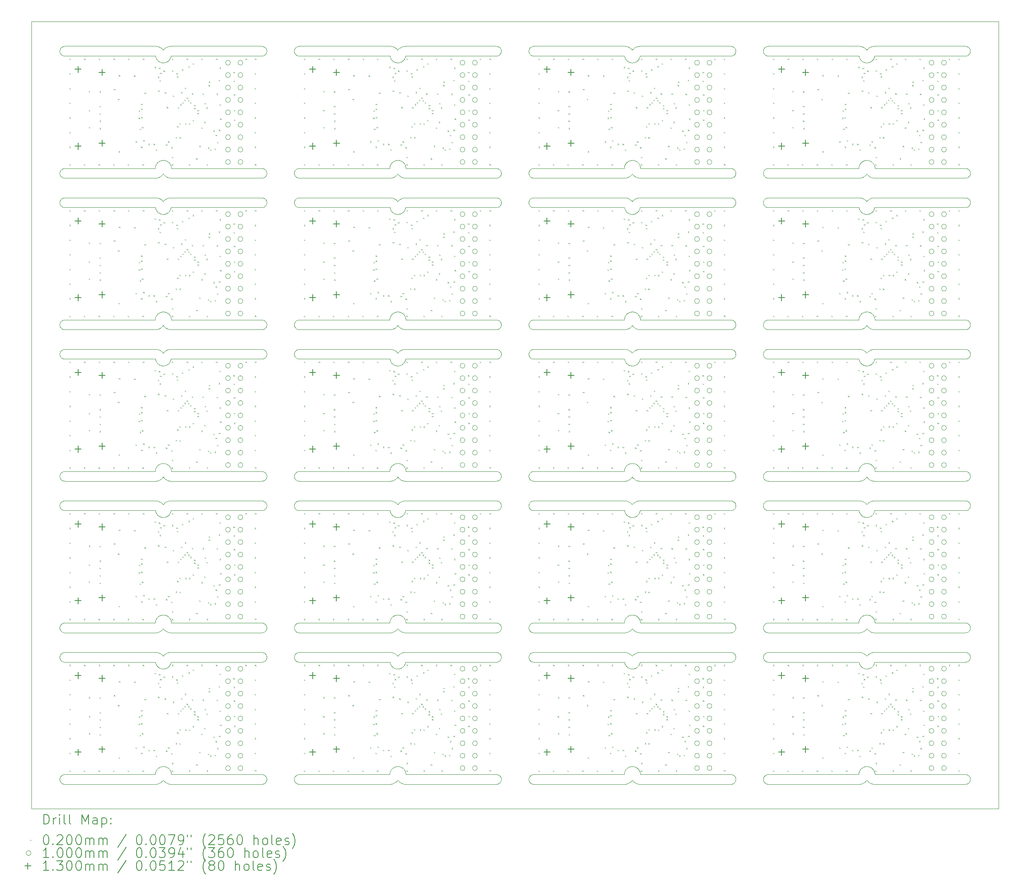
<source format=gbr>
%TF.GenerationSoftware,KiCad,Pcbnew,7.0.6+dfsg-1*%
%TF.CreationDate,2023-08-23T14:28:13+02:00*%
%TF.ProjectId,GPDI_ULX3S_panel,47504449-5f55-44c5-9833-535f70616e65,1.6*%
%TF.SameCoordinates,Original*%
%TF.FileFunction,Drillmap*%
%TF.FilePolarity,Positive*%
%FSLAX45Y45*%
G04 Gerber Fmt 4.5, Leading zero omitted, Abs format (unit mm)*
G04 Created by KiCad (PCBNEW 7.0.6+dfsg-1) date 2023-08-23 14:28:13*
%MOMM*%
%LPD*%
G01*
G04 APERTURE LIST*
%ADD10C,0.100000*%
%ADD11C,0.200000*%
%ADD12C,0.020000*%
%ADD13C,0.130000*%
G04 APERTURE END LIST*
D10*
X5597621Y-10292213D02*
X5593088Y-10290464D01*
X12580314Y-16198372D02*
X12583310Y-16202327D01*
X17310685Y-4525375D02*
X17315144Y-4523045D01*
X17112487Y-6909080D02*
X17115282Y-6904981D01*
X10380068Y-17085915D02*
X10375962Y-17083315D01*
X14566974Y-13313526D02*
X14566144Y-13318314D01*
X15171980Y-13378517D02*
X15168149Y-13375528D01*
X12608965Y-7800106D02*
X12608940Y-7800107D01*
X12449759Y-7677610D02*
X12449792Y-7677574D01*
X12449831Y-10213546D02*
X12449788Y-10213568D01*
X12399575Y-14132132D02*
X12394802Y-14130497D01*
X12297213Y-16238179D02*
X12299140Y-16233608D01*
X22050864Y-10213674D02*
X22050826Y-10213645D01*
X21925403Y-16192015D02*
X21927567Y-16189564D01*
X7649858Y-13877511D02*
X7659343Y-13866361D01*
X21991739Y-4527889D02*
X22000399Y-4533299D01*
X7690568Y-4834469D02*
X7687599Y-4835237D01*
X17250754Y-7113591D02*
X17250712Y-7113567D01*
X22185571Y-10963257D02*
X22183950Y-10965859D01*
X15160950Y-16469003D02*
X15157600Y-16465484D01*
X17250052Y-10213471D02*
X17250005Y-10213481D01*
X17169208Y-7616383D02*
X17173783Y-7618489D01*
X22049175Y-4577896D02*
X22049224Y-4577888D01*
X9702410Y-4694212D02*
X9697796Y-4695737D01*
X15136217Y-7672262D02*
X15137741Y-7667648D01*
X7649841Y-10213546D02*
X7649798Y-10213568D01*
X22018214Y-11036973D02*
X22015211Y-11036355D01*
X7734933Y-4814928D02*
X7732331Y-4816549D01*
X17407650Y-17100798D02*
X17407635Y-17100845D01*
X12449339Y-10777864D02*
X12449386Y-10777848D01*
X22205992Y-7810598D02*
X22205377Y-7813602D01*
X12290213Y-10900432D02*
X12290184Y-10900392D01*
X17408106Y-10900244D02*
X17408064Y-10900270D01*
X22208275Y-17100165D02*
X22208229Y-17100182D01*
X19933016Y-13313526D02*
X19932421Y-13308704D01*
X10339500Y-13336885D02*
X10337751Y-13332352D01*
X14447312Y-19600000D02*
X12617759Y-19600000D01*
X17199565Y-11032132D02*
X17194793Y-11030498D01*
X7488007Y-19369730D02*
X7488990Y-19364867D01*
X9758551Y-13858669D02*
X9760520Y-13863111D01*
X21891069Y-17105468D02*
X21890428Y-17101212D01*
X12567479Y-10704331D02*
X12572431Y-10703443D01*
X12294321Y-13145885D02*
X12296018Y-13141223D01*
X7649695Y-4577677D02*
X7649733Y-4577644D01*
X22169381Y-10985320D02*
X22166000Y-10989064D01*
X22065967Y-13332729D02*
X22062626Y-13328952D01*
X9683582Y-10101072D02*
X9688370Y-10101903D01*
X12562852Y-13392805D02*
X12558226Y-13391546D01*
X7649977Y-16413494D02*
X7649931Y-16413509D01*
X24097765Y-16304263D02*
X24102378Y-16305787D01*
X12468315Y-19235934D02*
X12473238Y-19236551D01*
X12284939Y-19399636D02*
X12284970Y-19399597D01*
X12581696Y-13396971D02*
X12576971Y-13396164D01*
X21889401Y-4700009D02*
X21889044Y-4700000D01*
X17195331Y-13044346D02*
X17200034Y-13042766D01*
X24088337Y-16903902D02*
X24093078Y-16904966D01*
X22175067Y-16192015D02*
X22178256Y-16195816D01*
X5597621Y-13994212D02*
X5593088Y-13992464D01*
X22209558Y-6956872D02*
X22210782Y-6961679D01*
X19288347Y-13803901D02*
X19293088Y-13804966D01*
X7807726Y-17100663D02*
X7807705Y-17100707D01*
X10402226Y-10895737D02*
X10397612Y-10894213D01*
X21884887Y-6999673D02*
X21884920Y-6999636D01*
X7734933Y-14114927D02*
X7732331Y-14116549D01*
X12450495Y-7113481D02*
X12450448Y-7113471D01*
X17084529Y-13199924D02*
X17084575Y-13199905D01*
X9767938Y-10796140D02*
X9768057Y-10800997D01*
X12407944Y-13040458D02*
X12411112Y-13039652D01*
X5533045Y-16986474D02*
X5533876Y-16981686D01*
X12325611Y-13803344D02*
X12330569Y-13804234D01*
X17413810Y-16277855D02*
X17414216Y-16281099D01*
X12608249Y-4700182D02*
X12608204Y-4700201D01*
X7627282Y-19236551D02*
X7632204Y-19235934D01*
X12290153Y-4700355D02*
X12290120Y-4700318D01*
X17327964Y-11019109D02*
X17325284Y-11020597D01*
X22215520Y-13199597D02*
X22215551Y-13199636D01*
X22215377Y-13199335D02*
X22215396Y-13199382D01*
X17295398Y-14133082D02*
X17290548Y-14134469D01*
X12608486Y-4700123D02*
X12608437Y-4700130D01*
X12346843Y-19590066D02*
X12342283Y-19591546D01*
X12334028Y-10991210D02*
X12331917Y-10988986D01*
X12495408Y-4833082D02*
X12490558Y-4834469D01*
X17413070Y-10072949D02*
X17413810Y-10077855D01*
X9739058Y-16930994D02*
X9742409Y-16934513D01*
X17231631Y-10758812D02*
X17235312Y-10762509D01*
X7631650Y-13858812D02*
X7635331Y-13862509D01*
X17262818Y-7662467D02*
X17266512Y-7658761D01*
X7649886Y-19513526D02*
X7649841Y-19513546D01*
X7569953Y-11019056D02*
X7565607Y-11016494D01*
X19933016Y-10786474D02*
X19933847Y-10781686D01*
X17408955Y-10900107D02*
X17408931Y-10900107D01*
X7807774Y-7800578D02*
X7807749Y-7800620D01*
X7803502Y-17121485D02*
X7802117Y-17126336D01*
X17408525Y-17100118D02*
X17408476Y-17100123D01*
X5543663Y-10245668D02*
X5541479Y-10241328D01*
X17369391Y-14085320D02*
X17366010Y-14089064D01*
X7587430Y-13825330D02*
X7591768Y-13827889D01*
X24162239Y-10767645D02*
X24163764Y-10772259D01*
X12295872Y-14026234D02*
X12294490Y-14021383D01*
X7488990Y-13164867D02*
X7489718Y-13161679D01*
X7651032Y-16413810D02*
X7651000Y-16413774D01*
X5533876Y-13279686D02*
X5534941Y-13274945D01*
X12415231Y-11036355D02*
X12410317Y-11035212D01*
X7785601Y-14063257D02*
X7783980Y-14065859D01*
X24097765Y-10104263D02*
X24102378Y-10105787D01*
X7613942Y-7152796D02*
X7610277Y-7155886D01*
X7649498Y-13313810D02*
X7649467Y-13313848D01*
X5630673Y-19598918D02*
X5625838Y-19598322D01*
X14506929Y-10709534D02*
X14511371Y-10711503D01*
X22191294Y-19598374D02*
X22181677Y-19596971D01*
X12494053Y-16458796D02*
X12490243Y-16455886D01*
X12615483Y-10099515D02*
X12615510Y-10099557D01*
X19954416Y-10863805D02*
X19951427Y-10859974D01*
X15133856Y-10218314D02*
X15133026Y-10213526D01*
X19367918Y-4596140D02*
X19368038Y-4600997D01*
X7766030Y-14089064D02*
X7763918Y-14091286D01*
X22216193Y-13199986D02*
X22216242Y-13199990D01*
X12355929Y-13064551D02*
X12358630Y-13062709D01*
X12450722Y-16413567D02*
X12450678Y-16413546D01*
X12326544Y-17182911D02*
X12323360Y-17178999D01*
X7815723Y-6999775D02*
X7815763Y-6999805D01*
X7741889Y-19262710D02*
X7744590Y-19264551D01*
X17248697Y-4577848D02*
X17248744Y-4577863D01*
X10339500Y-19536886D02*
X10337751Y-19532352D01*
X7739145Y-17212151D02*
X7734933Y-17214928D01*
X12450352Y-10213457D02*
X12450303Y-10213453D01*
X7676480Y-19237038D02*
X7681366Y-19237900D01*
X17085158Y-19399093D02*
X17085162Y-19399043D01*
X7648671Y-13877830D02*
X7648717Y-13877848D01*
X17399552Y-7834036D02*
X17398489Y-7836912D01*
X24166126Y-4620312D02*
X24165061Y-4625053D01*
X5580077Y-4516085D02*
X5584305Y-4513690D01*
X22200835Y-13399299D02*
X22196053Y-13398952D01*
X12482675Y-17236377D02*
X12479672Y-17236994D01*
X9715724Y-16311690D02*
X9719952Y-16314085D01*
X12522506Y-13377011D02*
X12518316Y-13374682D01*
X17084188Y-16299993D02*
X17084238Y-16299990D01*
X22050745Y-16413591D02*
X22050702Y-16413567D01*
X12289756Y-17100076D02*
X12289710Y-17100059D01*
X17250835Y-19513645D02*
X17250796Y-19513617D01*
X9763795Y-4629736D02*
X9762271Y-4634350D01*
X22215318Y-10099043D02*
X22215322Y-10099093D01*
X7649636Y-16413674D02*
X7649599Y-16413706D01*
X12285790Y-6986036D02*
X12286284Y-6981099D01*
X21889548Y-10900023D02*
X21889499Y-10900016D01*
X7747881Y-4509412D02*
X7752717Y-4508027D01*
X17099646Y-19599299D02*
X17087546Y-19599884D01*
X12582510Y-13801898D02*
X12587500Y-13801262D01*
X10332083Y-16996142D02*
X10332441Y-16991296D01*
X12449832Y-13877529D02*
X12449848Y-13877511D01*
X19948629Y-19443999D02*
X19951427Y-19440026D01*
X17249185Y-10777896D02*
X17249234Y-10777888D01*
X22038783Y-4566395D02*
X22048226Y-4577510D01*
X15216440Y-13803070D02*
X15225819Y-13801678D01*
X21905479Y-10700774D02*
X21910502Y-10701157D01*
X17322497Y-13377011D02*
X17318306Y-13374682D01*
X17089509Y-7800016D02*
X17089460Y-7800011D01*
X14531851Y-13375528D02*
X14528020Y-13378517D01*
X20002206Y-4506263D02*
X20006889Y-4504967D01*
X12450845Y-10213645D02*
X12450805Y-10213617D01*
X7569953Y-14119056D02*
X7565607Y-14116494D01*
X14545576Y-10863804D02*
X14542402Y-10867483D01*
X22200835Y-7199299D02*
X22196053Y-7198952D01*
X14506934Y-13992463D02*
X14502400Y-13994212D01*
X12356271Y-17210338D02*
X12352207Y-17207349D01*
X14539048Y-10730994D02*
X14542399Y-10734513D01*
X21890066Y-17100284D02*
X21890029Y-17100251D01*
X7679682Y-4836994D02*
X7674716Y-4837882D01*
X12596381Y-19323248D02*
X12597873Y-19326158D01*
X14567927Y-10194142D02*
X14568046Y-10199000D01*
X7489577Y-14000023D02*
X7489528Y-14000016D01*
X21884777Y-16299775D02*
X21884815Y-16299743D01*
X22214700Y-16286036D02*
X22214945Y-16289296D01*
X22040376Y-19235238D02*
X22043641Y-19235075D01*
X22196610Y-14041598D02*
X22195402Y-14044416D01*
X7815407Y-16299335D02*
X7815425Y-16299382D01*
X24160493Y-4638884D02*
X24158523Y-4643326D01*
X17408239Y-10900182D02*
X17408194Y-10900201D01*
X12473238Y-9936551D02*
X12476470Y-9937038D01*
X19997592Y-13205787D02*
X20002206Y-13204263D01*
X17323330Y-16152005D02*
X17327745Y-16154269D01*
X7527596Y-9989564D02*
X7530970Y-9985927D01*
X17204612Y-13836075D02*
X17208669Y-13839062D01*
X17259491Y-13325010D02*
X17251042Y-13313848D01*
X12608486Y-14000123D02*
X12608437Y-14000130D01*
X17298324Y-11032165D02*
X17295398Y-11033082D01*
X19249742Y-7800000D02*
X17408955Y-7800106D01*
X22079281Y-19546354D02*
X22075769Y-19543090D01*
X19932064Y-7094142D02*
X19932421Y-7089296D01*
X15235512Y-7600724D02*
X15247805Y-7600120D01*
X5597621Y-7192212D02*
X5593088Y-7190464D01*
X24153941Y-13349896D02*
X24151342Y-13354001D01*
X17407946Y-10900357D02*
X17407910Y-10900390D01*
X24749547Y-4000430D02*
X24749518Y-4000390D01*
X22215655Y-19399743D02*
X22215694Y-19399775D01*
X22130606Y-6855832D02*
X22134903Y-6858313D01*
X12607716Y-4700663D02*
X12607695Y-4700707D01*
X17082741Y-16500000D02*
X15252688Y-16500000D01*
X17096008Y-6941223D02*
X17097203Y-6938179D01*
X14511374Y-19409505D02*
X14515714Y-19411690D01*
X7649842Y-10777529D02*
X7649858Y-10777511D01*
X19315707Y-4688310D02*
X19311366Y-4690494D01*
X22187481Y-4501262D02*
X22192497Y-4500879D01*
X22208418Y-4700130D02*
X22208370Y-4700139D01*
X7815468Y-16299472D02*
X7815493Y-16299515D01*
X7649841Y-19513546D02*
X7649798Y-19513568D01*
X19302390Y-7794212D02*
X19297776Y-7795737D01*
X7649977Y-19513494D02*
X7649931Y-19513509D01*
X12607956Y-14000357D02*
X12607920Y-14000389D01*
X12615794Y-13199833D02*
X12615837Y-13199859D01*
X12616018Y-19399941D02*
X12616066Y-19399956D01*
X22216557Y-7000000D02*
X22216582Y-7000000D01*
X17343101Y-7611040D02*
X17347861Y-7609412D01*
X12523340Y-6852005D02*
X12527754Y-6854269D01*
X10346049Y-7149896D02*
X10343654Y-7145668D01*
X12603492Y-17121485D02*
X12602107Y-17126336D01*
X22208418Y-17100130D02*
X22208370Y-17100139D01*
X17415358Y-19399240D02*
X17415371Y-19399288D01*
X12490558Y-7934469D02*
X12487590Y-7935237D01*
X9739059Y-19428997D02*
X9742410Y-19432516D01*
X12450956Y-7113739D02*
X12450921Y-7113706D01*
X21886671Y-19377855D02*
X21887410Y-19372949D01*
X14452183Y-13800120D02*
X14464477Y-13800723D01*
X12285298Y-16294251D02*
X12285545Y-16289296D01*
X10346049Y-10249896D02*
X10343654Y-10245668D01*
X21884653Y-10099859D02*
X21884696Y-10099833D01*
X9745584Y-16461805D02*
X9742410Y-16465484D01*
X12609577Y-10056872D02*
X12610802Y-10061680D01*
X12465062Y-9935609D02*
X12468315Y-9935934D01*
X7525433Y-19292015D02*
X7527596Y-19289564D01*
X22008659Y-7639062D02*
X22016727Y-7645321D01*
X12418234Y-7936973D02*
X12415231Y-7936354D01*
X15160950Y-17071003D02*
X15157600Y-17067484D01*
X9697791Y-4506262D02*
X9702405Y-4507786D01*
X12613080Y-13172949D02*
X12613819Y-13177855D01*
X15132431Y-7089296D02*
X15133026Y-7084474D01*
X12479672Y-14136993D02*
X12474706Y-14137882D01*
X12289845Y-10900115D02*
X12289801Y-10900094D01*
X7725303Y-17220597D02*
X7720832Y-17222933D01*
X22187481Y-7601262D02*
X22192497Y-7600879D01*
X22207866Y-7800424D02*
X22207833Y-7800460D01*
X15137741Y-10165648D02*
X15139490Y-10161114D01*
X12616262Y-19399991D02*
X12616312Y-19399993D01*
X5532450Y-10810704D02*
X5532093Y-10805858D01*
X7651000Y-10213774D02*
X7650966Y-10213739D01*
X19366965Y-13284474D02*
X19367559Y-13289296D01*
X12309809Y-4758816D02*
X12308324Y-4756134D01*
X17145350Y-13807938D02*
X17150192Y-13809326D01*
X7687599Y-11035237D02*
X7682685Y-11036377D01*
X5551456Y-16457974D02*
X5548658Y-16454001D01*
X17416203Y-16299986D02*
X17416252Y-16299990D01*
X21994783Y-11030498D02*
X21991908Y-11029431D01*
X21899636Y-16499299D02*
X21887536Y-16499884D01*
X17092581Y-14013498D02*
X17091980Y-14010552D01*
X22049367Y-10777848D02*
X22049413Y-10777830D01*
X12612512Y-16269730D02*
X12613080Y-16272949D01*
X12404622Y-10736076D02*
X12408679Y-10739062D01*
X7806198Y-16245885D02*
X7807239Y-16248984D01*
X7776980Y-10296164D02*
X7772299Y-10295130D01*
X21899120Y-6933608D02*
X21900465Y-6930627D01*
X9756366Y-10152332D02*
X9758551Y-10156672D01*
X12607230Y-10048984D02*
X12608692Y-10053725D01*
X12392269Y-19245464D02*
X12395341Y-19244346D01*
X12286690Y-6977855D02*
X12287430Y-6972949D01*
X15148638Y-7756001D02*
X15146039Y-7751896D01*
X7815221Y-16294251D02*
X7815334Y-16298754D01*
X24158521Y-19541328D02*
X24156336Y-19545668D01*
X12318813Y-16496971D02*
X12309196Y-16498374D01*
X12289567Y-4700023D02*
X12289519Y-4700016D01*
X19931944Y-10801000D02*
X19932064Y-10796142D01*
X7485138Y-13199288D02*
X7485152Y-13199240D01*
X22163889Y-4791286D02*
X22160322Y-4794854D01*
X21890340Y-4700740D02*
X21890326Y-4700693D01*
X12450634Y-16413526D02*
X12450588Y-16413509D01*
X12291989Y-17110552D02*
X12291088Y-17105468D01*
X5571999Y-10721483D02*
X5575972Y-10718685D01*
X7649253Y-13877888D02*
X7649302Y-13877877D01*
X15226096Y-4699880D02*
X15221250Y-4699523D01*
X17232185Y-9935934D02*
X17235438Y-9935609D01*
X12553667Y-19590066D02*
X12544498Y-19586841D01*
X12449626Y-7113674D02*
X12449589Y-7113706D01*
X17308231Y-13045464D02*
X17312849Y-13047276D01*
X17250197Y-16413453D02*
X17250148Y-16413456D01*
X5554446Y-10738195D02*
X5557619Y-10734516D01*
X17249510Y-19513774D02*
X17249478Y-19513810D01*
X21977151Y-13052005D02*
X21980096Y-13050587D01*
X22048782Y-4577877D02*
X22048831Y-4577888D01*
X12288980Y-19364867D02*
X12289708Y-19361680D01*
X7757608Y-13074616D02*
X7761328Y-13077899D01*
X12448997Y-10777906D02*
X12449047Y-10777907D01*
X15141459Y-4558672D02*
X15143644Y-4554332D01*
X22210782Y-19361680D02*
X22211510Y-19364867D01*
X22166000Y-17189064D02*
X22163889Y-17191286D01*
X7808544Y-4700118D02*
X7808496Y-4700123D01*
X17407666Y-17100752D02*
X17407650Y-17100798D01*
X14558541Y-19456672D02*
X14560510Y-19461114D01*
X17407843Y-17100460D02*
X17407811Y-17100498D01*
X17415665Y-10099743D02*
X17415703Y-10099775D01*
X10346049Y-16950104D02*
X10348648Y-16945999D01*
X12285129Y-6999288D02*
X12285142Y-6999240D01*
X7649755Y-19513591D02*
X7649714Y-19513617D01*
X17406002Y-7810598D02*
X17405387Y-7813602D01*
X21889596Y-17100033D02*
X21889548Y-17100023D01*
X12585218Y-19304981D02*
X12588013Y-19309080D01*
X12608583Y-10900116D02*
X12608534Y-10900118D01*
X12399575Y-4832132D02*
X12394802Y-4830498D01*
X5536237Y-7070262D02*
X5537761Y-7065648D01*
X15211640Y-4503903D02*
X15216440Y-4503070D01*
X9711384Y-7188495D02*
X9706942Y-7190464D01*
X15141459Y-16441328D02*
X15139490Y-16436885D01*
X10384295Y-16311690D02*
X10388636Y-16309505D01*
X12390573Y-10269757D02*
X12382194Y-10274682D01*
X22109918Y-13369757D02*
X22105844Y-13367228D01*
X21884920Y-16299636D02*
X21884951Y-16299597D01*
X12498334Y-17232165D02*
X12495408Y-17233082D01*
X12484561Y-16138548D02*
X12489398Y-16139652D01*
X17085143Y-13199191D02*
X17085152Y-13199142D01*
X17415328Y-6999043D02*
X17415332Y-6999093D01*
X7484725Y-19399833D02*
X7484767Y-19399805D01*
X17415328Y-13199043D02*
X17415332Y-13199093D01*
X12449386Y-7677848D02*
X12449432Y-7677830D01*
X22115134Y-4523045D02*
X22124288Y-4518552D01*
X19943634Y-19545668D02*
X19941449Y-19541328D01*
X12615211Y-6994251D02*
X12615324Y-6998754D01*
X24083555Y-4698928D02*
X24078732Y-4699523D01*
X9702410Y-17094212D02*
X9697796Y-17095737D01*
X17210257Y-7155886D02*
X17206447Y-7158796D01*
X7486700Y-16277855D02*
X7487440Y-16272949D01*
X12527754Y-16154269D02*
X12530626Y-16155832D01*
X4950694Y-20099812D02*
X4950735Y-20099839D01*
X17415449Y-16299472D02*
X17415474Y-16299515D01*
X10348648Y-10254001D02*
X10346049Y-10249896D01*
X12427272Y-9936551D02*
X12432195Y-9935934D01*
X9706944Y-13992463D02*
X9702410Y-13994212D01*
X17210307Y-17235212D02*
X17207340Y-17234442D01*
X14474171Y-10701677D02*
X14483557Y-10703069D01*
X12608486Y-7800123D02*
X12608437Y-7800130D01*
X24102378Y-19405787D02*
X24106912Y-19407536D01*
X7666681Y-7938982D02*
X7663630Y-7939292D01*
X17248437Y-7677707D02*
X17248477Y-7677736D01*
X22215906Y-16299905D02*
X22215952Y-16299924D01*
X10402226Y-13806263D02*
X10406909Y-13804967D01*
X14535533Y-13974353D02*
X14531853Y-13977527D01*
X7649575Y-16977763D02*
X7649616Y-16977736D01*
X12285185Y-19398779D02*
X12285186Y-19398754D01*
X22120374Y-13050587D02*
X22123320Y-13052005D01*
X19339038Y-7630994D02*
X19342389Y-7634513D01*
X22200835Y-10299299D02*
X22196053Y-10298952D01*
X12288980Y-16264867D02*
X12289708Y-16261679D01*
X12294490Y-17121383D02*
X12293725Y-17118414D01*
X22172270Y-19595130D02*
X22162833Y-19592805D01*
X22024702Y-10243090D02*
X22021190Y-10246354D01*
X7808305Y-4700165D02*
X7808259Y-4700182D01*
X5551456Y-17059974D02*
X5548658Y-17056001D01*
X9649762Y-7800000D02*
X7808975Y-7800106D01*
X17090300Y-17100602D02*
X17090279Y-17100558D01*
X5560970Y-7630997D02*
X5564489Y-7627646D01*
X7651899Y-19234951D02*
X7656859Y-19235075D01*
X19366134Y-19518314D02*
X19365069Y-19523055D01*
X12337592Y-7894780D02*
X12334028Y-7891210D01*
X12552707Y-16908027D02*
X12562579Y-16905469D01*
X7518513Y-10972503D02*
X7516764Y-10969985D01*
X7748152Y-11005536D02*
X7745727Y-11007413D01*
X17289388Y-16139652D02*
X17292556Y-16140458D01*
X12435321Y-4562509D02*
X12438803Y-4566395D01*
X17408150Y-10900221D02*
X17408106Y-10900244D01*
X7484949Y-10099636D02*
X7484980Y-10099597D01*
X21977151Y-9952006D02*
X21980096Y-9950587D01*
X19971970Y-13821483D02*
X19975943Y-13818685D01*
X10333035Y-7113526D02*
X10332441Y-7108704D01*
X22152688Y-10708027D02*
X22162559Y-10705469D01*
X9724055Y-13818682D02*
X9728028Y-13821480D01*
X5616447Y-13201072D02*
X5621270Y-13200477D01*
X17234274Y-7939282D02*
X17231224Y-7938970D01*
X22115134Y-16923045D02*
X22124288Y-16918552D01*
X15143644Y-19545668D02*
X15141459Y-19541328D01*
X12313983Y-10965770D02*
X12312364Y-10963166D01*
X5602235Y-4506263D02*
X5606918Y-4504967D01*
X20011630Y-17098097D02*
X20006889Y-17097033D01*
X12607852Y-10900460D02*
X12607821Y-10900498D01*
X22174565Y-14079082D02*
X22171378Y-14082993D01*
X12616163Y-6999978D02*
X12616212Y-6999986D01*
X17357589Y-9974616D02*
X17361308Y-9977899D01*
X22216046Y-19399956D02*
X22216095Y-19399968D01*
X21889991Y-10900220D02*
X21889952Y-10900191D01*
X12474706Y-7937882D02*
X12471675Y-7938346D01*
X24166956Y-10786471D02*
X24167551Y-10791293D01*
X19366134Y-7118314D02*
X19365069Y-7123055D01*
X7624390Y-13851891D02*
X7631650Y-13858812D01*
X5533045Y-16413526D02*
X5532450Y-16408704D01*
X22216582Y-13200000D02*
X24069014Y-13200000D01*
X17375077Y-19292015D02*
X17378266Y-19295816D01*
X24166125Y-10781683D02*
X24166956Y-10786471D01*
X5588646Y-10890495D02*
X5584305Y-10888310D01*
X22143092Y-13811040D02*
X22147852Y-13809412D01*
X5611659Y-19401903D02*
X5616447Y-19401072D01*
X17104636Y-4748905D02*
X17102535Y-4744319D01*
X21920176Y-6898372D02*
X21922214Y-6895816D01*
X17249822Y-13313546D02*
X17249778Y-13313567D01*
X24124028Y-10116685D02*
X24128001Y-10119483D01*
X12285094Y-13199382D02*
X12285113Y-13199335D01*
X12522506Y-19577011D02*
X12518316Y-19574682D01*
X21888961Y-19364867D02*
X21889688Y-19361680D01*
X17315144Y-10723045D02*
X17324298Y-10718552D01*
X7649755Y-13313591D02*
X7649714Y-13313617D01*
X22048242Y-7677529D02*
X22048282Y-7677573D01*
X5575972Y-17083315D02*
X5571999Y-17080517D01*
X21946823Y-13390065D02*
X21942264Y-13391546D01*
X12562579Y-13805469D02*
X12567479Y-13804331D01*
X7803307Y-10038179D02*
X7804501Y-10041223D01*
X7816321Y-10099993D02*
X7816586Y-10100000D01*
X14566144Y-7681683D02*
X14566975Y-7686471D01*
X7649733Y-16977644D02*
X7649768Y-16977610D01*
X22048552Y-16977787D02*
X22048596Y-16977809D01*
X7649498Y-19513810D02*
X7649467Y-19513848D01*
X19997592Y-7607787D02*
X20002206Y-7606263D01*
X7651000Y-7113774D02*
X7650966Y-7113739D01*
X7634293Y-7939282D02*
X7631243Y-7938970D01*
X24102378Y-16492212D02*
X24097765Y-16493737D01*
X7489981Y-14000191D02*
X7489940Y-14000163D01*
X15230966Y-7000000D02*
X17083898Y-7000000D01*
X22016727Y-16945321D02*
X22020627Y-16948509D01*
X15180058Y-16916085D02*
X15184286Y-16913690D01*
X22207900Y-7800389D02*
X22207866Y-7800424D01*
X17416567Y-19400000D02*
X17416592Y-19400000D01*
X19297774Y-19593737D02*
X19293091Y-19595033D01*
X17281347Y-19237900D02*
X17284551Y-19238548D01*
X17328868Y-16916451D02*
X17333540Y-16914583D01*
X15193068Y-10709536D02*
X15197602Y-10707787D01*
X19315705Y-10286310D02*
X19311364Y-10288495D01*
X19932064Y-16996142D02*
X19932421Y-16991296D01*
X22000024Y-16142766D02*
X22003148Y-16141802D01*
X22215377Y-6999335D02*
X22215396Y-6999382D01*
X5568169Y-13375528D02*
X5564489Y-13372354D01*
X17125413Y-6892015D02*
X17127576Y-6889564D01*
X7772440Y-10703443D02*
X7782520Y-10701898D01*
X17248610Y-16134951D02*
X17251880Y-16134951D01*
X19252173Y-7600120D02*
X19264468Y-7600723D01*
X17383300Y-19302327D02*
X17385209Y-19304981D01*
X17240999Y-7125010D02*
X17237854Y-7128952D01*
X7781205Y-14070073D02*
X7779455Y-14072590D01*
X10354436Y-7161805D02*
X10351446Y-7157974D01*
X22157579Y-19274616D02*
X22161299Y-19277899D01*
X24166957Y-17015524D02*
X24166126Y-17020312D01*
X7485555Y-16289296D02*
X7485800Y-16286036D01*
X22049812Y-7113546D02*
X22049768Y-7113567D01*
X5557619Y-16465484D02*
X5554446Y-16461805D01*
X10375962Y-13818685D02*
X10380068Y-13816085D01*
X15132431Y-10810704D02*
X15132073Y-10805858D01*
X17249330Y-4577864D02*
X17249377Y-4577848D01*
X21916735Y-4769985D02*
X21913963Y-4765770D01*
X7489981Y-10900191D02*
X7489940Y-10900163D01*
X17158777Y-4812091D02*
X17156262Y-4810338D01*
X17248610Y-19234951D02*
X17251880Y-19234951D01*
X12588148Y-4758908D02*
X12585591Y-4763257D01*
X7611122Y-13039652D02*
X7615959Y-13038548D01*
X17089030Y-17100000D02*
X15230966Y-17100000D01*
X22215322Y-13199093D02*
X22215328Y-13199142D01*
X12459333Y-4566362D02*
X12462827Y-4562467D01*
X12285186Y-6998754D02*
X12285298Y-6994251D01*
X10371990Y-4521483D02*
X10375962Y-4518685D01*
X17250874Y-16413674D02*
X17250835Y-16413645D01*
X17248610Y-13034951D02*
X17251880Y-13034951D01*
X14531851Y-16322472D02*
X14535530Y-16325646D01*
X22207833Y-17100460D02*
X22207802Y-17100498D01*
X17093270Y-16248984D02*
X17094312Y-16245885D01*
X22215362Y-19399288D02*
X22215377Y-19399335D01*
X17094480Y-17121383D02*
X17093715Y-17118414D01*
X12321485Y-17176572D02*
X12318503Y-17172503D01*
X7800035Y-16230627D02*
X7801380Y-16233608D01*
X21909789Y-4758816D02*
X21908304Y-4756134D01*
X9762269Y-16967645D02*
X9763793Y-16972259D01*
X17098402Y-14033936D02*
X17096776Y-14029161D01*
X15133026Y-19484474D02*
X15133856Y-19479686D01*
X17315144Y-7623045D02*
X17324298Y-7618552D01*
X24128001Y-13219483D02*
X24131831Y-13222472D01*
X7815493Y-6999515D02*
X7815520Y-6999557D01*
X22050864Y-13313674D02*
X22050826Y-13313645D01*
X21999555Y-7932132D02*
X21994783Y-7930497D01*
X7649657Y-13877707D02*
X7649695Y-13877677D01*
X15141459Y-10758672D02*
X15143644Y-10754332D01*
X17248988Y-10777906D02*
X17249037Y-10777907D01*
X17152198Y-11007349D02*
X17149775Y-11005470D01*
X7816028Y-6999941D02*
X7816076Y-6999956D01*
X5597621Y-10894213D02*
X5593088Y-10892464D01*
X21958611Y-9962710D02*
X21962778Y-9960018D01*
X22058571Y-17239673D02*
X22055508Y-17239828D01*
X10354436Y-10136195D02*
X10357610Y-10132516D01*
X10368159Y-7022472D02*
X10371990Y-7019483D01*
X12420646Y-4548509D02*
X12424380Y-4551891D01*
X9748573Y-19440026D02*
X9751371Y-19443999D01*
X21884920Y-6999636D02*
X21884951Y-6999597D01*
X17237854Y-10228952D02*
X17234514Y-10232729D01*
X7760351Y-17194854D02*
X7758130Y-17196967D01*
X22207975Y-10900326D02*
X22207937Y-10900357D01*
X22207802Y-7800498D02*
X22207772Y-7800537D01*
X9673915Y-13999880D02*
X9669045Y-14000000D01*
X19932064Y-10796142D02*
X19932421Y-10791296D01*
X17162987Y-7914870D02*
X17158777Y-7912091D01*
X9753970Y-10750101D02*
X9756366Y-10754329D01*
X21894302Y-19345885D02*
X21895999Y-19341223D01*
X9728032Y-17080517D02*
X9724060Y-17083315D01*
X17281383Y-4545318D02*
X17289445Y-4539074D01*
X22021190Y-19546354D02*
X22013913Y-19552796D01*
X7484844Y-13199743D02*
X7484881Y-13199709D01*
X22214206Y-6981099D02*
X22214700Y-6986036D01*
X4950337Y-4000645D02*
X4950321Y-4000692D01*
X24158521Y-16958669D02*
X24160490Y-16963111D01*
X14566145Y-7720311D02*
X14565081Y-7725053D01*
X17369391Y-10985320D02*
X17366010Y-10989064D01*
X10336227Y-7672262D02*
X10337751Y-7667648D01*
X12449432Y-4577830D02*
X12449478Y-4577810D01*
X22048831Y-13877887D02*
X22048879Y-13877896D01*
X7674716Y-4837882D02*
X7671685Y-4838346D01*
X22086558Y-19552796D02*
X22079281Y-19546354D01*
X12612954Y-10299884D02*
X12600854Y-10299299D01*
X15157600Y-7767484D02*
X15154426Y-7763805D01*
X7649467Y-16413848D02*
X7641018Y-16425010D01*
X17249958Y-7113494D02*
X17249912Y-7113509D01*
X22106341Y-10727929D02*
X22110675Y-10725375D01*
X7489625Y-4700033D02*
X7489577Y-4700023D01*
X19356346Y-13345668D02*
X19353951Y-13349896D01*
X17085085Y-6999382D02*
X17085103Y-6999335D01*
X7650505Y-19513481D02*
X7650458Y-19513471D01*
X10430976Y-4700000D02*
X10426106Y-4699880D01*
X7650410Y-7113462D02*
X7650362Y-7113456D01*
X21887410Y-6972949D02*
X21887978Y-6969730D01*
X22208945Y-7800106D02*
X22208921Y-7800107D01*
X22035302Y-16962509D02*
X22038783Y-16966395D01*
X22208564Y-17100116D02*
X22208515Y-17100118D01*
X21885149Y-16299093D02*
X21885152Y-16299043D01*
X7485195Y-10098779D02*
X7485196Y-10098754D01*
X12615925Y-13199905D02*
X12615971Y-13199924D01*
X10393078Y-7007536D02*
X10397612Y-7005787D01*
X12320195Y-19298372D02*
X12322234Y-19295816D01*
X15171980Y-7780517D02*
X15168149Y-7777528D01*
X22176441Y-10976657D02*
X22174565Y-10979082D01*
X19324038Y-13216685D02*
X19328010Y-13219483D01*
X17415827Y-16299859D02*
X17415871Y-16299883D01*
X17112487Y-19309080D02*
X17115282Y-19304981D01*
X14567927Y-7103858D02*
X14567569Y-7108704D01*
X12403168Y-9941802D02*
X12407944Y-9940458D01*
X24128001Y-10119483D02*
X24131831Y-10122472D01*
X22175067Y-9992015D02*
X22178256Y-9995816D01*
X5541479Y-4558672D02*
X5543663Y-4554332D01*
X19302385Y-7607786D02*
X19306919Y-7609534D01*
X15139490Y-10161114D02*
X15141459Y-10156672D01*
X12449788Y-7113567D02*
X12449746Y-7113591D01*
X17281383Y-7645318D02*
X17289445Y-7639074D01*
X5533045Y-10815526D02*
X5532450Y-10810704D01*
X7552217Y-7907349D02*
X7549794Y-7905470D01*
X7484683Y-6999859D02*
X7484725Y-6999833D01*
X7592279Y-13045464D02*
X7595351Y-13044346D01*
X12284757Y-10099805D02*
X12284796Y-10099775D01*
X10348648Y-19443999D02*
X10351446Y-19440026D01*
X17309927Y-10269757D02*
X17305854Y-10267229D01*
X12424380Y-16951891D02*
X12431641Y-16958812D01*
X21890194Y-7800432D02*
X21890164Y-7800392D01*
X17277485Y-4548499D02*
X17281383Y-4545318D01*
X9702408Y-13392212D02*
X9697794Y-13393737D01*
X7713495Y-11026389D02*
X7710677Y-11027598D01*
X22002480Y-7933051D02*
X21999555Y-7932132D01*
X10334931Y-13274945D02*
X10336227Y-13270262D01*
X7602510Y-11033051D02*
X7599585Y-11032132D01*
X24115697Y-10888310D02*
X24111356Y-10890494D01*
X7677505Y-7648499D02*
X7681403Y-7645318D01*
X7632204Y-16135934D02*
X7635458Y-16135609D01*
X7490453Y-14001187D02*
X7490391Y-14000836D01*
X7815221Y-19394251D02*
X7815334Y-19398754D01*
X14563783Y-19470262D02*
X14565079Y-19474945D01*
X7648345Y-13877609D02*
X7648380Y-13877644D01*
X15134921Y-16374945D02*
X15136217Y-16370262D01*
X22049545Y-16977763D02*
X22049587Y-16977736D01*
X12352207Y-17207349D02*
X12349784Y-17205470D01*
X17125413Y-16192015D02*
X17127576Y-16189564D01*
X7752061Y-4802347D02*
X7748152Y-4805536D01*
X17099646Y-10299299D02*
X17087546Y-10299884D01*
X7489811Y-17100094D02*
X7489766Y-17100076D01*
X19997592Y-16492212D02*
X19993058Y-16490464D01*
X7808975Y-4700107D02*
X7808950Y-4700107D01*
X19365070Y-7676942D02*
X19366135Y-7681683D01*
X9728030Y-16319483D02*
X9731861Y-16322472D01*
X19324038Y-16481315D02*
X19319932Y-16483915D01*
X7584437Y-11026346D02*
X7579854Y-11024237D01*
X7651062Y-13313848D02*
X7651032Y-13313810D01*
X7807567Y-10901316D02*
X7806908Y-10905632D01*
X22050745Y-19513591D02*
X22050702Y-19513568D01*
X22050235Y-19513452D02*
X22050187Y-19513453D01*
X19948629Y-16343999D02*
X19951427Y-16340026D01*
X19264479Y-16499276D02*
X19252185Y-16499880D01*
X19342389Y-13834513D02*
X19345563Y-13838192D01*
X15139490Y-7663114D02*
X15141459Y-7658672D01*
X17409568Y-6956872D02*
X17410792Y-6961679D01*
X17406002Y-4710598D02*
X17405387Y-4713602D01*
X14531853Y-10877527D02*
X14528023Y-10880517D01*
X15216440Y-13396930D02*
X15211640Y-13396097D01*
X10416449Y-13396930D02*
X10416449Y-13396930D01*
X22208921Y-7800107D02*
X22208564Y-7800115D01*
X12432195Y-13035934D02*
X12435448Y-13035609D01*
X12321485Y-4776572D02*
X12318503Y-4772503D01*
X22207640Y-14000798D02*
X22207626Y-14000845D01*
X19288352Y-17098097D02*
X19283564Y-17098928D01*
X22216242Y-10099991D02*
X22216292Y-10099993D01*
X19328010Y-10119483D02*
X19331841Y-10122472D01*
X22011092Y-13039652D02*
X22015929Y-13038548D01*
X21899454Y-17136813D02*
X21898392Y-17133937D01*
X19293088Y-4504966D02*
X19297771Y-4506262D01*
X22072419Y-16439661D02*
X22065967Y-16432729D01*
X7499665Y-13399299D02*
X7487566Y-13399884D01*
X14568046Y-19499000D02*
X14567927Y-19503858D01*
X22148589Y-9967447D02*
X22151195Y-9969421D01*
X24131831Y-13375528D02*
X24128001Y-13378517D01*
X12294490Y-4721383D02*
X12293725Y-4718414D01*
X12563715Y-13080123D02*
X12567266Y-13083587D01*
X7793328Y-10949001D02*
X7791979Y-10951754D01*
X7815981Y-13199924D02*
X7816028Y-13199941D01*
X24069016Y-14000000D02*
X24049732Y-14000000D01*
X14473904Y-16300119D02*
X14478750Y-16300477D01*
X5597621Y-4694213D02*
X5593088Y-4692464D01*
X22176951Y-13396164D02*
X22172270Y-13395130D01*
X17085176Y-6998754D02*
X17085288Y-6994251D01*
X7502555Y-14044319D02*
X7501349Y-14041500D01*
X19247291Y-7600000D02*
X19252173Y-7600120D01*
X7631243Y-17238970D02*
X7626239Y-17238331D01*
X7803307Y-19338179D02*
X7804501Y-19341223D01*
X12449792Y-13877574D02*
X12449832Y-13877529D01*
X21916735Y-17169985D02*
X21913963Y-17165770D01*
X21896766Y-14029161D02*
X21895852Y-14026234D01*
X15133026Y-17015526D02*
X15132431Y-17010704D01*
X10416449Y-4503070D02*
X10425828Y-4501678D01*
X10447815Y-16499880D02*
X10435521Y-16499276D01*
X10351446Y-7759974D02*
X10348648Y-7756001D01*
X19366135Y-10781683D02*
X19366966Y-10786471D01*
X9664487Y-4500723D02*
X9669346Y-4501081D01*
X17206447Y-7158796D02*
X17198582Y-7164506D01*
X22139116Y-4812151D02*
X22134904Y-4814928D01*
X5532450Y-4591296D02*
X5533045Y-4586474D01*
X21977073Y-14122885D02*
X21972603Y-14120546D01*
X17412944Y-16499884D02*
X17400845Y-16499299D01*
X15143644Y-16445668D02*
X15141459Y-16441328D01*
X10332083Y-13896142D02*
X10332441Y-13891296D01*
X7817768Y-13400000D02*
X7812964Y-13399884D01*
X14524047Y-19581315D02*
X14519942Y-19583915D01*
X7533253Y-16183587D02*
X7536805Y-16180123D01*
X22135600Y-19583228D02*
X22126785Y-19579135D01*
X24165061Y-17025053D02*
X24163765Y-17029736D01*
X12448850Y-13877887D02*
X12448899Y-13877896D01*
X14464488Y-13399276D02*
X14452194Y-13399880D01*
X7510531Y-10701157D02*
X7515528Y-10701795D01*
X15197602Y-16305787D02*
X15202216Y-16304263D01*
X21942264Y-7191546D02*
X21937638Y-7192805D01*
X22215584Y-6999673D02*
X22215619Y-6999709D01*
X24749663Y-20099354D02*
X24749679Y-20099308D01*
X12289064Y-7800000D02*
X12289039Y-7800000D01*
X19360500Y-7663111D02*
X19362249Y-7667645D01*
X7715882Y-6848546D02*
X7720404Y-6850587D01*
X22137692Y-19260018D02*
X22141860Y-19262710D01*
X7615240Y-4836355D02*
X7610327Y-4835212D01*
X17281347Y-9937900D02*
X17284551Y-9938548D01*
X17125601Y-4503344D02*
X17130559Y-4504234D01*
X14497786Y-7795737D02*
X14493103Y-7797033D01*
X4950617Y-20099752D02*
X4950655Y-20099783D01*
X10357610Y-7767484D02*
X10354436Y-7763805D01*
X17118804Y-7196971D02*
X17109186Y-7198374D01*
X15133026Y-13284474D02*
X15133856Y-13279686D01*
X14562261Y-17034350D02*
X14560512Y-17038884D01*
X7737722Y-19260018D02*
X7741889Y-19262710D01*
X21992249Y-16145464D02*
X21995321Y-16144346D01*
X12372755Y-19254269D02*
X12377170Y-19252006D01*
X24162239Y-16432352D02*
X24160490Y-16436885D01*
X21977073Y-11022885D02*
X21972603Y-11020546D01*
X5593088Y-13207536D02*
X5597621Y-13205787D01*
X19335519Y-13827643D02*
X19339038Y-13830994D01*
X7700476Y-6842766D02*
X7705178Y-6844346D01*
X19358531Y-13256672D02*
X19360500Y-13261114D01*
X19932064Y-17005858D02*
X19931944Y-17001000D01*
X12285185Y-16298778D02*
X12285186Y-16298754D01*
X14568047Y-17000997D02*
X14567928Y-17005855D01*
X10430976Y-7800000D02*
X10426106Y-7799880D01*
X21883914Y-16300000D02*
X21884178Y-16299993D01*
X17089460Y-4700011D02*
X17089411Y-4700009D01*
X22049773Y-16977574D02*
X22049813Y-16977529D01*
X17096776Y-17129161D02*
X17095862Y-17126234D01*
X20016430Y-16496930D02*
X20016430Y-16496930D01*
X7769411Y-4785320D02*
X7766030Y-4789064D01*
X12285051Y-6999472D02*
X12285074Y-6999427D01*
X17250624Y-13313526D02*
X17250579Y-13313509D01*
X10331964Y-10801000D02*
X10332083Y-10796142D01*
X7587430Y-7625330D02*
X7591768Y-7627889D01*
X7715163Y-10723045D02*
X7724317Y-10718552D01*
X19367559Y-19489296D02*
X19367917Y-19494142D01*
X15221250Y-10100477D02*
X15226096Y-10100120D01*
X14502400Y-4694212D02*
X14497786Y-4695737D01*
X17404482Y-19341223D02*
X17406179Y-19345885D01*
X12541879Y-19262710D02*
X12544581Y-19264551D01*
X17250796Y-19513617D02*
X17250754Y-19513591D01*
X12451022Y-16413810D02*
X12450990Y-16413774D01*
X24119925Y-10885914D02*
X24115697Y-10888310D01*
X7496028Y-13141223D02*
X7497222Y-13138179D01*
X22113466Y-7926389D02*
X22110648Y-7927598D01*
X9745583Y-7638192D02*
X9748572Y-7642023D01*
X7674716Y-14137882D02*
X7671685Y-14138346D01*
X12449047Y-10777907D02*
X12449096Y-10777906D01*
X17371388Y-7882993D02*
X17369391Y-7885320D01*
X24097765Y-13393737D02*
X24093081Y-13395033D01*
X7684571Y-9938548D02*
X7689407Y-9939652D01*
X21889044Y-17100000D02*
X21889020Y-17100000D01*
X17397863Y-13126158D02*
X17400016Y-13130627D01*
X17117190Y-13102327D02*
X17120186Y-13098372D01*
X7650119Y-19513462D02*
X7650072Y-19513471D01*
X24135509Y-13827643D02*
X24139028Y-13830994D01*
X5647825Y-10299880D02*
X5635531Y-10299276D01*
X22202088Y-7826336D02*
X22201172Y-7829262D01*
X17172613Y-14120546D02*
X17169933Y-14119056D01*
X17415202Y-16294251D02*
X17415314Y-16298754D01*
X22208140Y-4700221D02*
X22208097Y-4700244D01*
X20030956Y-7800000D02*
X20026086Y-7799880D01*
X17361308Y-19277899D02*
X17363705Y-19280123D01*
X19362249Y-13332352D02*
X19360500Y-13336885D01*
X14539049Y-19428997D02*
X14542400Y-19432516D01*
X7506511Y-10018891D02*
X7508146Y-10016060D01*
X17248606Y-10777809D02*
X17248651Y-10777830D01*
X21891970Y-10910552D02*
X21891069Y-10905468D01*
X7715882Y-13048546D02*
X7720404Y-13050587D01*
X22048388Y-13877676D02*
X22048427Y-13877707D01*
X17104636Y-10948905D02*
X17102535Y-10944319D01*
X20030956Y-13200000D02*
X21883889Y-13200000D01*
X7780324Y-13098372D02*
X7783320Y-13102327D01*
X15160950Y-13369003D02*
X15157600Y-13365484D01*
X17354367Y-17200350D02*
X17352041Y-17202347D01*
X17177993Y-16477011D02*
X17173695Y-16479134D01*
X22048316Y-10777609D02*
X22048351Y-10777644D01*
X9765089Y-7123055D02*
X9763793Y-7127738D01*
X21915498Y-7601795D02*
X21925591Y-7603344D01*
X15148638Y-13956001D02*
X15146039Y-13951896D01*
X17136785Y-16180123D02*
X17139182Y-16177899D01*
X19324038Y-19416685D02*
X19328010Y-19419483D01*
X12450845Y-13313645D02*
X12450805Y-13313617D01*
X7767276Y-9983587D02*
X7769559Y-9985927D01*
X24097761Y-16906262D02*
X24102375Y-16907786D01*
X7616756Y-10745321D02*
X7620656Y-10748509D01*
X12289889Y-7800138D02*
X12289845Y-7800115D01*
X12616312Y-6999993D02*
X12616577Y-7000000D01*
X22214700Y-6986036D02*
X22214945Y-6989296D01*
X17090231Y-4700472D02*
X17090203Y-4700432D01*
X7558796Y-17212091D02*
X7556281Y-17210338D01*
X19937731Y-13934352D02*
X19936207Y-13929738D01*
X10332083Y-7094142D02*
X10332441Y-7089296D01*
X14515714Y-19411690D02*
X14519942Y-19414085D01*
X7697718Y-13833325D02*
X7706370Y-13827929D01*
X17408024Y-17100297D02*
X17407984Y-17100326D01*
X12290153Y-7800354D02*
X12290120Y-7800318D01*
X22043641Y-16135075D02*
X22048601Y-16134951D01*
X9758553Y-4643326D02*
X9756368Y-4647666D01*
X12527754Y-9954269D02*
X12530626Y-9955832D01*
X17340005Y-7185142D02*
X17335610Y-7183228D01*
X15188626Y-7188495D02*
X15184286Y-7186310D01*
X14542399Y-10734513D02*
X14545573Y-10738192D01*
X12456849Y-13035075D02*
X12460114Y-13035238D01*
X12449589Y-7113706D02*
X12449554Y-7113739D01*
X12313983Y-7865770D02*
X12312364Y-7863166D01*
X22021190Y-16446354D02*
X22013913Y-16452796D01*
X7640405Y-13035238D02*
X7643670Y-13035075D01*
X7648457Y-10777707D02*
X7648497Y-10777736D01*
X7791323Y-7198374D02*
X7781706Y-7196971D01*
X24088337Y-13803901D02*
X24093078Y-13804966D01*
X19297774Y-16304263D02*
X19302388Y-16305787D01*
X19367918Y-7696139D02*
X19368038Y-7700997D01*
X7651899Y-13034951D02*
X7656859Y-13035075D01*
X12399575Y-7932132D02*
X12394802Y-7930497D01*
X21955909Y-6864551D02*
X21958611Y-6862709D01*
X20047796Y-16499880D02*
X20035502Y-16499276D01*
X5533045Y-13886474D02*
X5533876Y-13881686D01*
X22089435Y-13839074D02*
X22093489Y-13836095D01*
X19951427Y-13842026D02*
X19954416Y-13838195D01*
X12331917Y-4788986D02*
X12328539Y-4785240D01*
X22050428Y-19513471D02*
X22050380Y-19513462D01*
X9765089Y-19474945D02*
X9766153Y-19479686D01*
X10332441Y-16389296D02*
X10333035Y-16384474D01*
X17155919Y-6864551D02*
X17158621Y-6862709D01*
X7613942Y-13352796D02*
X7610277Y-13355886D01*
X17248938Y-4577902D02*
X17248988Y-4577906D01*
X9693113Y-4697033D02*
X9688372Y-4698097D01*
X22212934Y-16499884D02*
X22200835Y-16499299D01*
X7796083Y-13398952D02*
X7791323Y-13398374D01*
X15131954Y-17001000D02*
X15132073Y-16996142D01*
X7675798Y-13343090D02*
X7672448Y-13339661D01*
X12443660Y-16135075D02*
X12448620Y-16134951D01*
X12527974Y-11019109D02*
X12525293Y-11020597D01*
X17251880Y-13034951D02*
X17256839Y-13035075D01*
X17250294Y-13313453D02*
X17250245Y-13313452D01*
X20030956Y-7000000D02*
X21883889Y-7000000D01*
X17310685Y-13825375D02*
X17315144Y-13823045D01*
X22048928Y-10777902D02*
X22048978Y-10777906D01*
X19960941Y-10871003D02*
X19957590Y-10867484D01*
X9763793Y-10227738D02*
X9762269Y-10232352D01*
X7649007Y-7677906D02*
X7649057Y-7677907D01*
X5548658Y-13243999D02*
X5551456Y-13240026D01*
X5588646Y-19409505D02*
X5593088Y-19407536D01*
X7808169Y-17100221D02*
X7808126Y-17100244D01*
X24166955Y-19484474D02*
X24167549Y-19489296D01*
X10371990Y-13378517D02*
X10368159Y-13375528D01*
X9647322Y-7200000D02*
X7817768Y-7200000D01*
X7556281Y-14110338D02*
X7552217Y-14107349D01*
X22216193Y-16299986D02*
X22216242Y-16299990D01*
X21885165Y-10098779D02*
X21885166Y-10098754D01*
X17415530Y-6999597D02*
X17415561Y-6999636D01*
X17249087Y-16977906D02*
X17249136Y-16977902D01*
X21984618Y-16148546D02*
X21987631Y-16147276D01*
X22148589Y-13067447D02*
X22151195Y-13069421D01*
X10336227Y-16427738D02*
X10334931Y-16423055D01*
X12466671Y-14138982D02*
X12463620Y-14139292D01*
X7808259Y-4700182D02*
X7808213Y-4700201D01*
X17415405Y-13199382D02*
X17415426Y-13199427D01*
X7501349Y-14041500D02*
X7499483Y-14036813D01*
X17089460Y-10900011D02*
X17089411Y-10900009D01*
X7489719Y-7800059D02*
X7489673Y-7800045D01*
X15221250Y-13200477D02*
X15226096Y-13200119D01*
X7815407Y-13199335D02*
X7815425Y-13199382D01*
X12615211Y-13194251D02*
X12615324Y-13198754D01*
X17211102Y-9939652D02*
X17215939Y-9938548D01*
X19356346Y-7145668D02*
X19353951Y-7149896D01*
X17151891Y-16167447D02*
X17155919Y-16164551D01*
X21890164Y-7800392D02*
X21890133Y-7800354D01*
X12290085Y-10900284D02*
X12290049Y-10900251D01*
X19937731Y-7065648D02*
X19939480Y-7061114D01*
X17271665Y-11038346D02*
X17266661Y-11038982D01*
X22047399Y-7939953D02*
X22042356Y-7939823D01*
X5580077Y-13214085D02*
X5584305Y-13211690D01*
X10360960Y-4671003D02*
X10357610Y-4667484D01*
X12515153Y-13823045D02*
X12524307Y-13818552D01*
X10341469Y-17043328D02*
X10339500Y-17038886D01*
X17318060Y-4824283D02*
X17313475Y-4826389D01*
X7577180Y-6852005D02*
X7580125Y-6850587D01*
X12455528Y-11039828D02*
X12450485Y-11039954D01*
X12523340Y-16152005D02*
X12527754Y-16154269D01*
X19306919Y-4509534D02*
X19311361Y-4511503D01*
X5557619Y-10734516D02*
X5560970Y-10730997D01*
X7672448Y-16439661D02*
X7665996Y-16432729D01*
X17415202Y-10094251D02*
X17415314Y-10098754D01*
X7558796Y-11012091D02*
X7556281Y-11010338D01*
X12450764Y-16413591D02*
X12450722Y-16413567D01*
X7490339Y-10900647D02*
X7490320Y-10900602D01*
X12449195Y-13877896D02*
X12449243Y-13877888D01*
X17085143Y-6999191D02*
X17085152Y-6999142D01*
X10332441Y-4591296D02*
X10333035Y-4586474D01*
X19993058Y-7792464D02*
X19988616Y-7790495D01*
X12285129Y-16299288D02*
X12285142Y-16299240D01*
X22127955Y-11019109D02*
X22125274Y-11020597D01*
X9664487Y-10700723D02*
X9669346Y-10701081D01*
X7815804Y-6999833D02*
X7815846Y-6999859D01*
X7803502Y-14021485D02*
X7802117Y-14026336D01*
X17207934Y-13040458D02*
X17211102Y-13039652D01*
X12289756Y-4700076D02*
X12289710Y-4700059D01*
X15137741Y-13265648D02*
X15139490Y-13261114D01*
X17084288Y-6999986D02*
X17084337Y-6999978D01*
X17101329Y-10941500D02*
X17099463Y-10936813D01*
X24131829Y-10724469D02*
X24135509Y-10727643D01*
X12476470Y-19237038D02*
X12481356Y-19237900D01*
X10336227Y-13872262D02*
X10337751Y-13867648D01*
X10343654Y-16445668D02*
X10341469Y-16441328D01*
X17084960Y-10099597D02*
X17084990Y-10099557D01*
X17360332Y-10994854D02*
X17358110Y-10996967D01*
X12282751Y-7200000D02*
X10452697Y-7200000D01*
X14483557Y-7603069D02*
X14488356Y-7603901D01*
X12449848Y-16977511D02*
X12459333Y-16966362D01*
X7484208Y-6999993D02*
X7484258Y-6999990D01*
X19362249Y-7065648D02*
X19363773Y-7070262D01*
X12449832Y-10777529D02*
X12449848Y-10777511D01*
X10337751Y-7065648D02*
X10339500Y-7061114D01*
X22006437Y-7158796D02*
X21998572Y-7164506D01*
X22050659Y-7113546D02*
X22050614Y-7113526D01*
X19315707Y-17088310D02*
X19311366Y-17090494D01*
X22208672Y-13153724D02*
X22209558Y-13156872D01*
X7554977Y-7610959D02*
X7564550Y-7614511D01*
X19932421Y-10791296D02*
X19933016Y-10786474D01*
X12435448Y-13035609D02*
X12440395Y-13035238D01*
X7603178Y-9941802D02*
X7607953Y-9940458D01*
X17268305Y-6835934D02*
X17273228Y-6836551D01*
X24749735Y-4001227D02*
X24749735Y-4001203D01*
X7490942Y-19356872D02*
X7491827Y-19353725D01*
X10364479Y-10874354D02*
X10360960Y-10871003D01*
X15148638Y-16945999D02*
X15151436Y-16942026D01*
X24139030Y-13228997D02*
X24142380Y-13232516D01*
X22019134Y-16137900D02*
X22024020Y-16137038D01*
X9767579Y-19489296D02*
X9767936Y-19494142D01*
X17396620Y-7841598D02*
X17395412Y-7844416D01*
X17249282Y-4577877D02*
X17249330Y-4577864D01*
X12481393Y-4545318D02*
X12489455Y-4539074D01*
X24088337Y-7603901D02*
X24093078Y-7604966D01*
X10416449Y-7603070D02*
X10425828Y-7601678D01*
X12313983Y-14065770D02*
X12312364Y-14063166D01*
X21890246Y-14000514D02*
X21890221Y-14000472D01*
X12330569Y-13804234D02*
X12335475Y-13805374D01*
X17414954Y-10089296D02*
X17415202Y-10094251D01*
X14548563Y-16340026D02*
X14551361Y-16343999D01*
X12520394Y-13050587D02*
X12523340Y-13052005D01*
X9719950Y-4516083D02*
X9724055Y-4518682D01*
X14556358Y-4647666D02*
X14553963Y-4651894D01*
X17372421Y-4503443D02*
X17382500Y-4501898D01*
X7726814Y-19579135D02*
X7722516Y-19577011D01*
X17248938Y-7677902D02*
X17248988Y-7677906D01*
X4950400Y-20099487D02*
X4950425Y-20099530D01*
X22074686Y-7937882D02*
X22071656Y-7938346D01*
X19293091Y-19595033D02*
X19288350Y-19596097D01*
X12286284Y-10081099D02*
X12286690Y-10077855D01*
X17250796Y-13313617D02*
X17250754Y-13313591D01*
X5532450Y-16991296D02*
X5533045Y-16986474D01*
X15151436Y-17059974D02*
X15148638Y-17056001D01*
X17415202Y-6994251D02*
X17415314Y-6998754D01*
X22093489Y-4536095D02*
X22097689Y-4533325D01*
X17393999Y-10018891D02*
X17396372Y-10023248D01*
X12284796Y-10099775D02*
X12284835Y-10099743D01*
X12450845Y-19513645D02*
X12450805Y-19513617D01*
X15137741Y-7132352D02*
X15136217Y-7127738D01*
X7650643Y-7113526D02*
X7650598Y-7113509D01*
X7485182Y-19399043D02*
X7485195Y-19398779D01*
X20006889Y-16495033D02*
X20002206Y-16493737D01*
X19297774Y-13204263D02*
X19302388Y-13205787D01*
X7651899Y-6834951D02*
X7656859Y-6835075D01*
X7674716Y-7937882D02*
X7671685Y-7938346D01*
X14539048Y-7630994D02*
X14542399Y-7634513D01*
X7489855Y-10900115D02*
X7489811Y-10900094D01*
X7737722Y-16160018D02*
X7741889Y-16162709D01*
X17328868Y-13816450D02*
X17333540Y-13814583D01*
X7508146Y-6916060D02*
X7510733Y-6911827D01*
X12290381Y-17100836D02*
X12290372Y-17100788D01*
X17207340Y-11034442D02*
X17202490Y-11033051D01*
X21884737Y-13199805D02*
X21884777Y-13199775D01*
X9719954Y-7785914D02*
X9715726Y-7788309D01*
X7805406Y-7813602D02*
X7804269Y-7818517D01*
X15180058Y-7014085D02*
X15184286Y-7011690D01*
X21889782Y-7800094D02*
X21889736Y-7800075D01*
X19937731Y-13332352D02*
X19936207Y-13327738D01*
X22112840Y-13047276D02*
X22115852Y-13048546D01*
X7779455Y-10972590D02*
X7776470Y-10976657D01*
X10416437Y-16301072D02*
X10421260Y-16300477D01*
X21889548Y-4700023D02*
X21889499Y-4700016D01*
X12554377Y-11000350D02*
X12552051Y-11002347D01*
X12591969Y-10951754D02*
X12589635Y-10956227D01*
X17122224Y-16195816D02*
X17125413Y-16192015D01*
X14563783Y-4572259D02*
X14565080Y-4576942D01*
X17156262Y-7910338D02*
X17152198Y-7907349D01*
X7815468Y-13199472D02*
X7815493Y-13199515D01*
X17102535Y-10944319D02*
X17101329Y-10941500D01*
X15235512Y-13800724D02*
X15247805Y-13800120D01*
X10333866Y-10820314D02*
X10333035Y-10815526D01*
X24093083Y-17097033D02*
X24088342Y-17098097D01*
X12290345Y-14000693D02*
X12290329Y-14000647D01*
X14566974Y-7084474D02*
X14567569Y-7089296D01*
X21998572Y-13364506D02*
X21994626Y-13367228D01*
X7807686Y-4700752D02*
X7807669Y-4700798D01*
X22035302Y-13862509D02*
X22038783Y-13866395D01*
X22048509Y-16977762D02*
X22048552Y-16977787D01*
X22174565Y-10979082D02*
X22171378Y-10982993D01*
X12284939Y-13199636D02*
X12284970Y-13199597D01*
X24156339Y-17047666D02*
X24153944Y-17051894D01*
X17248562Y-7677787D02*
X17248606Y-7677809D01*
X12304646Y-10948905D02*
X12302545Y-10944319D01*
X12579445Y-10972590D02*
X12576460Y-10976657D01*
X17265052Y-13035609D02*
X17268305Y-13035934D01*
X21942892Y-16174616D02*
X21945396Y-16172515D01*
X7807669Y-14000798D02*
X7807655Y-14000845D01*
X17250980Y-19513774D02*
X17250946Y-19513739D01*
X12607676Y-14000752D02*
X12607659Y-14000798D01*
X22135600Y-10283228D02*
X22126785Y-10279135D01*
X17303098Y-7930533D02*
X17298324Y-7932165D01*
X22141860Y-13062709D02*
X22144561Y-13064551D01*
X17415629Y-10099709D02*
X17415665Y-10099743D01*
X7648860Y-10777888D02*
X7648909Y-10777896D01*
X17415426Y-13199427D02*
X17415449Y-13199472D01*
X12450400Y-10213462D02*
X12450352Y-10213457D01*
X17219144Y-13037900D02*
X17224029Y-13037038D01*
X19367918Y-10796140D02*
X19368038Y-10800997D01*
X7804269Y-7818517D02*
X7803502Y-7821485D01*
X22182491Y-16901898D02*
X22187481Y-16901262D01*
X24093083Y-4697033D02*
X24088342Y-4698097D01*
X5548658Y-7756001D02*
X5546059Y-7751896D01*
X15202216Y-16493737D02*
X15197602Y-16492212D01*
X24131834Y-13977527D02*
X24128003Y-13980517D01*
X9735539Y-10727643D02*
X9739058Y-10730994D01*
X5557619Y-7634516D02*
X5560970Y-7630997D01*
X19269024Y-10100000D02*
X19273894Y-10100120D01*
X12285113Y-10099335D02*
X12285129Y-10099288D01*
X17152198Y-4807349D02*
X17149775Y-4805470D01*
X12608249Y-10900182D02*
X12608204Y-10900201D01*
X15180058Y-19583915D02*
X15175952Y-19581315D01*
X17226220Y-14138331D02*
X17223189Y-14137865D01*
X12284248Y-10099991D02*
X12284297Y-10099986D01*
X15221250Y-16300477D02*
X15226096Y-16300119D01*
X7649886Y-10213526D02*
X7649841Y-10213546D01*
X14548563Y-10140026D02*
X14551361Y-10143999D01*
X12384427Y-11026346D02*
X12379845Y-11024237D01*
X22207675Y-7800707D02*
X22207657Y-7800752D01*
X12450722Y-10213568D02*
X12450678Y-10213546D01*
X21889826Y-14000115D02*
X21889782Y-14000094D01*
X7788158Y-10958908D02*
X7785601Y-10963257D01*
X9758551Y-10758669D02*
X9760520Y-10763111D01*
X24074151Y-7601677D02*
X24083537Y-7603069D01*
X17353657Y-16490065D02*
X17344488Y-16486841D01*
X17404249Y-14018517D02*
X17403483Y-14021485D01*
X19931944Y-10199000D02*
X19932064Y-10194142D01*
X19269326Y-10701081D02*
X19274161Y-10701677D01*
X15211640Y-10296097D02*
X15206899Y-10295033D01*
X17415314Y-10098754D02*
X17415315Y-10098779D01*
X12321485Y-7876572D02*
X12318503Y-7872503D01*
X12607920Y-10900390D02*
X12607885Y-10900424D01*
X17145868Y-4802279D02*
X17143543Y-4800280D01*
X21979825Y-4824237D02*
X21977073Y-4822885D01*
X17165578Y-13058313D02*
X17169874Y-13055832D01*
X21937638Y-19592805D02*
X21928201Y-19595130D01*
X24156336Y-19452332D02*
X24158521Y-19456672D01*
X24145554Y-10136195D02*
X24148544Y-10140026D01*
X17085132Y-16299240D02*
X17085143Y-16299191D01*
X17089746Y-17100076D02*
X17089700Y-17100059D01*
X17226220Y-17238331D02*
X17223189Y-17237865D01*
X21882732Y-7200000D02*
X20052678Y-7200000D01*
X7771407Y-17182993D02*
X7769411Y-17185320D01*
X12615436Y-6999427D02*
X12615458Y-6999472D01*
X12602107Y-4726336D02*
X12601191Y-4729262D01*
X22200006Y-13130627D02*
X22201350Y-13133608D01*
X22207537Y-17101316D02*
X22206879Y-17105632D01*
X7649674Y-13313645D02*
X7649636Y-13313674D01*
X12304437Y-16498952D02*
X12299655Y-16499299D01*
X12350202Y-13809326D02*
X12354967Y-13810959D01*
X10426106Y-13999880D02*
X10421260Y-13999523D01*
X12615971Y-19399924D02*
X12616018Y-19399941D01*
X21934008Y-10991210D02*
X21931898Y-10988986D01*
X7649674Y-7113645D02*
X7649636Y-7113674D01*
X19351352Y-10143999D02*
X19353951Y-10148104D01*
X24131834Y-7777527D02*
X24128003Y-7780517D01*
X10425828Y-13398321D02*
X10416449Y-13396930D01*
X7807655Y-7800845D02*
X7807643Y-7800892D01*
X12608486Y-10900123D02*
X12608437Y-10900130D01*
X12289971Y-14000191D02*
X12289931Y-14000163D01*
X22028052Y-13339661D02*
X22024702Y-13343090D01*
X12615483Y-19399515D02*
X12615510Y-19399557D01*
X17210257Y-13355886D02*
X17206447Y-13358796D01*
X7490275Y-7800514D02*
X7490250Y-7800472D01*
X19993058Y-10290464D02*
X19988616Y-10288495D01*
X21889991Y-7800220D02*
X21889952Y-7800191D01*
X22172904Y-13089564D02*
X22175067Y-13092015D01*
X24074151Y-13801677D02*
X24083537Y-13803069D01*
X10406909Y-7195033D02*
X10402226Y-7193737D01*
X17358110Y-14096967D02*
X17354367Y-14100350D01*
X7650024Y-19513481D02*
X7649977Y-19513494D01*
X12323360Y-14078999D02*
X12321485Y-14076572D01*
X12289756Y-7800075D02*
X12289710Y-7800059D01*
X7754387Y-4800350D02*
X7752061Y-4802347D01*
X17259491Y-10225010D02*
X17251042Y-10213848D01*
X17249778Y-16413567D02*
X17249736Y-16413591D01*
X22215619Y-10099709D02*
X22215655Y-10099743D01*
X7649616Y-16977736D02*
X7649657Y-16977707D01*
X17250100Y-19513462D02*
X17250052Y-19513471D01*
X7807895Y-14000424D02*
X7807862Y-14000460D01*
X17154958Y-13810959D02*
X17164531Y-13814511D01*
X21900465Y-19330628D02*
X21902617Y-19326158D01*
X12404622Y-16936076D02*
X12408679Y-16939062D01*
X12300484Y-10030628D02*
X12302637Y-10026158D01*
X7648457Y-7677707D02*
X7648497Y-7677736D01*
X7815391Y-19399288D02*
X7815407Y-19399335D01*
X7584648Y-6848546D02*
X7587660Y-6847276D01*
X22010298Y-11035212D02*
X22007330Y-11034442D01*
X15132073Y-16403858D02*
X15131954Y-16399000D01*
X9693113Y-10897033D02*
X9688372Y-10898097D01*
X10393078Y-17092464D02*
X10388636Y-17090495D01*
X22203473Y-10921485D02*
X22202088Y-10926336D01*
X12284939Y-10099636D02*
X12284970Y-10099597D01*
X7767489Y-13804331D02*
X7772440Y-13803443D01*
X22125274Y-4820597D02*
X22120802Y-4822933D01*
X5541479Y-10156672D02*
X5543663Y-10152332D01*
X21884920Y-10099636D02*
X21884951Y-10099597D01*
X15132073Y-4605858D02*
X15131954Y-4601000D01*
X12441008Y-19525010D02*
X12437864Y-19528952D01*
X17125413Y-9992015D02*
X17127576Y-9989564D01*
X17108126Y-6916060D02*
X17110713Y-6911827D01*
X7650855Y-7113645D02*
X7650815Y-7113617D01*
X19331841Y-16322472D02*
X19335521Y-16325646D01*
X21906482Y-19318891D02*
X21908116Y-19316060D01*
X5571999Y-13378517D02*
X5568169Y-13375528D01*
X5564489Y-13827646D02*
X5568169Y-13824472D01*
X17407547Y-4701316D02*
X17406889Y-4705632D01*
X22019134Y-13037900D02*
X22024020Y-13037038D01*
X5533876Y-10781686D02*
X5534941Y-10776945D01*
X22071656Y-14138346D02*
X22066651Y-14138982D01*
X17160485Y-19585142D02*
X17156002Y-19586841D01*
X12316754Y-14069985D02*
X12313983Y-14065770D01*
X24069316Y-13801081D02*
X24074151Y-13801677D01*
X15143644Y-13345668D02*
X15141459Y-13341328D01*
X24119920Y-10716083D02*
X24124026Y-10718682D01*
X7815890Y-16299883D02*
X7815935Y-16299905D01*
X17089700Y-4700059D02*
X17089653Y-4700045D01*
X17097203Y-13138179D02*
X17099130Y-13133608D01*
X9669045Y-14000000D02*
X9649762Y-14000000D01*
X7647428Y-17239953D02*
X7642385Y-17239823D01*
X17415530Y-19399597D02*
X17415561Y-19399636D01*
X22195402Y-10944416D02*
X22193298Y-10949001D01*
X12325423Y-13092015D02*
X12327586Y-13089564D01*
X17250475Y-17239954D02*
X17247409Y-17239953D01*
X10411650Y-13998097D02*
X10406909Y-13997033D01*
X5551456Y-4659974D02*
X5548658Y-4656001D01*
X21886264Y-13181099D02*
X21886671Y-13177855D01*
X22010247Y-19555886D02*
X22006437Y-19558796D01*
X17250579Y-13313509D02*
X17250532Y-13313494D01*
X22207772Y-17100537D02*
X22207745Y-17100578D01*
X22163889Y-17191286D02*
X22160322Y-17194854D01*
X17407614Y-7800940D02*
X17407551Y-7801292D01*
X12608074Y-4700270D02*
X12608033Y-4700297D01*
X12287739Y-16900000D02*
X12292787Y-16900128D01*
X24083541Y-13396930D02*
X24074162Y-13398321D01*
X12595422Y-17144416D02*
X12593318Y-17149001D01*
X19367559Y-19508704D02*
X19366965Y-19513526D01*
X12505864Y-10267229D02*
X12501918Y-10264506D01*
X7573803Y-10718489D02*
X7582967Y-10722994D01*
X14535530Y-13372354D02*
X14531851Y-13375528D01*
X24160490Y-16361114D02*
X24162239Y-16365648D01*
X7513992Y-10965770D02*
X7512373Y-10963166D01*
X22134903Y-19258313D02*
X22137692Y-19260018D01*
X21885149Y-13199093D02*
X21885152Y-13199043D01*
X22048978Y-13877906D02*
X22049027Y-13877907D01*
X7521495Y-14076572D02*
X7518513Y-14072503D01*
X7562808Y-9960018D02*
X7565597Y-9958313D01*
X7806908Y-10905632D02*
X7806022Y-10910598D01*
X22048642Y-10777830D02*
X22048688Y-10777848D01*
X10380068Y-10716085D02*
X10384295Y-10713690D01*
X17274696Y-14137882D02*
X17271665Y-14138346D01*
X17125601Y-10703344D02*
X17130559Y-10704234D01*
X22207657Y-17100752D02*
X22207640Y-17100798D01*
X17378266Y-6895816D02*
X17380305Y-6898372D01*
X22120802Y-11022933D02*
X22118050Y-11024283D01*
X19252185Y-16499880D02*
X19247303Y-16500000D01*
X24167551Y-7691293D02*
X24167908Y-7696139D01*
X7501349Y-17141500D02*
X7499483Y-17136813D01*
X15193068Y-19407536D02*
X15197602Y-19405787D01*
X17407635Y-10900845D02*
X17407623Y-10900892D01*
X19342390Y-16465484D02*
X19339040Y-16469003D01*
X7806022Y-4710598D02*
X7805406Y-4713602D01*
X12465986Y-7132729D02*
X12462646Y-7128952D01*
X15164470Y-17074354D02*
X15160950Y-17071003D01*
X12588013Y-16209080D02*
X12589787Y-16211827D01*
X12458590Y-14139673D02*
X12455528Y-14139828D01*
X7650265Y-19513452D02*
X7650216Y-19513453D01*
X19269026Y-17100000D02*
X19249742Y-17100000D01*
X17408574Y-4700116D02*
X17408525Y-4700118D01*
X12289931Y-4700163D02*
X12289889Y-4700138D01*
X17089054Y-4700000D02*
X17089030Y-4700000D01*
X15164470Y-10125646D02*
X15168149Y-10122472D01*
X7815804Y-10099833D02*
X7815846Y-10099859D01*
X10435521Y-16900724D02*
X10447815Y-16900120D01*
X17367469Y-16904331D02*
X17372421Y-16903443D01*
X21958767Y-11012091D02*
X21956252Y-11010338D01*
X12560342Y-4794854D02*
X12558120Y-4796967D01*
X7648764Y-7677863D02*
X7648812Y-7677877D01*
X22049413Y-13877830D02*
X22049458Y-13877810D01*
X21902525Y-4744319D02*
X21901320Y-4741500D01*
X10447815Y-13399880D02*
X10435521Y-13399276D01*
X22049685Y-13313617D02*
X22049645Y-13313645D01*
X17165588Y-4816494D02*
X17162987Y-4814870D01*
X12285026Y-13199515D02*
X12285051Y-13199472D01*
X10351446Y-7642026D02*
X10354436Y-7638195D01*
X19339040Y-19569003D02*
X19335521Y-19572354D01*
X7515301Y-19304981D02*
X7517210Y-19302327D01*
X17089791Y-7800094D02*
X17089746Y-7800075D01*
X12558120Y-10996967D02*
X12554377Y-11000350D01*
X19980048Y-7616085D02*
X19984276Y-7613690D01*
X7733559Y-4514583D02*
X7743121Y-4511040D01*
X12615571Y-6999636D02*
X12615604Y-6999673D01*
X19269024Y-19400000D02*
X19273894Y-19400120D01*
X21977984Y-16477011D02*
X21973686Y-16479134D01*
X17416203Y-10099986D02*
X17416252Y-10099991D01*
X15151436Y-10859974D02*
X15148638Y-10856001D01*
X15184286Y-16913690D02*
X15188626Y-16911505D01*
X7804269Y-4718517D02*
X7803502Y-4721485D01*
X17084896Y-13199673D02*
X17084929Y-13199636D01*
X12615211Y-19394251D02*
X12615324Y-19398754D01*
X19957590Y-10265484D02*
X19954416Y-10261805D01*
X15221250Y-4699523D02*
X15216427Y-4698928D01*
X14545574Y-16336195D02*
X14548563Y-16340026D01*
X10375962Y-10281315D02*
X10371990Y-10278517D01*
X17200034Y-19242766D02*
X17203158Y-19241802D01*
X7489074Y-14000000D02*
X7489049Y-14000000D01*
X12608295Y-4700165D02*
X12608249Y-4700182D01*
X22073744Y-16951873D02*
X22077476Y-16948499D01*
X24083555Y-13998928D02*
X24078732Y-13999523D01*
X22134904Y-14114927D02*
X22132302Y-14116549D01*
X15146039Y-19448104D02*
X15148638Y-19443999D01*
X14567569Y-19489296D02*
X14567927Y-19494142D01*
X12561318Y-9977899D02*
X12563715Y-9980123D01*
X9674181Y-10701677D02*
X9683567Y-10703069D01*
X15193068Y-13390464D02*
X15188626Y-13388495D01*
X12305993Y-10951660D02*
X12304646Y-10948905D01*
X22049773Y-7677574D02*
X22049813Y-7677529D01*
X12441008Y-7125010D02*
X12437864Y-7128952D01*
X12312497Y-16209080D02*
X12315291Y-16204981D01*
X22215464Y-19399515D02*
X22215491Y-19399557D01*
X22215318Y-6999043D02*
X22215322Y-6999093D01*
X17362843Y-13392805D02*
X17358217Y-13391546D01*
X14506932Y-10290464D02*
X14502398Y-10292213D01*
X7807633Y-14000940D02*
X7807571Y-14001292D01*
X17363705Y-6880123D02*
X17367257Y-6883587D01*
X17184418Y-14126346D02*
X17179835Y-14124237D01*
X20011630Y-19596097D02*
X20006889Y-19595033D01*
X22215999Y-6999941D02*
X22216046Y-6999956D01*
X24069014Y-16300000D02*
X24073884Y-16300119D01*
X14469034Y-7000000D02*
X14473904Y-7000119D01*
X17121476Y-10976572D02*
X17118494Y-10972503D01*
X7761328Y-13077899D02*
X7763725Y-13080123D01*
X7542921Y-13074616D02*
X7545426Y-13072515D01*
X21937638Y-10292805D02*
X21928201Y-10295130D01*
X12510668Y-11027598D02*
X12505983Y-11029469D01*
X17376961Y-10296164D02*
X17372280Y-10295130D01*
X19365071Y-7725053D02*
X19363775Y-7729736D01*
X21890133Y-17100355D02*
X21890100Y-17100318D01*
X12448447Y-13877707D02*
X12448487Y-13877736D01*
X24165060Y-10776942D02*
X24166125Y-10781683D01*
X17358217Y-7191546D02*
X17353657Y-7190065D01*
X22073744Y-13851873D02*
X22077476Y-13848499D01*
X7807930Y-14000389D02*
X7807895Y-14000424D01*
X15168149Y-7624472D02*
X15171980Y-7621483D01*
X12450634Y-19513526D02*
X12450588Y-19513509D01*
X19946029Y-10148104D02*
X19948629Y-10143999D01*
X22105149Y-6844346D02*
X22108221Y-6845464D01*
X17194793Y-4830498D02*
X17191918Y-4829431D01*
X7649204Y-16977896D02*
X7649253Y-16977888D01*
X19311364Y-13388495D02*
X19306922Y-13390464D01*
X21889688Y-16261679D02*
X21890913Y-16256872D01*
X14566976Y-17015524D02*
X14566145Y-17020312D01*
X17085085Y-19399382D02*
X17085103Y-19399335D01*
X17110713Y-16211827D02*
X17112487Y-16209080D01*
X4950513Y-20099648D02*
X4950546Y-20099684D01*
X15133026Y-16413526D02*
X15132431Y-16408704D01*
X7504447Y-7198952D02*
X7499665Y-7199299D01*
X19937731Y-4634352D02*
X19936207Y-4629738D01*
X12384427Y-4826346D02*
X12379845Y-4824237D01*
X12287556Y-19599884D02*
X12282751Y-19600000D01*
X21906482Y-13118891D02*
X21908116Y-13116060D01*
X14473904Y-7000119D02*
X14478750Y-7000477D01*
X19964460Y-10125646D02*
X19968139Y-10122472D01*
X12462827Y-10762467D02*
X12466522Y-10758761D01*
X7549304Y-6869421D02*
X7551911Y-6867447D01*
X17085042Y-10099472D02*
X17085064Y-10099427D01*
X17177083Y-14122885D02*
X17172613Y-14120546D01*
X21958767Y-4812091D02*
X21956252Y-4810338D01*
X7504138Y-13123248D02*
X7506511Y-13118891D01*
X17165588Y-17216494D02*
X17162987Y-17214870D01*
X22185199Y-19304981D02*
X22187994Y-19309080D01*
X12286690Y-13177855D02*
X12287430Y-13172949D01*
X12323360Y-17178999D02*
X12321485Y-17176572D01*
X17248988Y-16977906D02*
X17249037Y-16977907D01*
X7673773Y-13851873D02*
X7677505Y-13848499D01*
X17415387Y-6999335D02*
X17415405Y-6999382D01*
X12459501Y-19525010D02*
X12451052Y-19513848D01*
X10393078Y-13992464D02*
X10388636Y-13990495D01*
X22134904Y-11014928D02*
X22132302Y-11016549D01*
X12608940Y-17100107D02*
X12608583Y-17100116D01*
X10384295Y-7613690D02*
X10388636Y-7611505D01*
X12373705Y-7179134D02*
X12364890Y-7183228D01*
X24106912Y-10290464D02*
X24102378Y-10292213D01*
X5531974Y-13901000D02*
X5532093Y-13896142D01*
X17090143Y-4700355D02*
X17090110Y-4700318D01*
X9766154Y-7681683D02*
X9766985Y-7686471D01*
X14556356Y-7654329D02*
X14558541Y-7658669D01*
X9719954Y-17085914D02*
X9715726Y-17088310D01*
X12310723Y-13111827D02*
X12312497Y-13109080D01*
X12378003Y-19577011D02*
X12373705Y-19579135D01*
X15133026Y-10213526D02*
X15132431Y-10208704D01*
X9742410Y-13232516D02*
X9745584Y-13236195D01*
X12615324Y-19398754D02*
X12615325Y-19398779D01*
X14563783Y-16427738D02*
X14562259Y-16432352D01*
X22152688Y-13808027D02*
X22162559Y-13805469D01*
X14563783Y-13270262D02*
X14565079Y-13274945D01*
X17415501Y-13199557D02*
X17415530Y-13199597D01*
X22015929Y-16138548D02*
X22019134Y-16137900D01*
X9724060Y-10883315D02*
X9719954Y-10885914D01*
X22089435Y-4539074D02*
X22093489Y-4536095D01*
X12285185Y-10098779D02*
X12285186Y-10098754D01*
X17339126Y-4812151D02*
X17334914Y-4814928D01*
X20016430Y-13396930D02*
X20016430Y-13396930D01*
X17249512Y-13877787D02*
X17249555Y-13877763D01*
X4950910Y-4000072D02*
X4950865Y-4000091D01*
X7649931Y-13313509D02*
X7649886Y-13313526D01*
X12616066Y-19399956D02*
X12616114Y-19399968D01*
X7530579Y-13804234D02*
X7535485Y-13805374D01*
X12597873Y-19326158D02*
X12600025Y-19330628D01*
X14563783Y-10227738D02*
X14562259Y-10232352D01*
X17327964Y-14119109D02*
X17325284Y-14120597D01*
X12532321Y-11016549D02*
X12527974Y-11019109D01*
X17109186Y-16498374D02*
X17104427Y-16498952D01*
X7815221Y-13194251D02*
X7815334Y-13198754D01*
X22214945Y-16289296D02*
X22215192Y-16294251D01*
X17366010Y-4789064D02*
X17363898Y-4791286D01*
X22215439Y-10099472D02*
X22215464Y-10099515D01*
X7815391Y-10099288D02*
X7815407Y-10099335D01*
X12450542Y-10213494D02*
X12450495Y-10213481D01*
X19324035Y-4518682D02*
X19328008Y-4521480D01*
X17249783Y-16977574D02*
X17249822Y-16977529D01*
X17089879Y-7800138D02*
X17089836Y-7800115D01*
X10364479Y-7172354D02*
X10360960Y-7169003D01*
X24165060Y-13876942D02*
X24166125Y-13881683D01*
X24135511Y-19572354D02*
X24131831Y-19575528D01*
X14511374Y-13388495D02*
X14506932Y-13390464D01*
X14567928Y-7696139D02*
X14568047Y-7700997D01*
X15188626Y-7790495D02*
X15184286Y-7788310D01*
X12449522Y-10777787D02*
X12449565Y-10777763D01*
X7650505Y-13313481D02*
X7650458Y-13313471D01*
X9702408Y-7005787D02*
X9706942Y-7007536D01*
X9697794Y-13204263D02*
X9702408Y-13205787D01*
X22094033Y-7158796D02*
X22090223Y-7155886D01*
X21904109Y-16223248D02*
X21906482Y-16218891D01*
X12352207Y-4807349D02*
X12349784Y-4805470D01*
X12290447Y-4701212D02*
X12290443Y-4701187D01*
X14535529Y-7627643D02*
X14539048Y-7630994D01*
X7673247Y-13036551D02*
X7676480Y-13037038D01*
X10425828Y-19598322D02*
X10416449Y-19596930D01*
X9719954Y-13985914D02*
X9715726Y-13988309D01*
X19328013Y-13980517D02*
X19324040Y-13983315D01*
X12305993Y-17151660D02*
X12304646Y-17148905D01*
X15133856Y-13920314D02*
X15133026Y-13915526D01*
X15184286Y-4688310D02*
X15180058Y-4685915D01*
X24160490Y-7136885D02*
X24158521Y-7141328D01*
X10346049Y-7650104D02*
X10348648Y-7645999D01*
X22048388Y-10777676D02*
X22048427Y-10777707D01*
X5597621Y-10707787D02*
X5602235Y-10706263D01*
X22215733Y-10099805D02*
X22215775Y-10099833D01*
X17173695Y-7179134D02*
X17164880Y-7183228D01*
X12615211Y-10094251D02*
X12615324Y-10098754D01*
X17158777Y-14112091D02*
X17156262Y-14110338D01*
X14553961Y-10148104D02*
X14556356Y-10152332D01*
X17250980Y-13313774D02*
X17250946Y-13313739D01*
X7808702Y-16253724D02*
X7809587Y-16256872D01*
X24167551Y-17010701D02*
X24166957Y-17015524D01*
X20047796Y-16900120D02*
X20052678Y-16900000D01*
X12304128Y-10023248D02*
X12306501Y-10018891D01*
X10368159Y-16475528D02*
X10364479Y-16472354D01*
X17409568Y-10056872D02*
X17410792Y-10061680D01*
X10360960Y-10871003D02*
X10357610Y-10867484D01*
X7512373Y-10963166D02*
X7509819Y-10958816D01*
X7815520Y-6999557D02*
X7815549Y-6999597D01*
X17098402Y-4733937D02*
X17096776Y-4729161D01*
X15226096Y-10899880D02*
X15221250Y-10899523D01*
X21925403Y-13092015D02*
X21927567Y-13089564D01*
X7523549Y-7196164D02*
X7518823Y-7196971D01*
X17344571Y-16164551D02*
X17348599Y-16167447D01*
X5532450Y-19508704D02*
X5532093Y-19503858D01*
X7649057Y-16977907D02*
X7649106Y-16977906D01*
X17250754Y-19513591D02*
X17250712Y-19513568D01*
X10332441Y-7710704D02*
X10332083Y-7705858D01*
X14497781Y-10706262D02*
X14502395Y-10707786D01*
X7518513Y-17172503D02*
X7516764Y-17169985D01*
X19331839Y-10724469D02*
X19335519Y-10727643D01*
X17249597Y-16977736D02*
X17249637Y-16977707D01*
X12327586Y-16189564D02*
X12330961Y-16185927D01*
X14566974Y-16384474D02*
X14567569Y-16389296D01*
X17250668Y-16413546D02*
X17250624Y-16413526D01*
X21890029Y-7800251D02*
X21889991Y-7800220D01*
X17250532Y-16413494D02*
X17250486Y-16413481D01*
X12410267Y-7155886D02*
X12406457Y-7158796D01*
X22055508Y-7939828D02*
X22050465Y-7939954D01*
X22015211Y-11036355D02*
X22010298Y-11035212D01*
X21905974Y-7851659D02*
X21904626Y-7848905D01*
X12284198Y-16299993D02*
X12284248Y-16299990D01*
X7788023Y-10009080D02*
X7789797Y-10011827D01*
X17248606Y-7677809D02*
X17248651Y-7677830D01*
X24049732Y-7800000D02*
X22208945Y-7800106D01*
X9731859Y-13824469D02*
X9735539Y-13827643D01*
X12615368Y-19399240D02*
X12615381Y-19399288D01*
X9765089Y-16423055D02*
X9763793Y-16427738D01*
X12424039Y-6837038D02*
X12427272Y-6836551D01*
X17137582Y-7894780D02*
X17134018Y-7891210D01*
X22212493Y-13169730D02*
X22213060Y-13172949D01*
X12318503Y-10972503D02*
X12316754Y-10969985D01*
X22215551Y-19399636D02*
X22215584Y-19399674D01*
X7489049Y-4700000D02*
X5630986Y-4700000D01*
X10364479Y-10727646D02*
X10368159Y-10724472D01*
X9724057Y-19581315D02*
X9719952Y-19583915D01*
X24124030Y-10883315D02*
X24119925Y-10885914D01*
X12416746Y-4545321D02*
X12420646Y-4548509D01*
X5551456Y-16340026D02*
X5554446Y-16336195D01*
X17136785Y-6880123D02*
X17139182Y-6877899D01*
X5537761Y-19465648D02*
X5539510Y-19461114D01*
X17250342Y-16413456D02*
X17250294Y-16413453D01*
X7807749Y-4700620D02*
X7807726Y-4700663D01*
X12616577Y-19400000D02*
X12616602Y-19400000D01*
X21915272Y-19304981D02*
X21917180Y-19302327D01*
X7572633Y-14120546D02*
X7569953Y-14119056D01*
X24142380Y-16465484D02*
X24139030Y-16469003D01*
X12489398Y-9939652D02*
X12492566Y-9940458D01*
X5602235Y-7193737D02*
X5597621Y-7192212D01*
X17172613Y-4820546D02*
X17169933Y-4819056D01*
X19306919Y-7609534D02*
X19311361Y-7611503D01*
X24102381Y-17094212D02*
X24097767Y-17095737D01*
X22050380Y-13313462D02*
X22050332Y-13313456D01*
X12290447Y-10901212D02*
X12290443Y-10901187D01*
X19273896Y-10899880D02*
X19269026Y-10900000D01*
X10354436Y-16336195D02*
X10357610Y-16332516D01*
X12541879Y-16162709D02*
X12544581Y-16164551D01*
X12601191Y-7829262D02*
X12599562Y-7834036D01*
X20052678Y-10700000D02*
X21887719Y-10700000D01*
X7650552Y-7113494D02*
X7650505Y-7113481D01*
X10339500Y-17038886D02*
X10337751Y-17034352D01*
X12616066Y-10099956D02*
X12616114Y-10099968D01*
X12449876Y-13313526D02*
X12449831Y-13313546D01*
X19249742Y-10900000D02*
X17408955Y-10900107D01*
X5635531Y-10299276D02*
X5630673Y-10298918D01*
X7584437Y-14126346D02*
X7579854Y-14124237D01*
X7495881Y-10926234D02*
X7494500Y-10921383D01*
X22207210Y-13148984D02*
X22208672Y-13153724D01*
X12442376Y-14139823D02*
X12439314Y-14139667D01*
X17393308Y-17149001D02*
X17391959Y-17151754D01*
X7516764Y-17169985D02*
X7513992Y-17165770D01*
X24139032Y-17071002D02*
X24135513Y-17074353D01*
X9762271Y-7734350D02*
X9760522Y-7738884D01*
X5611659Y-13396097D02*
X5606918Y-13395033D01*
X9766155Y-13920311D02*
X9765091Y-13925053D01*
X7705874Y-7167228D02*
X7701927Y-7164506D01*
X17085175Y-10098779D02*
X17085176Y-10098754D01*
X19302390Y-4694212D02*
X19297776Y-4695737D01*
X17087729Y-4500000D02*
X17092778Y-4500128D01*
X7484454Y-10099956D02*
X7484501Y-10099941D01*
X21895999Y-6941223D02*
X21897193Y-6938179D01*
X12306501Y-10018891D02*
X12308136Y-10016060D01*
X12611529Y-19364867D02*
X12612512Y-19369730D01*
X7484356Y-16299978D02*
X7484405Y-16299968D01*
X22050659Y-16413546D02*
X22050614Y-16413526D01*
X12345359Y-13807938D02*
X12350202Y-13809326D01*
X17408682Y-19353725D02*
X17409568Y-19356872D01*
X20002206Y-13995737D02*
X19997592Y-13994212D01*
X10406909Y-7604967D02*
X10411650Y-7603902D01*
X17085042Y-19399472D02*
X17085064Y-19399427D01*
X12603297Y-10038179D02*
X12604492Y-10041223D01*
X12290011Y-4700220D02*
X12289971Y-4700191D01*
X12616212Y-13199986D02*
X12616262Y-13199990D01*
X22065042Y-16135609D02*
X22068295Y-16135934D01*
X7807643Y-14000892D02*
X7807633Y-14000940D01*
X7489940Y-4700163D02*
X7489898Y-4700138D01*
X19360500Y-13261114D02*
X19362249Y-13265648D01*
X9706942Y-10107536D02*
X9711384Y-10109505D01*
X22206169Y-6945885D02*
X22207210Y-6948984D01*
X19964460Y-10874354D02*
X19960941Y-10871003D01*
X7489625Y-10900033D02*
X7489577Y-10900023D01*
X12477495Y-10748499D02*
X12481393Y-10745318D01*
X17348132Y-4805536D02*
X17345708Y-4807413D01*
X7626239Y-7938331D02*
X7623209Y-7937865D01*
X21912477Y-6909080D02*
X21915272Y-6904981D01*
X19306924Y-13992463D02*
X19302390Y-13994212D01*
X22196053Y-16498952D02*
X22191294Y-16498374D01*
X17215221Y-7936354D02*
X17210307Y-7935212D01*
X22050042Y-7113471D02*
X22049995Y-7113481D01*
X5536237Y-10170262D02*
X5537761Y-10165648D01*
X15225819Y-19598322D02*
X15216440Y-19596930D01*
X22207802Y-4700498D02*
X22207772Y-4700537D01*
X17110511Y-16901157D02*
X17115508Y-16901795D01*
X22189616Y-14056227D02*
X22188129Y-14058908D01*
X12408679Y-7639062D02*
X12416746Y-7645321D01*
X22113466Y-17226389D02*
X22110648Y-17227598D01*
X7494331Y-16245885D02*
X7496028Y-16241223D01*
X14553963Y-4651894D02*
X14551364Y-4656000D01*
X22211510Y-6964867D02*
X22212493Y-6969730D01*
X7536805Y-13080123D02*
X7539201Y-13077899D01*
X24078730Y-7000477D02*
X24083553Y-7001072D01*
X7510733Y-10011827D02*
X7512506Y-10009080D01*
X19335521Y-16472354D02*
X19331841Y-16475528D01*
X22081337Y-16137900D02*
X22084541Y-16138548D01*
X17122224Y-19295816D02*
X17125413Y-19292015D01*
X12301339Y-4741500D02*
X12299473Y-4736813D01*
X22050702Y-16413567D02*
X22050659Y-16413546D01*
X12473238Y-16136551D02*
X12476470Y-16137038D01*
X12608342Y-14000151D02*
X12608295Y-14000165D01*
X10341469Y-13256672D02*
X10343654Y-13252332D01*
X12593318Y-4749001D02*
X12591969Y-4751754D01*
X12500466Y-9942766D02*
X12505169Y-9944346D01*
X21884815Y-6999743D02*
X21884852Y-6999709D01*
X22020627Y-7648509D02*
X22024360Y-7651891D01*
X12449096Y-16977906D02*
X12449146Y-16977902D01*
X17250532Y-7113494D02*
X17250486Y-7113481D01*
X17096008Y-10041223D02*
X17097203Y-10038179D01*
X22178256Y-16195816D02*
X22180295Y-16198372D01*
X24151344Y-10856000D02*
X24148546Y-10859973D01*
X7587254Y-11027557D02*
X7584437Y-11026346D01*
X17151891Y-9967447D02*
X17155919Y-9964551D01*
X12599562Y-14034036D02*
X12598499Y-14036912D01*
X17191918Y-4829431D02*
X17187234Y-4827557D01*
X24163763Y-13270262D02*
X24165059Y-13274945D01*
X17090433Y-7801187D02*
X17090372Y-7800836D01*
X17084482Y-19399941D02*
X17084529Y-19399924D01*
X22048427Y-10777707D02*
X22048468Y-10777736D01*
X9683570Y-19596930D02*
X9674191Y-19598322D01*
X22195402Y-4744416D02*
X22193298Y-4749001D01*
X21895852Y-10926234D02*
X21894470Y-10921383D01*
X12416746Y-16945321D02*
X12420646Y-16948509D01*
X17158621Y-16162709D02*
X17162788Y-16160018D01*
X10332083Y-10796142D02*
X10332441Y-10791296D01*
X10397612Y-17094213D02*
X10393078Y-17092464D01*
X14545574Y-16461805D02*
X14542400Y-16465484D01*
X14556356Y-16445668D02*
X14553961Y-16449896D01*
X7739145Y-14112151D02*
X7734933Y-14114927D01*
X17249695Y-7113617D02*
X17249655Y-7113645D01*
X12475788Y-13343090D02*
X12472438Y-13339661D01*
X24163763Y-10170262D02*
X24165059Y-10174945D01*
X5571999Y-19578517D02*
X5568169Y-19575528D01*
X7815334Y-13198754D02*
X7815334Y-13198778D01*
X12585218Y-6904981D02*
X12588013Y-6909080D01*
X7727984Y-11019109D02*
X7725303Y-11020597D01*
X12304128Y-13123248D02*
X12306501Y-13118891D01*
X17414216Y-19381099D02*
X17414710Y-19386036D01*
X12449520Y-19513774D02*
X12449488Y-19513810D01*
X7808496Y-7800123D02*
X7808447Y-7800130D01*
X24168026Y-13299000D02*
X24167907Y-13303858D01*
X22098314Y-11032165D02*
X22095389Y-11033082D01*
X21918794Y-13396971D02*
X21909177Y-13398374D01*
X17243651Y-13035075D02*
X17248610Y-13034951D01*
X5543663Y-10847668D02*
X5541479Y-10843328D01*
X15160950Y-7169003D02*
X15157600Y-7165484D01*
X22152032Y-14102347D02*
X22148122Y-14105536D01*
X24748949Y-4000030D02*
X24748901Y-4000020D01*
X15171980Y-7178517D02*
X15168149Y-7175528D01*
X19368036Y-7099000D02*
X19367917Y-7103858D01*
X7649396Y-7677848D02*
X7649442Y-7677830D01*
X7537667Y-13392805D02*
X7528230Y-13395130D01*
X14473904Y-10100120D02*
X14478750Y-10100477D01*
X7637874Y-7128952D02*
X7634533Y-7132729D01*
X17303098Y-11030534D02*
X17298324Y-11032165D01*
X21960475Y-10285142D02*
X21955992Y-10286841D01*
X17320384Y-6850587D02*
X17323330Y-6852005D01*
X7600428Y-13833299D02*
X7604632Y-13836075D01*
X24166957Y-13915524D02*
X24166126Y-13920311D01*
X7590582Y-16469757D02*
X7582203Y-16474682D01*
X7697351Y-19241802D02*
X7700476Y-19242766D01*
X14488360Y-19596097D02*
X14483560Y-19596930D01*
X21887410Y-16272949D02*
X21887978Y-16269730D01*
X14565080Y-10776942D02*
X14566144Y-10781683D01*
X14478751Y-10899523D02*
X14473905Y-10899880D01*
X12289756Y-14000075D02*
X12289710Y-14000059D01*
X10375962Y-13216685D02*
X10380068Y-13214085D01*
X12449848Y-13877511D02*
X12459333Y-13866361D01*
X9731861Y-16475528D02*
X9728030Y-16478517D01*
X19934911Y-13323055D02*
X19933847Y-13318314D01*
X10384295Y-10111690D02*
X10388636Y-10109505D01*
X21991739Y-16927889D02*
X22000399Y-16933299D01*
X22066651Y-14138982D02*
X22063601Y-14139292D01*
X24165059Y-19474945D02*
X24166124Y-19479686D01*
X9706942Y-19590464D02*
X9702408Y-19592213D01*
X17284551Y-13038548D02*
X17289388Y-13039652D01*
X21895999Y-16241223D02*
X21897193Y-16238179D01*
X12325611Y-4503344D02*
X12330569Y-4504234D01*
X9758551Y-4558669D02*
X9760520Y-4563111D01*
X17090075Y-4700284D02*
X17090039Y-4700251D01*
X21905479Y-13800774D02*
X21910502Y-13801157D01*
X21885109Y-6999288D02*
X21885123Y-6999240D01*
X7640405Y-6835238D02*
X7643670Y-6835075D01*
X22202088Y-14026336D02*
X22201172Y-14029262D01*
X17298324Y-14132165D02*
X17295398Y-14133082D01*
X17084862Y-10099709D02*
X17084896Y-10099674D01*
X14560510Y-10763111D02*
X14562259Y-10767645D01*
X17250197Y-10213453D02*
X17250148Y-10213457D01*
X9758551Y-13341328D02*
X9756366Y-13345668D01*
X7606466Y-13358796D02*
X7598602Y-13364506D01*
X17110713Y-19311827D02*
X17112487Y-19309080D01*
X19360500Y-4563111D02*
X19362249Y-4567645D01*
X9739062Y-13971002D02*
X9735543Y-13974353D01*
X12594008Y-16218891D02*
X12596381Y-16223248D01*
X21958611Y-13062709D02*
X21962778Y-13060018D01*
X12284835Y-19399743D02*
X12284871Y-19399709D01*
X17089791Y-14000094D02*
X17089746Y-14000075D01*
X12449386Y-4577848D02*
X12449432Y-4577830D01*
X7815520Y-16299557D02*
X7815549Y-16299597D01*
X24148546Y-7759973D02*
X24145557Y-7763803D01*
X19936207Y-19527738D02*
X19934911Y-19523055D01*
X9678760Y-16300477D02*
X9683582Y-16301072D01*
X17249749Y-13877610D02*
X17249783Y-13877574D01*
X22050042Y-10213471D02*
X22049995Y-10213481D01*
X12606188Y-6945885D02*
X12607230Y-6948984D01*
X12508241Y-9945464D02*
X12512859Y-9947277D01*
X7803502Y-10921485D02*
X7802117Y-10926336D01*
X7649487Y-13877810D02*
X7649532Y-13877787D01*
X19319932Y-19583915D02*
X19315705Y-19586310D01*
X10397612Y-10894213D02*
X10393078Y-10892464D01*
X7509819Y-7858816D02*
X7508334Y-7856133D01*
X19971970Y-10278517D02*
X19968139Y-10275528D01*
X22024020Y-9937038D02*
X22027252Y-9936551D01*
X22206879Y-17105632D02*
X22205992Y-17110598D01*
X17416008Y-6999941D02*
X17416056Y-6999956D01*
X22208275Y-7800165D02*
X22208229Y-7800182D01*
X22128858Y-10716451D02*
X22133530Y-10714583D01*
X12607792Y-14000537D02*
X12607765Y-14000578D01*
X14515712Y-10713688D02*
X14519940Y-10716083D01*
X24088340Y-10296097D02*
X24083541Y-10296930D01*
X20021240Y-7799523D02*
X20016418Y-7798928D01*
X12462646Y-19528952D02*
X12459501Y-19525010D01*
X17156002Y-10286841D02*
X17146833Y-10290066D01*
X7796640Y-7841598D02*
X7795432Y-7844416D01*
X19365069Y-7123055D02*
X19363773Y-7127738D01*
X17089509Y-17100016D02*
X17089460Y-17100011D01*
X9724057Y-16481315D02*
X9719952Y-16483915D01*
X21902617Y-19326158D02*
X21904109Y-19323248D01*
X5537761Y-10165648D02*
X5539510Y-10161114D01*
X21956252Y-4810338D02*
X21952188Y-4807349D01*
X24088340Y-13201902D02*
X24093081Y-13202967D01*
X12617759Y-7200000D02*
X12612954Y-7199884D01*
X12290085Y-7800284D02*
X12290049Y-7800251D01*
X19937731Y-19465648D02*
X19939480Y-19461114D01*
X17231224Y-7938970D02*
X17226220Y-7938331D01*
X17388003Y-13109080D02*
X17389777Y-13111827D01*
X22192354Y-13116060D02*
X22193989Y-13118891D01*
X10388636Y-7790495D02*
X10384295Y-7788310D01*
X24135509Y-10727643D02*
X24139028Y-10730994D01*
X7492797Y-16900128D02*
X7505508Y-16900774D01*
X17087729Y-7600000D02*
X17092778Y-7600128D01*
X14556356Y-7052332D02*
X14558541Y-7056672D01*
X21889020Y-14000000D02*
X20030956Y-14000000D01*
X9751374Y-7756000D02*
X9748576Y-7759973D01*
X5532450Y-10189296D02*
X5533045Y-10184474D01*
X7489766Y-7800075D02*
X7489719Y-7800059D01*
X19988616Y-19409505D02*
X19993058Y-19407536D01*
X10380068Y-7785915D02*
X10375962Y-7783315D01*
X17360332Y-14094854D02*
X17358110Y-14096967D01*
X14562259Y-10165648D02*
X14563783Y-10170262D01*
X15157600Y-16465484D02*
X15154426Y-16461805D01*
X12600025Y-13130627D02*
X12601370Y-13133608D01*
X10375962Y-19416685D02*
X10380068Y-19414085D01*
X17345708Y-17207413D02*
X17341642Y-17210399D01*
X7499149Y-19333608D02*
X7500494Y-19330628D01*
X24145554Y-16461805D02*
X24142380Y-16465484D01*
X5568169Y-7175528D02*
X5564489Y-7172354D01*
X9711384Y-7009505D02*
X9715724Y-7011690D01*
X22192497Y-13800879D02*
X22205191Y-13800234D01*
X12302637Y-10026158D02*
X12304128Y-10023248D01*
X17378266Y-13095816D02*
X17380305Y-13098372D01*
X12428071Y-19539661D02*
X12424721Y-19543090D01*
X19264479Y-19599276D02*
X19252185Y-19599880D01*
X24749722Y-4000883D02*
X24749715Y-4000834D01*
X7484548Y-19399924D02*
X7484594Y-19399905D01*
X10388636Y-10890495D02*
X10384295Y-10888310D01*
X7649599Y-16413706D02*
X7649563Y-16413739D01*
X7634533Y-7132729D02*
X7628081Y-7139661D01*
X22105149Y-13044346D02*
X22108221Y-13045464D01*
X17250911Y-16413706D02*
X17250874Y-16413674D01*
X17416153Y-10099978D02*
X17416203Y-10099986D01*
X7539822Y-17196895D02*
X7537602Y-17194780D01*
X7490194Y-10900392D02*
X7490163Y-10900355D01*
X7517210Y-16202327D02*
X7520205Y-16198372D01*
X7816272Y-19399991D02*
X7816321Y-19399993D01*
X14545573Y-13838192D02*
X14548563Y-13842023D01*
X22174565Y-4779082D02*
X22171378Y-4782993D01*
X7490275Y-14000514D02*
X7490250Y-14000472D01*
X17164880Y-16483228D02*
X17160485Y-16485142D01*
X21982937Y-7622994D02*
X21987400Y-7625330D01*
X22205992Y-4710598D02*
X22205377Y-4713602D01*
X9702410Y-7794212D02*
X9697796Y-7795737D01*
X17226220Y-4838331D02*
X17223189Y-4837865D01*
X9767580Y-13891293D02*
X9767938Y-13896139D01*
X7676480Y-13037038D02*
X7681366Y-13037900D01*
X24145554Y-13236195D02*
X24148544Y-13240026D01*
X17396372Y-10023248D02*
X17397863Y-10026158D01*
X15131954Y-10199000D02*
X15132073Y-10194142D01*
X22208564Y-4700116D02*
X22208515Y-4700118D01*
X10337751Y-19532352D02*
X10336227Y-19527738D01*
X10384295Y-13211690D02*
X10388636Y-13209505D01*
X5541479Y-13858672D02*
X5543663Y-13854332D01*
X5625838Y-13801678D02*
X5630673Y-13801082D01*
X17085064Y-16299427D02*
X17085085Y-16299382D01*
X12316754Y-7869985D02*
X12313983Y-7865770D01*
X17416153Y-16299978D02*
X17416203Y-16299986D01*
X7484980Y-13199597D02*
X7485009Y-13199557D01*
X5557619Y-19565484D02*
X5554446Y-19561805D01*
X17130951Y-13085927D02*
X17133234Y-13083587D01*
X14515712Y-13813688D02*
X14519940Y-13816083D01*
X12312364Y-10963166D02*
X12309809Y-10958816D01*
X22007330Y-7934442D02*
X22002480Y-7933051D01*
X24148544Y-13357974D02*
X24145554Y-13361805D01*
X7650458Y-10213471D02*
X7650410Y-10213462D01*
X17187234Y-7927557D02*
X17184418Y-7926346D01*
X17330616Y-13055832D02*
X17334912Y-13058313D01*
X7807966Y-14000357D02*
X7807930Y-14000389D01*
X7648671Y-7677830D02*
X7648717Y-7677848D01*
X19954416Y-13963805D02*
X19951427Y-13959974D01*
X12615324Y-13198754D02*
X12615325Y-13198778D01*
X22072419Y-10239661D02*
X22065967Y-10232729D01*
X12458590Y-7939673D02*
X12455528Y-7939828D01*
X7649616Y-4577736D02*
X7649657Y-4577707D01*
X22049703Y-7677644D02*
X22049739Y-7677610D01*
X17357589Y-19274616D02*
X17361308Y-19277899D01*
X22081337Y-9937900D02*
X22084541Y-9938548D01*
X10346049Y-16449896D02*
X10343654Y-16445668D01*
X19988616Y-10890495D02*
X19984276Y-10888310D01*
X9768057Y-17000997D02*
X9767938Y-17005855D01*
X24097761Y-7606262D02*
X24102375Y-7607786D01*
X22216557Y-13200000D02*
X22216582Y-13200000D01*
X17292556Y-16140458D02*
X17297332Y-16141802D01*
X24097765Y-7004263D02*
X24102378Y-7005787D01*
X5551456Y-10859974D02*
X5548658Y-10856001D01*
X19315705Y-10111690D02*
X19319932Y-10114085D01*
X21902617Y-10026158D02*
X21904109Y-10023248D01*
X5647825Y-13800120D02*
X5652707Y-13800000D01*
X7807655Y-14000845D02*
X7807643Y-14000892D01*
X15160950Y-13830997D02*
X15164470Y-13827646D01*
X12490243Y-13355886D02*
X12486577Y-13352796D01*
X24074162Y-16498321D02*
X24069327Y-16498918D01*
X19297774Y-19404263D02*
X19302388Y-19405787D01*
X17406889Y-4705632D02*
X17406002Y-4710598D01*
X7698343Y-4832165D02*
X7695418Y-4833082D01*
X17191918Y-14129431D02*
X17187234Y-14127557D01*
X10375962Y-10116685D02*
X10380068Y-10114085D01*
X24163763Y-13327738D02*
X24162239Y-13332352D01*
X7732331Y-7916549D02*
X7727984Y-7919109D01*
X20002206Y-19593737D02*
X19997592Y-19592213D01*
X21890913Y-6956872D02*
X21891798Y-6953724D01*
X22207720Y-10900620D02*
X22207697Y-10900663D01*
X7648582Y-10777787D02*
X7648626Y-10777809D01*
X17231224Y-11038970D02*
X17226220Y-11038331D01*
X17088971Y-10064867D02*
X17089698Y-10061680D01*
X15154426Y-10136195D02*
X15157600Y-10132516D01*
X22048242Y-16977529D02*
X22048282Y-16977573D01*
X17249037Y-13877907D02*
X17249087Y-13877906D01*
X9751371Y-16343999D02*
X9753971Y-16348104D01*
X12449457Y-10213848D02*
X12441008Y-10225010D01*
X5593088Y-10107536D02*
X5597621Y-10105787D01*
X22032175Y-13035934D02*
X22035428Y-13035609D01*
X5548658Y-10745999D02*
X5551456Y-10742026D01*
X5630986Y-7000000D02*
X7483918Y-7000000D01*
X12384638Y-9948547D02*
X12387650Y-9947277D01*
X10375962Y-4518685D02*
X10380068Y-4516085D01*
X21928519Y-10985240D02*
X21926524Y-10982911D01*
X15202216Y-7795737D02*
X15197602Y-7794212D01*
X17407706Y-17100663D02*
X17407685Y-17100707D01*
X7486294Y-19381099D02*
X7486700Y-19377855D01*
X22215584Y-19399674D02*
X22215619Y-19399709D01*
X5539510Y-10161114D02*
X5541479Y-10156672D01*
X17407811Y-14000498D02*
X17407782Y-14000537D01*
X19342390Y-10132516D02*
X19345564Y-10136195D01*
X10348648Y-16454001D02*
X10346049Y-16449896D01*
X19984276Y-10111690D02*
X19988616Y-10109505D01*
X24124026Y-16918682D02*
X24127999Y-16921480D01*
X12358787Y-4812091D02*
X12356271Y-4810338D01*
X17090256Y-17100514D02*
X17090231Y-17100472D01*
X21918484Y-14072503D02*
X21916735Y-14069985D01*
X5548658Y-7154001D02*
X5546059Y-7149896D01*
X22092546Y-13040458D02*
X22097322Y-13041802D01*
X12506360Y-10727929D02*
X12510695Y-10725375D01*
X7485061Y-6999472D02*
X7485084Y-6999427D01*
X22071656Y-4838346D02*
X22066651Y-4838982D01*
X5584305Y-13988310D02*
X5580077Y-13985915D01*
X19342390Y-7032516D02*
X19345564Y-7036195D01*
X9748573Y-10257974D02*
X9745584Y-10261805D01*
X12345359Y-4507938D02*
X12350202Y-4509327D01*
X10430663Y-13398918D02*
X10425828Y-13398321D01*
X12505864Y-19567229D02*
X12501918Y-19564506D01*
X12607920Y-14000389D02*
X12607885Y-14000424D01*
X17190563Y-10269757D02*
X17182184Y-10274682D01*
X12377170Y-16152005D02*
X12380116Y-16150587D01*
X7534038Y-17191210D02*
X7531927Y-17188986D01*
X14562259Y-19465648D02*
X14563783Y-19470262D01*
X17396372Y-16223248D02*
X17397863Y-16226158D01*
X5584305Y-10713690D02*
X5588646Y-10711505D01*
X17407650Y-7800798D02*
X17407635Y-7800845D01*
X17089411Y-17100009D02*
X17089054Y-17100000D01*
X19993058Y-7609536D02*
X19997592Y-7607787D01*
X17250796Y-7113617D02*
X17250754Y-7113591D01*
X24148544Y-19440026D02*
X24151342Y-19443999D01*
X12503107Y-14130533D02*
X12498334Y-14132165D01*
X19273894Y-13200119D02*
X19278740Y-13200477D01*
X12520394Y-16150587D02*
X12523340Y-16152005D01*
X17224370Y-4551891D02*
X17231631Y-4558812D01*
X17407685Y-14000707D02*
X17407666Y-14000752D01*
X17407623Y-14000892D02*
X17407614Y-14000940D01*
X22059482Y-13325010D02*
X22051033Y-13313848D01*
X24148543Y-4542023D02*
X24151341Y-4545996D01*
X9715722Y-16913688D02*
X9719950Y-16916083D01*
X5593088Y-10290464D02*
X5588646Y-10288495D01*
X9751371Y-13243999D02*
X9753971Y-13248104D01*
X22027252Y-13036551D02*
X22032175Y-13035934D01*
X7502647Y-6926158D02*
X7504138Y-6923248D01*
X22207613Y-7800892D02*
X22207604Y-7800940D01*
X20026086Y-16300119D02*
X20030956Y-16300000D01*
X12299140Y-16233608D02*
X12300484Y-16230627D01*
X22135600Y-13383228D02*
X22126785Y-13379134D01*
X22180295Y-13098372D02*
X22183290Y-13102327D01*
X7564900Y-7183228D02*
X7560504Y-7185142D01*
X15136217Y-4572262D02*
X15137741Y-4567648D01*
X12535619Y-10283228D02*
X12526805Y-10279135D01*
X22048351Y-10777644D02*
X22048388Y-10777676D01*
X22215655Y-16299743D02*
X22215694Y-16299775D01*
X12450014Y-13313481D02*
X12449967Y-13313494D01*
X22203278Y-19338179D02*
X22204472Y-19341223D01*
X7523369Y-7878999D02*
X7521495Y-7876572D01*
X9731863Y-13977527D02*
X9728032Y-13980517D01*
X19315705Y-7186310D02*
X19311364Y-7188495D01*
X19339040Y-19428997D02*
X19342390Y-19432516D01*
X21889499Y-4700016D02*
X21889450Y-4700011D01*
X21923520Y-13396164D02*
X21918794Y-13396971D01*
X21899454Y-4736813D02*
X21898392Y-4733937D01*
X7806022Y-17110598D02*
X7805406Y-17113602D01*
X19362251Y-17034350D02*
X19360502Y-17038884D01*
X19339042Y-4671002D02*
X19335523Y-4674353D01*
X10430976Y-17100000D02*
X10430976Y-17100000D01*
X10346049Y-19448104D02*
X10348648Y-19443999D01*
X17249597Y-7677736D02*
X17249637Y-7677707D01*
X21955992Y-16486841D02*
X21946823Y-16490065D01*
X24749715Y-4000834D02*
X24749705Y-4000786D01*
X21888961Y-6964867D02*
X21889688Y-6961679D01*
X5588646Y-13209505D02*
X5593088Y-13207536D01*
X7665072Y-6835609D02*
X7668325Y-6835934D01*
X7741889Y-6862709D02*
X7744590Y-6864551D01*
X12558226Y-13391546D02*
X12553667Y-13390065D01*
X17088971Y-6964867D02*
X17089698Y-6961679D01*
X10346049Y-13349896D02*
X10343654Y-13345668D01*
X22166000Y-10989064D02*
X22163889Y-10991286D01*
X12448408Y-4577676D02*
X12448447Y-4577707D01*
X19934911Y-4625055D02*
X19933847Y-4620314D01*
X17235312Y-7662509D02*
X17238793Y-7666395D01*
X17180106Y-13050587D02*
X17184628Y-13048546D01*
X7807802Y-14000537D02*
X7807774Y-14000578D01*
X9728028Y-7621480D02*
X9731859Y-7624469D01*
X17294043Y-13358796D02*
X17290233Y-13355886D01*
X17292556Y-9940458D02*
X17297332Y-9941802D01*
X17084337Y-10099978D02*
X17084386Y-10099968D01*
X17405201Y-7600234D02*
X17410242Y-7600106D01*
X17090256Y-4700514D02*
X17090231Y-4700472D01*
X21892768Y-4500128D02*
X21905479Y-4500774D01*
X15221250Y-10899523D02*
X15216427Y-10898928D01*
X12518069Y-11024283D02*
X12513485Y-11026389D01*
X21885075Y-6999382D02*
X21885093Y-6999335D01*
X12557598Y-9974616D02*
X12561318Y-9977899D01*
X12328539Y-14085240D02*
X12326544Y-14082911D01*
X17249655Y-10213645D02*
X17249616Y-10213674D01*
X12518069Y-14124283D02*
X12513485Y-14126389D01*
X17406889Y-10905632D02*
X17406002Y-10910598D01*
X7497222Y-6938179D02*
X7499149Y-6933608D01*
X10333866Y-10781686D02*
X10334931Y-10776945D01*
X7489673Y-7800045D02*
X7489625Y-7800033D01*
X12421209Y-7146354D02*
X12413932Y-7152796D01*
X9742410Y-19565484D02*
X9739059Y-19569003D01*
X22051033Y-16413848D02*
X22051002Y-16413810D01*
X19358531Y-7141328D02*
X19356346Y-7145668D01*
X21890309Y-10900647D02*
X21890290Y-10900602D01*
X9678760Y-19400477D02*
X9683582Y-19401072D01*
X19283563Y-19401072D02*
X19288350Y-19401903D01*
X7579854Y-4824237D02*
X7577103Y-4822885D01*
X5621270Y-17099523D02*
X5616447Y-17098928D01*
X10388636Y-13209505D02*
X10393078Y-13207536D01*
X17249839Y-7677511D02*
X17259323Y-7666361D01*
X22154358Y-17200350D02*
X22152032Y-17202347D01*
X12421209Y-10246354D02*
X12413932Y-10252796D01*
X22090223Y-13355886D02*
X22086558Y-13352796D01*
X7587254Y-4827557D02*
X7584437Y-4826346D01*
X4950453Y-20099570D02*
X4950482Y-20099610D01*
X15134921Y-10825055D02*
X15133856Y-10820314D01*
X12449292Y-16977877D02*
X12449339Y-16977864D01*
X10333035Y-7715526D02*
X10332441Y-7710704D01*
X12603492Y-10921485D02*
X12602107Y-10926336D01*
X7550212Y-13809326D02*
X7554977Y-13810959D01*
X24160490Y-7061114D02*
X24162239Y-7065648D01*
X14502398Y-19405787D02*
X14506932Y-19407536D01*
X7779455Y-7872590D02*
X7776470Y-7876657D01*
X10343654Y-19452332D02*
X10346049Y-19448104D01*
X10402226Y-10293737D02*
X10397612Y-10292213D01*
X17087729Y-10700000D02*
X17092778Y-10700128D01*
X19933847Y-10179686D02*
X19934911Y-10174945D01*
X12395341Y-9944346D02*
X12400044Y-9942766D01*
X12415949Y-9938548D02*
X12419153Y-9937900D01*
X7813829Y-10077855D02*
X7814236Y-10081099D01*
X17109186Y-19598374D02*
X17104427Y-19598952D01*
X12458590Y-11039673D02*
X12455528Y-11039828D01*
X17415332Y-10099093D02*
X17415338Y-10099142D01*
X21890164Y-17100392D02*
X21890133Y-17100355D01*
X10388636Y-10109505D02*
X10393078Y-10107536D01*
X12290372Y-10900788D02*
X12290360Y-10900740D01*
X9652193Y-7600120D02*
X9664487Y-7600723D01*
X22031214Y-4838970D02*
X22026210Y-4838331D01*
X5557619Y-19432516D02*
X5560970Y-19428997D01*
X7649563Y-13313739D02*
X7649530Y-13313774D01*
X21890029Y-10900251D02*
X21889991Y-10900220D01*
X24073886Y-10899880D02*
X24069016Y-10900000D01*
X22215318Y-19399043D02*
X22215322Y-19399093D01*
X7650072Y-13313471D02*
X7650024Y-13313481D01*
X19948629Y-16945999D02*
X19951427Y-16942026D01*
X22049666Y-4577677D02*
X22049703Y-4577644D01*
X7755104Y-16172515D02*
X7757608Y-16174616D01*
X12607994Y-17100326D02*
X12607956Y-17100357D01*
X15225819Y-4501678D02*
X15230653Y-4501082D01*
X17249637Y-4577707D02*
X17249676Y-4577677D01*
X19348554Y-16340026D02*
X19351352Y-16343999D01*
X22210233Y-10700106D02*
X24047281Y-10700000D01*
X9767581Y-17010701D02*
X9766986Y-17015524D01*
X17265052Y-16135609D02*
X17268305Y-16135934D01*
X7490355Y-7800693D02*
X7490339Y-7800647D01*
X19324038Y-10116685D02*
X19328010Y-10119483D01*
X22004602Y-10736076D02*
X22008659Y-10739062D01*
X14515716Y-13988309D02*
X14511376Y-13990494D01*
X17407984Y-17100326D02*
X17407946Y-17100357D01*
X12290372Y-4700788D02*
X12290360Y-4700740D01*
X7816272Y-16299990D02*
X7816321Y-16299993D01*
X22048735Y-13877863D02*
X22048782Y-13877877D01*
X24088340Y-19596097D02*
X24083541Y-19596930D01*
X7813829Y-16277855D02*
X7814236Y-16281099D01*
X7649575Y-13877763D02*
X7649616Y-13877736D01*
X12552707Y-7608027D02*
X12562579Y-7605469D01*
X17085143Y-16299191D02*
X17085152Y-16299142D01*
X7610327Y-11035212D02*
X7607359Y-11034442D01*
X22048596Y-10777809D02*
X22048642Y-10777830D01*
X7807643Y-7800892D02*
X7807633Y-7800940D01*
X17250052Y-7113471D02*
X17250005Y-7113481D01*
X5564489Y-10125646D02*
X5568169Y-10122472D01*
X7774594Y-4779082D02*
X7771407Y-4782993D01*
X7530970Y-9985927D02*
X7533253Y-9983587D01*
X9711384Y-16488495D02*
X9706942Y-16490464D01*
X22160322Y-10994854D02*
X22158100Y-10996967D01*
X9760520Y-4563111D02*
X9762269Y-4567645D01*
X22212493Y-19369730D02*
X22213060Y-19372949D01*
X17249234Y-7677888D02*
X17249282Y-7677877D01*
X19932421Y-10208704D02*
X19932064Y-10203858D01*
X10406909Y-13395033D02*
X10402226Y-13393737D01*
X12394802Y-17230498D02*
X12391928Y-17229431D01*
X10384295Y-13988310D02*
X10380068Y-13985915D01*
X7564550Y-13814511D02*
X7569227Y-13816383D01*
X17250475Y-11039954D02*
X17247409Y-11039953D01*
X24083541Y-19596930D02*
X24074162Y-19598322D01*
X14528020Y-7019483D02*
X14531851Y-7022472D01*
X7690568Y-7934469D02*
X7687599Y-7935237D01*
X17416252Y-6999990D02*
X17416302Y-6999993D01*
X12284538Y-19399924D02*
X12284584Y-19399905D01*
X7639323Y-11039667D02*
X7634293Y-11039282D01*
X9693111Y-19595033D02*
X9688370Y-19596097D01*
X21885032Y-19399472D02*
X21885054Y-19399427D01*
X9706944Y-7792463D02*
X9702410Y-7794212D01*
X17389777Y-19311827D02*
X17392364Y-19316060D01*
X21915272Y-16204981D02*
X21917180Y-16202327D01*
X22095389Y-7933082D02*
X22090538Y-7934469D01*
X24115695Y-16486310D02*
X24111354Y-16488495D01*
X24088340Y-10101903D02*
X24093081Y-10102967D01*
X24156336Y-7145668D02*
X24153941Y-7149896D01*
X24064458Y-13800723D02*
X24069316Y-13801081D01*
X12615458Y-10099472D02*
X12615483Y-10099515D01*
X12285545Y-10089296D02*
X12285790Y-10086036D01*
X17228062Y-7139661D02*
X17224712Y-7143090D01*
X7490942Y-10056872D02*
X7491827Y-10053725D01*
X15184286Y-4513690D02*
X15188626Y-4511505D01*
X12327586Y-19289564D02*
X12330961Y-19285927D01*
X17407685Y-4700707D02*
X17407666Y-4700752D01*
X20011630Y-16301902D02*
X20016418Y-16301072D01*
X10411650Y-19401903D02*
X10416437Y-19401072D01*
X22208945Y-14000106D02*
X22208921Y-14000107D01*
X7814236Y-10081099D02*
X7814730Y-10086036D01*
X22038783Y-13866395D02*
X22048226Y-13877510D01*
X7491999Y-10910552D02*
X7491098Y-10905468D01*
X7649155Y-16977902D02*
X7649204Y-16977896D01*
X7767489Y-10704331D02*
X7772440Y-10703443D01*
X17084825Y-19399743D02*
X17084862Y-19399709D01*
X10416449Y-13396930D02*
X10411650Y-13396097D01*
X12596630Y-7841598D02*
X12595422Y-7844416D01*
X15175952Y-7016685D02*
X15180058Y-7014085D01*
X7623209Y-14137865D02*
X7618243Y-14136973D01*
X22169381Y-7885320D02*
X22166000Y-7889064D01*
X17090300Y-7800602D02*
X17090279Y-7800557D01*
X22147852Y-16909412D02*
X22152688Y-16908027D01*
X7486294Y-16281099D02*
X7486700Y-16277855D01*
X17372914Y-13089564D02*
X17375077Y-13092015D01*
X7650552Y-16413494D02*
X7650505Y-16413481D01*
X12530626Y-13055832D02*
X12534922Y-13058313D01*
X21982937Y-16922994D02*
X21987400Y-16925330D01*
X14511374Y-19588495D02*
X14506932Y-19590464D01*
X10336227Y-10829738D02*
X10334931Y-10825055D01*
X17248325Y-7677609D02*
X17248361Y-7677644D01*
X10343654Y-13854332D02*
X10346049Y-13850104D01*
X15180058Y-10283915D02*
X15175952Y-10281315D01*
X22206879Y-10905632D02*
X22205992Y-10910598D01*
X21939172Y-16177899D02*
X21942892Y-16174616D01*
X7590582Y-10269757D02*
X7582203Y-10274682D01*
X24135513Y-4674353D02*
X24131834Y-4677527D01*
X15180058Y-7785915D02*
X15175952Y-7783315D01*
X24111356Y-13990494D02*
X24106914Y-13992463D01*
X19960941Y-16930997D02*
X19964460Y-16927646D01*
X7649977Y-13313494D02*
X7649931Y-13313509D01*
X24163763Y-7127738D02*
X24162239Y-7132352D01*
X17232185Y-6835934D02*
X17235438Y-6835609D01*
X17408106Y-14000244D02*
X17408064Y-14000269D01*
X17249616Y-19513674D02*
X17249579Y-19513706D01*
X17415743Y-6999805D02*
X17415784Y-6999833D01*
X12615880Y-13199883D02*
X12615925Y-13199905D01*
X22207833Y-14000460D02*
X22207802Y-14000498D01*
X15134921Y-16423055D02*
X15133856Y-16418314D01*
X7659343Y-4566362D02*
X7662837Y-4562467D01*
X7648909Y-10777896D02*
X7648958Y-10777902D01*
X9688370Y-16301902D02*
X9693111Y-16302967D01*
X12615880Y-16299883D02*
X12615925Y-16299905D01*
X22050187Y-10213453D02*
X22050138Y-10213457D01*
X12299473Y-10936813D02*
X12298412Y-10933937D01*
X15175952Y-7783315D02*
X15171980Y-7780517D01*
X21991908Y-4829431D02*
X21987225Y-4827557D01*
X12403168Y-16141802D02*
X12407944Y-16140458D01*
X24083555Y-7798928D02*
X24078732Y-7799523D01*
X12616114Y-6999968D02*
X12616163Y-6999978D01*
X22152032Y-4802347D02*
X22148122Y-4805536D01*
X12289710Y-7800059D02*
X12289663Y-7800045D01*
X24145557Y-4663804D02*
X24142383Y-4667483D01*
X12450634Y-7113526D02*
X12450588Y-7113509D01*
X17084663Y-16299859D02*
X17084706Y-16299833D01*
X17162987Y-4814870D02*
X17158777Y-4812091D01*
X9758553Y-7743326D02*
X9756368Y-7747666D01*
X12289615Y-7800033D02*
X12289567Y-7800023D01*
X7814974Y-19389296D02*
X7815221Y-19394251D01*
X14519942Y-16483915D02*
X14515714Y-16486310D01*
X12289039Y-4700000D02*
X10430976Y-4700000D01*
X19367559Y-16408704D02*
X19366965Y-16413526D01*
X17416153Y-13199978D02*
X17416203Y-13199986D01*
X19351352Y-7154001D02*
X19348554Y-7157974D01*
X9739062Y-17071002D02*
X9735543Y-17074353D01*
X14551361Y-4545996D02*
X14553961Y-4550101D01*
X12615342Y-16299093D02*
X12615348Y-16299142D01*
X22109918Y-10269757D02*
X22105844Y-10267229D01*
X24151342Y-13354001D02*
X24148544Y-13357974D01*
X7638812Y-4566395D02*
X7648255Y-4577510D01*
X7814236Y-6981099D02*
X7814730Y-6986036D01*
X12284835Y-16299743D02*
X12284871Y-16299709D01*
X12387420Y-16925330D02*
X12391759Y-16927889D01*
X7815935Y-13199905D02*
X7815981Y-13199924D01*
X7610277Y-7155886D02*
X7606466Y-7158796D01*
X17263611Y-7939292D02*
X17258580Y-7939673D01*
X14488360Y-10296097D02*
X14483560Y-10296930D01*
X17085176Y-19398754D02*
X17085288Y-19394251D01*
X5531974Y-7099000D02*
X5532093Y-7094142D01*
X21885134Y-6999191D02*
X21885142Y-6999142D01*
X12448572Y-16977787D02*
X12448616Y-16977809D01*
X17415594Y-16299673D02*
X17415629Y-16299709D01*
X5539510Y-4563114D02*
X5541479Y-4558672D01*
X12448754Y-16977863D02*
X12448802Y-16977877D01*
X22198479Y-4736912D02*
X22196610Y-4741598D01*
X24135509Y-16927643D02*
X24139028Y-16930994D01*
X22175067Y-13092015D02*
X22178256Y-13095816D01*
X21950182Y-16909327D02*
X21954948Y-16910959D01*
X22049856Y-16413526D02*
X22049812Y-16413546D01*
X15206899Y-4697033D02*
X15202216Y-4695737D01*
X12358787Y-17212091D02*
X12356271Y-17210338D01*
X12614964Y-10089296D02*
X12615211Y-10094251D01*
X22215192Y-16294251D02*
X22215304Y-16298754D01*
X5541479Y-13341328D02*
X5539510Y-13336885D01*
X17382500Y-13801898D02*
X17387491Y-13801262D01*
X5606918Y-4504967D02*
X5611659Y-4503903D01*
X10332441Y-16408704D02*
X10332083Y-16403858D01*
X12434524Y-19532729D02*
X12428071Y-19539661D01*
X7781706Y-7196971D02*
X7776980Y-7196164D01*
X12299140Y-19333608D02*
X12300484Y-19330628D01*
X7650495Y-14139954D02*
X7647428Y-14139953D01*
X19937731Y-7667648D02*
X19939480Y-7663114D01*
X7525433Y-9992015D02*
X7527596Y-9989564D01*
X7676480Y-16137038D02*
X7681366Y-16137900D01*
X15206899Y-7604967D02*
X15211640Y-7603902D01*
X17407547Y-17101316D02*
X17406889Y-17105632D01*
X17173783Y-13818489D02*
X17182947Y-13822994D01*
X17407875Y-17100424D02*
X17407843Y-17100460D01*
X12600025Y-6930627D02*
X12601370Y-6933608D01*
X12449488Y-10213810D02*
X12449457Y-10213848D01*
X12380116Y-6850587D02*
X12384638Y-6848546D01*
X17281383Y-13845318D02*
X17289445Y-13839074D01*
X10447815Y-4500120D02*
X10452697Y-4500000D01*
X5621270Y-10899523D02*
X5616447Y-10898928D01*
X9760520Y-7136885D02*
X9758551Y-7141328D01*
X21885123Y-10099240D02*
X21885134Y-10099192D01*
X12572431Y-13803443D02*
X12582510Y-13801898D01*
X12394802Y-14130497D02*
X12391928Y-14129431D01*
X10397612Y-10105787D02*
X10402226Y-10104263D01*
X7675798Y-10243090D02*
X7672448Y-10239661D01*
X7641018Y-13325010D02*
X7637874Y-13328952D01*
X7584437Y-7926346D02*
X7579854Y-7924237D01*
X22106341Y-13827929D02*
X22110675Y-13825375D01*
X7649674Y-19513645D02*
X7649636Y-19513674D01*
X12615458Y-16299472D02*
X12615483Y-16299515D01*
X7649977Y-7113494D02*
X7649931Y-7113509D01*
X7549794Y-11005470D02*
X7545887Y-11002279D01*
X14519944Y-13985914D02*
X14515716Y-13988309D01*
X22060095Y-9935238D02*
X22065042Y-9935609D01*
X12431641Y-4558812D02*
X12435321Y-4562509D01*
X15188626Y-13388495D02*
X15184286Y-13386310D01*
X14568046Y-13299000D02*
X14567927Y-13303858D01*
X17344488Y-13386841D02*
X17340005Y-13385142D01*
X12603297Y-16238179D02*
X12604492Y-16241223D01*
X7815358Y-10099142D02*
X7815366Y-10099192D01*
X24111354Y-7188495D02*
X24106912Y-7190464D01*
X12530626Y-19255832D02*
X12534922Y-19258313D01*
X7564900Y-13383228D02*
X7560504Y-13385142D01*
X22049413Y-7677830D02*
X22049458Y-7677810D01*
X12290932Y-16256872D02*
X12291818Y-16253724D01*
X7812522Y-16269730D02*
X7813090Y-16272949D01*
X10348648Y-7756001D02*
X10346049Y-7751896D01*
X7608689Y-13839062D02*
X7616756Y-13845321D01*
X7564550Y-7614511D02*
X7569227Y-7616383D01*
X17199565Y-17232132D02*
X17194793Y-17230498D01*
X12290360Y-14000740D02*
X12290345Y-14000693D01*
X22212934Y-10299884D02*
X22200835Y-10299299D01*
X10397612Y-10292213D02*
X10393078Y-10290464D01*
X22058571Y-7939673D02*
X22055508Y-7939828D01*
X7816272Y-6999990D02*
X7816321Y-6999993D01*
X17139802Y-17196895D02*
X17137582Y-17194780D01*
X7555939Y-16164551D02*
X7558640Y-16162709D01*
X10430976Y-19400000D02*
X12283908Y-19400000D01*
X10331964Y-13299000D02*
X10332083Y-13294142D01*
X17210307Y-14135212D02*
X17207340Y-14134442D01*
X14452194Y-7199880D02*
X14447312Y-7200000D01*
X7648345Y-16977609D02*
X7648380Y-16977644D01*
X7603178Y-19241802D02*
X7607953Y-19240458D01*
X24124028Y-19416685D02*
X24128001Y-19419483D01*
X12481393Y-10745318D02*
X12489455Y-10739074D01*
X5611659Y-10703903D02*
X5616459Y-10703070D01*
X19363773Y-10170262D02*
X19365069Y-10174945D01*
X22163889Y-7891286D02*
X22160322Y-7894854D01*
X14515714Y-19586310D02*
X14511374Y-19588495D01*
X5630986Y-10100000D02*
X7483918Y-10100000D01*
X24139028Y-16930994D02*
X24142379Y-16934513D01*
X9763795Y-10829736D02*
X9762271Y-10834350D01*
X19335521Y-19572354D02*
X19331841Y-19575528D01*
X19939480Y-13336885D02*
X19937731Y-13332352D01*
X12345877Y-11002279D02*
X12343553Y-11000280D01*
X7608689Y-16939062D02*
X7616756Y-16945321D01*
X21915498Y-10701795D02*
X21925591Y-10703344D01*
X19331841Y-13222472D02*
X19335521Y-13225646D01*
X4950425Y-4000470D02*
X4950400Y-4000512D01*
X10357610Y-7165484D02*
X10354436Y-7161805D01*
X21969198Y-7616383D02*
X21973774Y-7618489D01*
X12326544Y-7882911D02*
X12323360Y-7878999D01*
X17334914Y-11014928D02*
X17332312Y-11016549D01*
X21894302Y-13145885D02*
X21895999Y-13141223D01*
X17162987Y-11014870D02*
X17158777Y-11012091D01*
X12322234Y-6895816D02*
X12325423Y-6892015D01*
X7591768Y-16927889D02*
X7600428Y-16933299D01*
X9765089Y-10174945D02*
X9766153Y-10179686D01*
X12615348Y-10099142D02*
X12615356Y-10099192D01*
X17249555Y-13877763D02*
X17249597Y-13877736D01*
X15216427Y-10898928D02*
X15211640Y-10898097D01*
X10336227Y-10772262D02*
X10337751Y-10767648D01*
X22090538Y-17234469D02*
X22087570Y-17235237D01*
X17250438Y-19513471D02*
X17250390Y-19513462D01*
X10425828Y-7198321D02*
X10416449Y-7196930D01*
X12450014Y-19513481D02*
X12449967Y-19513494D01*
X24162239Y-16365648D02*
X24163763Y-16370262D01*
X15252688Y-19600000D02*
X15247805Y-19599880D01*
X5548658Y-13354001D02*
X5546059Y-13349896D01*
X12382194Y-16474682D02*
X12378003Y-16477011D01*
X24088337Y-10703902D02*
X24093078Y-10704966D01*
X12285162Y-16299142D02*
X12285168Y-16299093D01*
X12450303Y-13313453D02*
X12450255Y-13313452D01*
X12293725Y-14018413D02*
X12292591Y-14013498D01*
X15157600Y-16332516D02*
X15160950Y-16328997D01*
X17415703Y-6999775D02*
X17415743Y-6999805D01*
X20035502Y-10700724D02*
X20047796Y-10700120D01*
X22040989Y-16425010D02*
X22037845Y-16428952D01*
X22092546Y-9940458D02*
X22097322Y-9941802D01*
X12525293Y-11020597D02*
X12520822Y-11022933D01*
X5543663Y-7654332D02*
X5546059Y-7650104D01*
X14469346Y-7198918D02*
X14464488Y-7199276D01*
X12513485Y-4826389D02*
X12510668Y-4827598D01*
X7506003Y-17151660D02*
X7504656Y-17148905D01*
X17248562Y-13877787D02*
X17248606Y-13877809D01*
X17248519Y-4577762D02*
X17248562Y-4577787D01*
X12448447Y-4577707D02*
X12448487Y-4577736D01*
X9735540Y-7025646D02*
X9739059Y-7028997D01*
X17249912Y-10213509D02*
X17249866Y-10213526D01*
X17084238Y-10099991D02*
X17084288Y-10099986D01*
X24749179Y-4000112D02*
X24749135Y-4000091D01*
X5568169Y-4524472D02*
X5571999Y-4521483D01*
X17415332Y-16299093D02*
X17415338Y-16299142D01*
X24083553Y-10101072D02*
X24088340Y-10101903D01*
X17218224Y-11036973D02*
X17215221Y-11036355D01*
X7791979Y-17151754D02*
X7789645Y-17156227D01*
X7816124Y-16299968D02*
X7816173Y-16299978D01*
X12284396Y-16299968D02*
X12284444Y-16299956D01*
X15180058Y-19414085D02*
X15184286Y-19411690D01*
X5539510Y-7136885D02*
X5537761Y-7132352D01*
X9735543Y-13974353D02*
X9731863Y-13977527D01*
X22199543Y-7834036D02*
X22198479Y-7836912D01*
X5597621Y-16305787D02*
X5602235Y-16304263D01*
X22204240Y-17118517D02*
X22203473Y-17121485D01*
X15139490Y-17038886D02*
X15137741Y-17034352D01*
X5597621Y-13205787D02*
X5602235Y-13204263D01*
X15132431Y-13308704D02*
X15132073Y-13303858D01*
X12510668Y-4827598D02*
X12505983Y-4829469D01*
X22048928Y-4577902D02*
X22048978Y-4577906D01*
X19984276Y-13211690D02*
X19988616Y-13209505D01*
X7705992Y-4829469D02*
X7703117Y-4830534D01*
X7801201Y-4729262D02*
X7799572Y-4734037D01*
X12372755Y-9954269D02*
X12377170Y-9952006D01*
X12438803Y-10766395D02*
X12448245Y-10777510D01*
X17396620Y-10941598D02*
X17395412Y-10944416D01*
X21965568Y-19258313D02*
X21969864Y-19255832D01*
X5580077Y-7014085D02*
X5584305Y-7011690D01*
X7649931Y-19513509D02*
X7649886Y-19513526D01*
X17312849Y-19247277D02*
X17315862Y-19248547D01*
X22191294Y-13398374D02*
X22181677Y-13396971D01*
X22155074Y-6872515D02*
X22157579Y-6874616D01*
X9766985Y-7686471D02*
X9767580Y-7691293D01*
X7694063Y-7158796D02*
X7690252Y-7155886D01*
X17256839Y-6835075D02*
X17260105Y-6835238D01*
X12284444Y-19399956D02*
X12284491Y-19399941D01*
X21894470Y-17121383D02*
X21893705Y-17118414D01*
X17344571Y-13064551D02*
X17348599Y-13067447D01*
X19960941Y-17071003D02*
X19957590Y-17067484D01*
X5537761Y-10232352D02*
X5536237Y-10227738D01*
X9683582Y-19401072D02*
X9688370Y-19401903D01*
X15247805Y-19599880D02*
X15235512Y-19599276D01*
X17085780Y-6986036D02*
X17086274Y-6981099D01*
X22028052Y-16439661D02*
X22024702Y-16443090D01*
X22049685Y-19513617D02*
X22049645Y-19513645D01*
X15148638Y-7043999D02*
X15151436Y-7040026D01*
X9758551Y-16356672D02*
X9760520Y-16361114D01*
X14502395Y-7607786D02*
X14506929Y-7609534D01*
X21930549Y-4504234D02*
X21935456Y-4505375D01*
X17130951Y-6885927D02*
X17133234Y-6883587D01*
X9753973Y-17051894D02*
X9751374Y-17056000D01*
X10368159Y-13824472D02*
X10371990Y-13821483D01*
X17085103Y-16299335D02*
X17085119Y-16299288D01*
X5546059Y-13850104D02*
X5548658Y-13845999D01*
X19345564Y-16336195D02*
X19348554Y-16340026D01*
X9751374Y-13956000D02*
X9748576Y-13959973D01*
X17415315Y-16298778D02*
X17415328Y-16299043D01*
X9715724Y-7186310D02*
X9711384Y-7188495D01*
X22048735Y-4577863D02*
X22048782Y-4577877D01*
X20011630Y-7798097D02*
X20006889Y-7797033D01*
X10341469Y-10156672D02*
X10343654Y-10152332D01*
X17208669Y-10739062D02*
X17216736Y-10745321D01*
X7649204Y-13877896D02*
X7649253Y-13877888D01*
X5593088Y-16490464D02*
X5588646Y-16488495D01*
X17249512Y-7677787D02*
X17249555Y-7677763D01*
X5551456Y-19440026D02*
X5554446Y-19436195D01*
X12601191Y-10929262D02*
X12599562Y-10934037D01*
X19311364Y-16309505D02*
X19315705Y-16311690D01*
X21934008Y-17191210D02*
X21931898Y-17188986D01*
X12372623Y-11020546D02*
X12369943Y-11019056D01*
X7607953Y-19240458D02*
X7611122Y-19239652D01*
X17248361Y-4577644D02*
X17248398Y-4577676D01*
X15151436Y-4659974D02*
X15148638Y-4656001D01*
X9766984Y-19513526D02*
X9766153Y-19518314D01*
X19960941Y-19569003D02*
X19957590Y-19565484D01*
X14553961Y-10750101D02*
X14556356Y-10754329D01*
X17249637Y-13877707D02*
X17249676Y-13877677D01*
X24093078Y-4504966D02*
X24097761Y-4506262D01*
X7489718Y-6961679D02*
X7490942Y-6956872D01*
X22049607Y-10213674D02*
X22049569Y-10213706D01*
X17401181Y-10929262D02*
X17399552Y-10934037D01*
X17130559Y-10704234D02*
X17135466Y-10705375D01*
X12534923Y-17214928D02*
X12532321Y-17216549D01*
X24124030Y-17083315D02*
X24119925Y-17085914D01*
X21885166Y-13198754D02*
X21885279Y-13194251D01*
X17207340Y-14134442D02*
X17202490Y-14133051D01*
X19367917Y-13303858D02*
X19367559Y-13308704D01*
X17204612Y-4536076D02*
X17208669Y-4539062D01*
X17248437Y-10777707D02*
X17248477Y-10777736D01*
X17400845Y-10299299D02*
X17396063Y-10298952D01*
X12486577Y-10252796D02*
X12479300Y-10246354D01*
X22144478Y-10286841D02*
X22139996Y-10285142D01*
X7808496Y-17100123D02*
X7808447Y-17100130D01*
X12394802Y-11030498D02*
X12391928Y-11029431D01*
X14452183Y-16900120D02*
X14464477Y-16900723D01*
X22011092Y-6839652D02*
X22015929Y-6838548D01*
X7582203Y-7174682D02*
X7578013Y-7177011D01*
X7504656Y-10948905D02*
X7502555Y-10944319D01*
X19366134Y-7079686D02*
X19366965Y-7084474D01*
X17382500Y-7601898D02*
X17387491Y-7601262D01*
X10380068Y-7183915D02*
X10375962Y-7181315D01*
X7489577Y-10900023D02*
X7489528Y-10900016D01*
X12463620Y-7939292D02*
X12458590Y-7939673D01*
X24142380Y-10265484D02*
X24139030Y-10269003D01*
X17084337Y-16299978D02*
X17084386Y-16299968D01*
X21887410Y-19372949D02*
X21887978Y-19369730D01*
X12400044Y-9942766D02*
X12403168Y-9941802D01*
X17250712Y-19513568D02*
X17250668Y-19513546D01*
X19932421Y-4591296D02*
X19933016Y-4586474D01*
X7810811Y-13161679D02*
X7811539Y-13164867D01*
X14528023Y-17080517D02*
X14524050Y-17083315D01*
X12608940Y-14000107D02*
X12608583Y-14000115D01*
X19932064Y-7696142D02*
X19932421Y-7691296D01*
X17152198Y-14107349D02*
X17149775Y-14105470D01*
X12607557Y-14001316D02*
X12606899Y-14005632D01*
X7499149Y-16233608D02*
X7500494Y-16230627D01*
X22087570Y-4835237D02*
X22082656Y-4836377D01*
X17312849Y-16147276D02*
X17315862Y-16148546D01*
X7639323Y-4839667D02*
X7634293Y-4839282D01*
X14566974Y-10213526D02*
X14566144Y-10218314D01*
X19273896Y-7799880D02*
X19269026Y-7800000D01*
X22192354Y-10016060D02*
X22193989Y-10018891D01*
X7489480Y-7800011D02*
X7489431Y-7800009D01*
X19363773Y-19470262D02*
X19365069Y-19474945D01*
X17089030Y-4700000D02*
X15230966Y-4700000D01*
X17234274Y-11039282D02*
X17231224Y-11038970D01*
X7545887Y-7902279D02*
X7543562Y-7900280D01*
X22187994Y-19309080D02*
X22189767Y-19311827D01*
X7573715Y-19579135D02*
X7564900Y-19583228D01*
X17128529Y-7885240D02*
X17126534Y-7882911D01*
X15168149Y-7022472D02*
X15171980Y-7019483D01*
X12435448Y-16135609D02*
X12440395Y-16135238D01*
X22055508Y-11039828D02*
X22050465Y-11039954D01*
X7484307Y-13199986D02*
X7484356Y-13199978D01*
X21889736Y-7800075D02*
X21889690Y-7800059D01*
X7776470Y-4776657D02*
X7774594Y-4779082D01*
X17210257Y-19555886D02*
X17206447Y-19558796D01*
X17371388Y-4782993D02*
X17369391Y-4785320D01*
X7649616Y-13877736D02*
X7649657Y-13877707D01*
X17247409Y-14139953D02*
X17242366Y-14139823D01*
X12489455Y-7639074D02*
X12493508Y-7636095D01*
X17137648Y-7192805D02*
X17128211Y-7195130D01*
X5557619Y-13834516D02*
X5560970Y-13830997D01*
X10425828Y-7601678D02*
X10430663Y-7601082D01*
X24064469Y-13399276D02*
X24052175Y-13399880D01*
X24102378Y-13205787D02*
X24106912Y-13207536D01*
X7650168Y-19513457D02*
X7650119Y-19513462D01*
X12459333Y-13866361D02*
X12462827Y-13862467D01*
X7485084Y-10099427D02*
X7485104Y-10099382D01*
X10332441Y-19508704D02*
X10332083Y-19503858D01*
X12284347Y-16299978D02*
X12284396Y-16299968D01*
X12378003Y-13377011D02*
X12373705Y-13379134D01*
X12407349Y-14134442D02*
X12402500Y-14133051D01*
X17248651Y-7677830D02*
X17248697Y-7677848D01*
X21885142Y-16299142D02*
X21885149Y-16299093D01*
X14568046Y-16399000D02*
X14567927Y-16403858D01*
X22167247Y-19283587D02*
X22169530Y-19285927D01*
X19936207Y-16370262D02*
X19937731Y-16365648D01*
X17333540Y-13814583D02*
X17343101Y-13811040D01*
X17282665Y-14136377D02*
X17279662Y-14136993D01*
X22193298Y-7849001D02*
X22191949Y-7851754D01*
X21987631Y-6847276D02*
X21992249Y-6845464D01*
X5647825Y-7199880D02*
X5635531Y-7199276D01*
X22134903Y-9958313D02*
X22137692Y-9960018D01*
X24167549Y-10189296D02*
X24167907Y-10194142D01*
X22189616Y-10956227D02*
X22188129Y-10958908D01*
X12448948Y-7677902D02*
X12448997Y-7677906D01*
X17082741Y-10300000D02*
X15252688Y-10300000D01*
X10388636Y-7611505D02*
X10393078Y-7609536D01*
X10332441Y-7691296D02*
X10333035Y-7686474D01*
X22128858Y-16916451D02*
X22133530Y-16914583D01*
X7539201Y-19277899D02*
X7542921Y-19274616D01*
X22058571Y-4839673D02*
X22055508Y-4839828D01*
X7649442Y-7677830D02*
X7649487Y-7677810D01*
X5548658Y-19554001D02*
X5546059Y-19549896D01*
X24049632Y-4700000D02*
X22208945Y-4700107D01*
X15216427Y-10101072D02*
X15221250Y-10100477D01*
X22207937Y-7800357D02*
X22207900Y-7800389D01*
X5532450Y-13891296D02*
X5533045Y-13886474D01*
X7807966Y-7800357D02*
X7807930Y-7800389D01*
X7686587Y-16452796D02*
X7679310Y-16446354D01*
X7650893Y-7113674D02*
X7650855Y-7113645D01*
X22024702Y-13343090D02*
X22021190Y-13346354D01*
X12290213Y-4700432D02*
X12290184Y-4700392D01*
X15193068Y-10892464D02*
X15188626Y-10890495D01*
X22134904Y-7914927D02*
X22132302Y-7916549D01*
X22162833Y-7192805D02*
X22158207Y-7191546D01*
X24049732Y-10900000D02*
X22208945Y-10900107D01*
X14502395Y-16907786D02*
X14506929Y-16909534D01*
X20030956Y-17100000D02*
X20030956Y-17100000D01*
X9767579Y-16408704D02*
X9766984Y-16413526D01*
X7728888Y-16916451D02*
X7733559Y-16914583D01*
X20030956Y-10900000D02*
X20030956Y-10900000D01*
X17328868Y-4516451D02*
X17333540Y-4514583D01*
X7705992Y-7929469D02*
X7703117Y-7930533D01*
X7815493Y-16299515D02*
X7815520Y-16299557D01*
X17415474Y-6999515D02*
X17415501Y-6999557D01*
X7788158Y-4758908D02*
X7785601Y-4763257D01*
X22050187Y-13313453D02*
X22050138Y-13313456D01*
X9688370Y-10296097D02*
X9683570Y-10296930D01*
X9751371Y-10143999D02*
X9753971Y-10148104D01*
X17085536Y-16289296D02*
X17085780Y-16286036D01*
X19356346Y-13854329D02*
X19358531Y-13858669D01*
X5580077Y-4685915D02*
X5575972Y-4683315D01*
X24167551Y-10791293D02*
X24167908Y-10796140D01*
X7815221Y-10094251D02*
X7815334Y-10098754D01*
X12354967Y-10710959D02*
X12364541Y-10714511D01*
X14502398Y-7005787D02*
X14506932Y-7007536D01*
X12450495Y-13313481D02*
X12450448Y-13313471D01*
X17322497Y-7177011D02*
X17318306Y-7174682D01*
X7484806Y-6999775D02*
X7484844Y-6999743D01*
X22209558Y-19356872D02*
X22210782Y-19361680D01*
X22212934Y-13399884D02*
X22200835Y-13399299D01*
X5539510Y-7663114D02*
X5541479Y-7658672D01*
X24166955Y-13313526D02*
X24166124Y-13318314D01*
X5575972Y-19581315D02*
X5571999Y-19578517D01*
X15139490Y-16361114D02*
X15141459Y-16356672D01*
X7815391Y-16299288D02*
X7815407Y-16299335D01*
X17234514Y-19532729D02*
X17228062Y-19539661D01*
X17248398Y-13877676D02*
X17248437Y-13877707D01*
X17084434Y-10099956D02*
X17084482Y-10099941D01*
X10430976Y-13200000D02*
X12283908Y-13200000D01*
X19360502Y-7738884D02*
X19358533Y-7743326D01*
X22050187Y-19513453D02*
X22050138Y-19513457D01*
X12364890Y-13383228D02*
X12360495Y-13385142D01*
X7650855Y-19513645D02*
X7650815Y-19513617D01*
X17206447Y-19558796D02*
X17198582Y-19564506D01*
X22050864Y-16413674D02*
X22050826Y-16413645D01*
X22079652Y-14136993D02*
X22074686Y-14137882D01*
X22097322Y-6841802D02*
X22100446Y-6842766D01*
X10388636Y-13388495D02*
X10384295Y-13386310D01*
X22207745Y-7800578D02*
X22207720Y-7800620D01*
X5532093Y-13905858D02*
X5531974Y-13901000D01*
X21884610Y-19399883D02*
X21884653Y-19399859D01*
X20025809Y-4501678D02*
X20030644Y-4501082D01*
X22143092Y-7611040D02*
X22147852Y-7609412D01*
X21890029Y-14000251D02*
X21889991Y-14000220D01*
X15133856Y-4620314D02*
X15133026Y-4615526D01*
X7722516Y-10277011D02*
X7718326Y-10274682D01*
X12607792Y-4700537D02*
X12607765Y-4700578D01*
X14478751Y-4699523D02*
X14473905Y-4699880D01*
X5602235Y-19404263D02*
X5606918Y-19402967D01*
X21915272Y-10004981D02*
X21917180Y-10002327D01*
X21890100Y-4700318D02*
X21890066Y-4700284D01*
X9763793Y-19527738D02*
X9762269Y-19532352D01*
X14542400Y-19565484D02*
X14539049Y-19569003D01*
X7808399Y-14000139D02*
X7808352Y-14000151D01*
X17401360Y-19333608D02*
X17403287Y-19338179D01*
X10402226Y-16906263D02*
X10406909Y-16904967D01*
X7537667Y-7192805D02*
X7528230Y-7195130D01*
X7565597Y-9958313D02*
X7569894Y-9955832D01*
X7485178Y-10099093D02*
X7485182Y-10099043D01*
X14539049Y-16328997D02*
X14542400Y-16332516D01*
X21901320Y-4741500D02*
X21899454Y-4736813D01*
X10421260Y-13999523D02*
X10416437Y-13998928D01*
X22050476Y-19513481D02*
X22050428Y-19513471D01*
X12450110Y-19513462D02*
X12450062Y-19513471D01*
X21969198Y-10716383D02*
X21973774Y-10718489D01*
X12284629Y-13199883D02*
X12284673Y-13199859D01*
X7500494Y-6930627D02*
X7502647Y-6926158D01*
X12450542Y-19513494D02*
X12450495Y-19513481D01*
X14524047Y-7181315D02*
X14519942Y-7183915D01*
X17085288Y-19394251D02*
X17085536Y-19389296D01*
X17402098Y-4726336D02*
X17401181Y-4729262D01*
X5606918Y-10704967D02*
X5611659Y-10703903D01*
X12615753Y-6999805D02*
X12615794Y-6999833D01*
X21885007Y-10099515D02*
X21885032Y-10099472D01*
X24128003Y-7780517D02*
X24124030Y-7783315D01*
X22049627Y-13877707D02*
X22049666Y-13877677D01*
X9669346Y-4501081D02*
X9674181Y-4501677D01*
X12299655Y-7199299D02*
X12287556Y-7199884D01*
X19297776Y-10895737D02*
X19293093Y-10897033D01*
X19283564Y-7798928D02*
X19278742Y-7799523D01*
X7700476Y-16142766D02*
X7705178Y-16144346D01*
X24153941Y-10148104D02*
X24156336Y-10152332D01*
X7648764Y-4577863D02*
X7648812Y-4577877D01*
X21910703Y-19311827D02*
X21912477Y-19309080D01*
X20011630Y-13998097D02*
X20006889Y-13997033D01*
X14511371Y-10711503D02*
X14515712Y-10713688D01*
X19951427Y-10140026D02*
X19954416Y-10136195D01*
X24047281Y-7600000D02*
X24052163Y-7600120D01*
X22048468Y-13877736D02*
X22048509Y-13877762D01*
X17085176Y-13198754D02*
X17085288Y-13194251D01*
X7489981Y-4700191D02*
X7489940Y-4700163D01*
X15247805Y-7600120D02*
X15252688Y-7600000D01*
X9748572Y-4542023D02*
X9751371Y-4545996D01*
X7808084Y-14000269D02*
X7808043Y-14000297D01*
X21884376Y-16299968D02*
X21884424Y-16299956D01*
X7624049Y-9937038D02*
X7627282Y-9936551D01*
X7648958Y-13877902D02*
X7649007Y-13877906D01*
X10364479Y-16472354D02*
X10360960Y-16469003D01*
X12449876Y-10213526D02*
X12449831Y-10213546D01*
X9706942Y-10290464D02*
X9702408Y-10292213D01*
X7650893Y-10213674D02*
X7650855Y-10213645D01*
X19339040Y-7169003D02*
X19335521Y-7172354D01*
X12616262Y-6999990D02*
X12616312Y-6999993D01*
X12505169Y-13044346D02*
X12508241Y-13045464D01*
X15184286Y-17088310D02*
X15180058Y-17085915D01*
X7635331Y-10762509D02*
X7638812Y-10766395D01*
X21890164Y-4700392D02*
X21890133Y-4700355D01*
X22207745Y-17100578D02*
X22207720Y-17100620D01*
X7648717Y-13877848D02*
X7648764Y-13877863D01*
X12449967Y-13313494D02*
X12449921Y-13313509D01*
X21902525Y-14044319D02*
X21901320Y-14041500D01*
X7807862Y-10900460D02*
X7807831Y-10900498D01*
X17115282Y-13104981D02*
X17117190Y-13102327D01*
X7708251Y-13045464D02*
X7712869Y-13047276D01*
X7727764Y-19254269D02*
X7730635Y-19255832D01*
X5532093Y-10805858D02*
X5531974Y-10801000D01*
X22059313Y-13866361D02*
X22062808Y-13862467D01*
X14464477Y-13800723D02*
X14469336Y-13801081D01*
X7689407Y-9939652D02*
X7692576Y-9940458D01*
X22172411Y-16903443D02*
X22182491Y-16901898D01*
X9766153Y-10179686D02*
X9766984Y-10184474D01*
X21930941Y-16185927D02*
X21933224Y-16183587D01*
X7484916Y-19399674D02*
X7484949Y-19399636D01*
X12290310Y-14000602D02*
X12290289Y-14000557D01*
X21884980Y-19399557D02*
X21885007Y-19399515D01*
X22035428Y-9935609D02*
X22040376Y-9935238D01*
X22084541Y-9938548D02*
X22089378Y-9939652D01*
X7807669Y-17100798D02*
X7807655Y-17100845D01*
X12462827Y-7662467D02*
X12466522Y-7658761D01*
X14502400Y-10894212D02*
X14497786Y-10895737D01*
X21893705Y-17118414D02*
X21892571Y-17113498D01*
X22048978Y-4577906D02*
X22049027Y-4577907D01*
X22050235Y-16413452D02*
X22050187Y-16413453D01*
X17408239Y-4700182D02*
X17408194Y-4700201D01*
X19367918Y-13905855D02*
X19367561Y-13910701D01*
X24151342Y-19554001D02*
X24148544Y-19557974D01*
X12450764Y-13313591D02*
X12450722Y-13313567D01*
X19984276Y-4513690D02*
X19988616Y-4511505D01*
X12449292Y-13877877D02*
X12449339Y-13877863D01*
X21885093Y-19399335D02*
X21885109Y-19399288D01*
X7490381Y-14000787D02*
X7490369Y-14000740D01*
X12608074Y-10900270D02*
X12608033Y-10900297D01*
X7488990Y-16264867D02*
X7489718Y-16261679D01*
X7641018Y-16425010D02*
X7637874Y-16428952D01*
X17250668Y-19513546D02*
X17250624Y-19513526D01*
X7489719Y-4700059D02*
X7489673Y-4700045D01*
X17284551Y-9938548D02*
X17289388Y-9939652D01*
X12566020Y-17189064D02*
X12563908Y-17191286D01*
X9697794Y-7193737D02*
X9693111Y-7195033D01*
X17249136Y-13877902D02*
X17249185Y-13877896D01*
X12608534Y-10900118D02*
X12608486Y-10900123D01*
X12315518Y-16901795D02*
X12325611Y-16903344D01*
X10364479Y-19572354D02*
X10360960Y-19569003D01*
X22215348Y-6999240D02*
X22215362Y-6999288D01*
X9767581Y-10810701D02*
X9766986Y-10815524D01*
X5611659Y-16903903D02*
X5616459Y-16903070D01*
X12615837Y-13199859D02*
X12615880Y-13199883D01*
X21955909Y-16164551D02*
X21958611Y-16162709D01*
X7649530Y-13313774D02*
X7649498Y-13313810D01*
X22062626Y-19528952D02*
X22059482Y-19525010D01*
X22176951Y-10296164D02*
X22172270Y-10295130D01*
X17224712Y-13343090D02*
X17221200Y-13346354D01*
X5625838Y-13398321D02*
X5616459Y-13396930D01*
X17352041Y-11002347D02*
X17348132Y-11005536D01*
X19367559Y-7108704D02*
X19366965Y-7113526D01*
X19328008Y-4521480D02*
X19331839Y-4524469D01*
X14469336Y-16901081D02*
X14474171Y-16901677D01*
X24148546Y-13959973D02*
X24145557Y-13963803D01*
X12448335Y-16977609D02*
X12448371Y-16977644D01*
X21891069Y-7805468D02*
X21890428Y-7801212D01*
X24139032Y-10871002D02*
X24135513Y-10874353D01*
X22110648Y-7927598D02*
X22105963Y-7929469D01*
X5616447Y-7798928D02*
X5611659Y-7798097D01*
X14542399Y-4534513D02*
X14545573Y-4538192D01*
X17415332Y-13199093D02*
X17415338Y-13199142D01*
X19941449Y-17043328D02*
X19939480Y-17038886D01*
X20006889Y-10897033D02*
X20002206Y-10895737D01*
X7796640Y-10941598D02*
X7795432Y-10944416D01*
X24166124Y-10179686D02*
X24166955Y-10184474D01*
X21890269Y-10900558D02*
X21890246Y-10900514D01*
X7794018Y-16218891D02*
X7796391Y-16223248D01*
X15143644Y-13854332D02*
X15146039Y-13850104D01*
X15133026Y-10786474D02*
X15133856Y-10781686D01*
X14556358Y-7747666D02*
X14553963Y-7751894D01*
X7490457Y-17101212D02*
X7490453Y-17101187D01*
X15175952Y-19581315D02*
X15171980Y-19578517D01*
X10343654Y-13345668D02*
X10341469Y-13341328D01*
X7803502Y-7821485D02*
X7802117Y-7826336D01*
X12574584Y-17179082D02*
X12571397Y-17182993D01*
X17187410Y-10725330D02*
X17191749Y-10727889D01*
X24064469Y-16499276D02*
X24052175Y-16499880D01*
X10354436Y-7036195D02*
X10357610Y-7032516D01*
X14493101Y-16495033D02*
X14488360Y-16496097D01*
X7485122Y-10099335D02*
X7485138Y-10099288D01*
X24128001Y-7019483D02*
X24131831Y-7022472D01*
X7684571Y-13038548D02*
X7689407Y-13039652D01*
X22185571Y-17163257D02*
X22183950Y-17165859D01*
X5533876Y-16418314D02*
X5533045Y-16413526D01*
X21885032Y-10099472D02*
X21885054Y-10099427D01*
X15151436Y-7642026D02*
X15154426Y-7638195D01*
X17142274Y-19591546D02*
X17137648Y-19592805D01*
X22074686Y-4837882D02*
X22071656Y-4838346D01*
X21898392Y-10933937D02*
X21896766Y-10929161D01*
X12449565Y-10777763D02*
X12449606Y-10777736D01*
X22162559Y-13805469D02*
X22167459Y-13804331D01*
X7484258Y-13199990D02*
X7484307Y-13199986D01*
X14515714Y-7186310D02*
X14511374Y-7188495D01*
X12330961Y-13085927D02*
X12333243Y-13083587D01*
X19943634Y-4554332D02*
X19946029Y-4550104D01*
X17116745Y-7869985D02*
X17113973Y-7865770D01*
X5551456Y-13357974D02*
X5548658Y-13354001D01*
X5630673Y-13801082D02*
X5635531Y-13800724D01*
X17408574Y-14000115D02*
X17408525Y-14000118D01*
X17145350Y-4507938D02*
X17150192Y-4509327D01*
X12572431Y-10703443D02*
X12582510Y-10701898D01*
X14488362Y-13998097D02*
X14483574Y-13998928D01*
X22093489Y-7636095D02*
X22097689Y-7633325D01*
X9739059Y-10128997D02*
X9742410Y-10132516D01*
X15184286Y-10713690D02*
X15188626Y-10711505D01*
X7549304Y-19269421D02*
X7551911Y-19267447D01*
X10346049Y-17051896D02*
X10343654Y-17047668D01*
X19984276Y-17088310D02*
X19980048Y-17085915D01*
X17117190Y-19302327D02*
X17120186Y-19298372D01*
X7624390Y-7651891D02*
X7631650Y-7658812D01*
X14452194Y-19599880D02*
X14447312Y-19600000D01*
X17415314Y-6998754D02*
X17415315Y-6998778D01*
X17408955Y-4700107D02*
X17408931Y-4700107D01*
X7564550Y-10714511D02*
X7569227Y-10716383D01*
X12384427Y-17226346D02*
X12379845Y-17224237D01*
X12333243Y-6883587D02*
X12336795Y-6880123D01*
X12411112Y-19239652D02*
X12415949Y-19238548D01*
X12449746Y-19513591D02*
X12449704Y-19513617D01*
X5630986Y-7800000D02*
X5626116Y-7799880D01*
X12299473Y-17136813D02*
X12298412Y-17133937D01*
X12304437Y-10298952D02*
X12299655Y-10299299D01*
X12326544Y-10982911D02*
X12323360Y-10978999D01*
X12448245Y-13877510D02*
X12448262Y-13877529D01*
X19331839Y-13824469D02*
X19335519Y-13827643D01*
X22018214Y-7936973D02*
X22015211Y-7936354D01*
X14524047Y-13216685D02*
X14528020Y-13219483D01*
X22207697Y-7800663D02*
X22207675Y-7800707D01*
X22024360Y-16951891D02*
X22031621Y-16958812D01*
X19366136Y-7720311D02*
X19365071Y-7725053D01*
X22214945Y-19389296D02*
X22215192Y-19394251D01*
X14567927Y-13303858D02*
X14567569Y-13308704D01*
X10397612Y-7607787D02*
X10402226Y-7606263D01*
X17226220Y-11038331D02*
X17223189Y-11037865D01*
X17255518Y-11039828D02*
X17250475Y-11039954D01*
X7816586Y-7000000D02*
X7816611Y-7000000D01*
X7718326Y-16474682D02*
X7709947Y-16469757D01*
X5531974Y-16399000D02*
X5532093Y-16394142D01*
X21954948Y-13810959D02*
X21964521Y-13814511D01*
X15143644Y-10847668D02*
X15141459Y-10843328D01*
X7807239Y-10048984D02*
X7808702Y-10053725D01*
X24151342Y-7154001D02*
X24148544Y-7157974D01*
X12456849Y-19235075D02*
X12460114Y-19235238D01*
X12362997Y-7914870D02*
X12358787Y-7912091D01*
X21890290Y-7800602D02*
X21890269Y-7800557D01*
X22171378Y-4782993D02*
X22169381Y-4785320D01*
X10341469Y-7056672D02*
X10343654Y-7052332D01*
X20021240Y-13200477D02*
X20026086Y-13200119D01*
X17231224Y-4838970D02*
X17226220Y-4838331D01*
X7648345Y-7677609D02*
X7648380Y-7677644D01*
X24064458Y-4500723D02*
X24069316Y-4501081D01*
X14452183Y-10700120D02*
X14464477Y-10700723D01*
X15143644Y-10245668D02*
X15141459Y-10241328D01*
X17415703Y-19399775D02*
X17415743Y-19399805D01*
X5557619Y-10867484D02*
X5554446Y-10863805D01*
X17085017Y-13199515D02*
X17085042Y-13199472D01*
X7484356Y-6999978D02*
X7484405Y-6999968D01*
X7798508Y-17136912D02*
X7796640Y-17141598D01*
X21950182Y-4509327D02*
X21954948Y-4510959D01*
X12449848Y-7677511D02*
X12459333Y-7666361D01*
X7774594Y-7879082D02*
X7771407Y-7882993D01*
X15143644Y-4647668D02*
X15141459Y-4643328D01*
X17272429Y-7139661D02*
X17265976Y-7132729D01*
X14539048Y-4530994D02*
X14542399Y-4534513D01*
X12541879Y-9962710D02*
X12544581Y-9964551D01*
X19960941Y-10730997D02*
X19964460Y-10727646D01*
X7743121Y-13811040D02*
X7747881Y-13809412D01*
X24115692Y-10713688D02*
X24119920Y-10716083D01*
X12607852Y-7800460D02*
X12607821Y-7800498D01*
X17149775Y-14105470D02*
X17145868Y-14102279D01*
X22169530Y-13085927D02*
X22172904Y-13089564D01*
X5588646Y-7009505D02*
X5593088Y-7007536D01*
X19975943Y-19581315D02*
X19971970Y-19578517D01*
X12284444Y-10099956D02*
X12284491Y-10099941D01*
X12302545Y-7844319D02*
X12301339Y-7841500D01*
X7510531Y-16901157D02*
X7515528Y-16901795D01*
X22191949Y-7851754D02*
X22189616Y-7856227D01*
X17250245Y-16413452D02*
X17250197Y-16413453D01*
X24167549Y-10208704D02*
X24166955Y-10213526D01*
X12292787Y-4500128D02*
X12305498Y-4500774D01*
X15226096Y-7000119D02*
X15230966Y-7000000D01*
X22172411Y-10703443D02*
X22182491Y-10701898D01*
X24088340Y-7001902D02*
X24093081Y-7002967D01*
X12596630Y-14041598D02*
X12595422Y-14044416D01*
X5533876Y-7079686D02*
X5534941Y-7074945D01*
X22079281Y-7146354D02*
X22075769Y-7143090D01*
X17099130Y-6933608D02*
X17100475Y-6930627D01*
X5575972Y-10116685D02*
X5580077Y-10114085D01*
X5537761Y-16967648D02*
X5539510Y-16963114D01*
X4951492Y-4000000D02*
X4951467Y-4000000D01*
X17249448Y-13313848D02*
X17240999Y-13325010D01*
X21913963Y-17165770D02*
X21912344Y-17163166D01*
X22191949Y-14051754D02*
X22189616Y-14056227D01*
X19941449Y-13341328D02*
X19939480Y-13336885D01*
X12465062Y-6835609D02*
X12468315Y-6835934D01*
X17093270Y-6948984D02*
X17094312Y-6945885D01*
X14497784Y-7193737D02*
X14493101Y-7195033D01*
X7758236Y-19591546D02*
X7753676Y-19590066D01*
X7808259Y-14000182D02*
X7808213Y-14000201D01*
X5571999Y-16478517D02*
X5568169Y-16475528D01*
X17216736Y-7645321D02*
X17220637Y-7648509D01*
X22205191Y-13800234D02*
X22210233Y-13800106D01*
X17249778Y-13313567D02*
X17249736Y-13313591D01*
X7613942Y-16452796D02*
X7610277Y-16455886D01*
X7493735Y-7818413D02*
X7492601Y-7813498D01*
X12440395Y-6835238D02*
X12443660Y-6835075D01*
X19353951Y-13850101D02*
X19356346Y-13854329D01*
X12449047Y-4577907D02*
X12449096Y-4577906D01*
X12322234Y-16195816D02*
X12325423Y-16192015D01*
X19367918Y-16996140D02*
X19368038Y-17000997D01*
X17358110Y-17196967D02*
X17354367Y-17200350D01*
X21884980Y-6999557D02*
X21885007Y-6999515D01*
X7807749Y-14000620D02*
X7807726Y-14000663D01*
X17125413Y-13092015D02*
X17127576Y-13089564D01*
X15143644Y-7052332D02*
X15146039Y-7048104D01*
X5635531Y-19599276D02*
X5630673Y-19598918D01*
X12583970Y-4765859D02*
X12581195Y-4770073D01*
X5635531Y-16900724D02*
X5647825Y-16900120D01*
X7816321Y-6999993D02*
X7816586Y-7000000D01*
X17084747Y-13199805D02*
X17084787Y-13199775D01*
X7489898Y-7800138D02*
X7489855Y-7800115D01*
X7534038Y-4791210D02*
X7531927Y-4788986D01*
X21890133Y-14000354D02*
X21890100Y-14000318D01*
X15164470Y-13225646D02*
X15168149Y-13222472D01*
X9688372Y-4698097D02*
X9683584Y-4698928D01*
X17381186Y-10970073D02*
X17379435Y-10972590D01*
X21918794Y-19596971D02*
X21909177Y-19598374D01*
X17203158Y-9941802D02*
X17207934Y-9940458D01*
X15148638Y-7154001D02*
X15146039Y-7149896D01*
X12290329Y-17100647D02*
X12290310Y-17100602D01*
X22216557Y-16300000D02*
X22216582Y-16300000D01*
X22204240Y-14018517D02*
X22203473Y-14021485D01*
X22039294Y-17239667D02*
X22034264Y-17239282D01*
X15211640Y-19401903D02*
X15216427Y-19401072D01*
X24158521Y-16356672D02*
X24160490Y-16361114D01*
X17320384Y-19250587D02*
X17323330Y-19252006D01*
X17378266Y-16195816D02*
X17380305Y-16198372D01*
X12450110Y-13313462D02*
X12450062Y-13313471D01*
X14531849Y-13824469D02*
X14535529Y-13827643D01*
X17403287Y-16238179D02*
X17404482Y-16241223D01*
X10348648Y-10745999D02*
X10351446Y-10742026D01*
X14539052Y-7771002D02*
X14535533Y-7774353D01*
X22049813Y-4577529D02*
X22049829Y-4577511D01*
X22134903Y-16158313D02*
X22137692Y-16160018D01*
X7490369Y-10900740D02*
X7490355Y-10900693D01*
X14447301Y-10700000D02*
X14452183Y-10700120D01*
X12294490Y-10921383D02*
X12293725Y-10918414D01*
X7648271Y-16977529D02*
X7648311Y-16977573D01*
X7517210Y-10002327D02*
X7520205Y-9998372D01*
X12615713Y-19399775D02*
X12615753Y-19399805D01*
X22208229Y-10900182D02*
X22208184Y-10900201D01*
X12607994Y-7800326D02*
X12607956Y-7800357D01*
X7648311Y-13877573D02*
X7648345Y-13877609D01*
X9767581Y-7710701D02*
X9766986Y-7715524D01*
X7807571Y-4701292D02*
X7807567Y-4701316D01*
X17231224Y-17238970D02*
X17226220Y-17238331D01*
X7744508Y-16486841D02*
X7740025Y-16485142D01*
X12284347Y-10099978D02*
X12284396Y-10099968D01*
X5652707Y-16900000D02*
X7487749Y-16900000D01*
X12290381Y-14000836D02*
X12290372Y-14000787D01*
X15171980Y-16478517D02*
X15168149Y-16475528D01*
X12607956Y-4700357D02*
X12607920Y-4700390D01*
X7753676Y-16490065D02*
X7744508Y-16486841D01*
X9756366Y-7145668D02*
X9753971Y-7149896D01*
X22210233Y-4500106D02*
X24047281Y-4500000D01*
X12571397Y-4782993D02*
X12569401Y-4785320D01*
X12358630Y-13062709D02*
X12362798Y-13060018D01*
X21969198Y-4516383D02*
X21973774Y-4518489D01*
X12607739Y-4700620D02*
X12607716Y-4700663D01*
X12404622Y-7636075D02*
X12408679Y-7639062D01*
X12449488Y-19513810D02*
X12449457Y-19513848D01*
X14566975Y-16986471D02*
X14567570Y-16991293D01*
X12616163Y-13199978D02*
X12616212Y-13199986D01*
X12615338Y-13199043D02*
X12615342Y-13199093D01*
X24167907Y-16394142D02*
X24168026Y-16399000D01*
X22002480Y-4833051D02*
X21999555Y-4832132D01*
X7659343Y-13866361D02*
X7662837Y-13862467D01*
X17250579Y-16413509D02*
X17250532Y-16413494D01*
X5606918Y-7002967D02*
X5611659Y-7001902D01*
X17281347Y-13037900D02*
X17284551Y-13038548D01*
X17397863Y-6926158D02*
X17400016Y-6930627D01*
X12563908Y-4791286D02*
X12560342Y-4794854D01*
X19368036Y-13299000D02*
X19367917Y-13303858D01*
X12449686Y-4577677D02*
X12449723Y-4577644D01*
X12284835Y-6999743D02*
X12284871Y-6999709D01*
X7808702Y-6953724D02*
X7809587Y-6956872D01*
X14524050Y-17083315D02*
X14519944Y-17085914D01*
X10368159Y-13977528D02*
X10364479Y-13974354D01*
X17403483Y-7821485D02*
X17402098Y-7826336D01*
X7485555Y-10089296D02*
X7485800Y-10086036D01*
X5606918Y-19402967D02*
X5611659Y-19401903D01*
X22050380Y-16413462D02*
X22050332Y-16413456D01*
X20021240Y-17099523D02*
X20016418Y-17098928D01*
X12497342Y-13041802D02*
X12500466Y-13042766D01*
X10375962Y-13381315D02*
X10371990Y-13378517D01*
X22048642Y-4577830D02*
X22048688Y-4577848D01*
X12382194Y-7174682D02*
X12378003Y-7177011D01*
X7635458Y-16135609D02*
X7640405Y-16135238D01*
X19948629Y-4656001D02*
X19946029Y-4651896D01*
X22048642Y-7677830D02*
X22048688Y-7677848D01*
X12296018Y-16241223D02*
X12297213Y-16238179D01*
X19269024Y-16300000D02*
X19273894Y-16300119D01*
X24167551Y-13910701D02*
X24166957Y-13915524D01*
X17090143Y-14000354D02*
X17090110Y-14000318D01*
X4950294Y-20099214D02*
X4950306Y-20099261D01*
X14562259Y-16967645D02*
X14563783Y-16972259D01*
X10421260Y-16300477D02*
X10426106Y-16300119D01*
X12294490Y-14021383D02*
X12293725Y-14018413D01*
X14497786Y-10895737D02*
X14493103Y-10897033D01*
X7807669Y-10900798D02*
X7807655Y-10900845D01*
X17251042Y-16413848D02*
X17251012Y-16413810D01*
X7808950Y-14000107D02*
X7808593Y-14000115D01*
X14562259Y-16365648D02*
X14563783Y-16370262D01*
X22139116Y-17212151D02*
X22134904Y-17214928D01*
X9693111Y-19402967D02*
X9697794Y-19404263D01*
X17187641Y-19247277D02*
X17192259Y-19245464D01*
X4950321Y-20099308D02*
X4950337Y-20099354D01*
X19319932Y-13383915D02*
X19315705Y-13386310D01*
X15146039Y-17051896D02*
X15143644Y-17047668D01*
X10397612Y-10707787D02*
X10402226Y-10706263D01*
X7643670Y-13035075D02*
X7648630Y-13034951D01*
X19328010Y-7178517D02*
X19324038Y-7181315D01*
X7490223Y-17100432D02*
X7490194Y-17100392D01*
X12607230Y-13148984D02*
X12608692Y-13153724D01*
X17250342Y-13313456D02*
X17250294Y-13313453D01*
X22050745Y-7113591D02*
X22050702Y-7113567D01*
X22110675Y-4525375D02*
X22115134Y-4523045D01*
X7679682Y-11036994D02*
X7674716Y-11037882D01*
X12369217Y-13816383D02*
X12373793Y-13818489D01*
X21995321Y-16144346D02*
X22000024Y-16142766D01*
X12607557Y-4701316D02*
X12606899Y-4705632D01*
X12290049Y-14000251D02*
X12290011Y-14000220D01*
X21899120Y-19333608D02*
X21900465Y-19330628D01*
X17273754Y-7651873D02*
X17277485Y-7648499D01*
X7490223Y-7800432D02*
X7490194Y-7800392D01*
X12408679Y-10739062D02*
X12416746Y-10745321D01*
X17397863Y-19326158D02*
X17400016Y-19330628D01*
X12285298Y-10094251D02*
X12285545Y-10089296D01*
X17382500Y-16901898D02*
X17387491Y-16901262D01*
X5536237Y-13270262D02*
X5537761Y-13265648D01*
X21930941Y-13085927D02*
X21933224Y-13083587D01*
X22151195Y-16169421D02*
X22155074Y-16172515D01*
X14566974Y-19484474D02*
X14567569Y-19489296D01*
X22120374Y-6850587D02*
X22123320Y-6852005D01*
X7587254Y-14127557D02*
X7584437Y-14126346D01*
X10411650Y-10898097D02*
X10406909Y-10897033D01*
X12528878Y-10716451D02*
X12533549Y-10714583D01*
X7712869Y-13047276D02*
X7715882Y-13048546D01*
X7504138Y-10023248D02*
X7506511Y-10018891D01*
X9702408Y-10105787D02*
X9706942Y-10107536D01*
X12449831Y-13313546D02*
X12449788Y-13313567D01*
X22079281Y-10246354D02*
X22075769Y-10243090D01*
X5536237Y-13327738D02*
X5534941Y-13323055D01*
X19988616Y-7188495D02*
X19984276Y-7186310D01*
X22152688Y-16908027D02*
X22162559Y-16905469D01*
X24139028Y-10730994D02*
X24142379Y-10734513D01*
X17392507Y-7600879D02*
X17405201Y-7600234D01*
X14563785Y-4629736D02*
X14562261Y-4634350D01*
X19315705Y-16486310D02*
X19311364Y-16488495D01*
X12402500Y-11033051D02*
X12399575Y-11032132D01*
X24064458Y-10700723D02*
X24069316Y-10701081D01*
X22204472Y-13141223D02*
X22206169Y-13145885D01*
X17290548Y-11034469D02*
X17287580Y-11035237D01*
X17376451Y-14076657D02*
X17374575Y-14079082D01*
X12530626Y-6855832D02*
X12534922Y-6858313D01*
X5533045Y-19513526D02*
X5532450Y-19508704D01*
X9762269Y-16432352D02*
X9760520Y-16436885D01*
X5539510Y-16436885D02*
X5537761Y-16432352D01*
X24064469Y-7199276D02*
X24052175Y-7199880D01*
X22048226Y-16977510D02*
X22048242Y-16977529D01*
X17255518Y-17239828D02*
X17250475Y-17239954D01*
X9693108Y-16904966D02*
X9697791Y-16906262D01*
X17127576Y-13089564D02*
X17130951Y-13085927D01*
X24047281Y-10700000D02*
X24052163Y-10700120D01*
X12301339Y-14041500D02*
X12299473Y-14036813D01*
X12610802Y-19361680D02*
X12611529Y-19364867D01*
X7649931Y-16413509D02*
X7649886Y-16413526D01*
X14519940Y-7616083D02*
X14524045Y-7618682D01*
X24047293Y-10300000D02*
X22217739Y-10300000D01*
X7649302Y-16977877D02*
X7649349Y-16977864D01*
X9715726Y-17088310D02*
X9711386Y-17090494D01*
X17399552Y-14034036D02*
X17398489Y-14036912D01*
X12448661Y-4577830D02*
X12448707Y-4577848D01*
X24115695Y-19586310D02*
X24111354Y-19588495D01*
X7808702Y-13153724D02*
X7809587Y-13156872D01*
X5534941Y-7074945D02*
X5536237Y-7070262D01*
X12289971Y-4700191D02*
X12289931Y-4700163D01*
X14545576Y-4663804D02*
X14542402Y-4667483D01*
X15168149Y-4524472D02*
X15171980Y-4521483D01*
X17083898Y-19400000D02*
X17083923Y-19400000D01*
X12447419Y-11039953D02*
X12442376Y-11039823D01*
X15133026Y-7113526D02*
X15132431Y-7108704D01*
X12352207Y-11007349D02*
X12349784Y-11005470D01*
X5593088Y-4692464D02*
X5588646Y-4690495D01*
X17112487Y-13109080D02*
X17115282Y-13104981D01*
X12492566Y-13040458D02*
X12497342Y-13041802D01*
X21891798Y-10053725D02*
X21893261Y-10048984D01*
X17415474Y-16299515D02*
X17415501Y-16299557D01*
X9724055Y-10718682D02*
X9728028Y-10721480D01*
X19957590Y-10867484D02*
X19954416Y-10863805D01*
X7560504Y-13385142D02*
X7556021Y-13386841D01*
X17249958Y-19513494D02*
X17249912Y-19513509D01*
X17083923Y-13200000D02*
X17084188Y-13199993D01*
X24162239Y-19465648D02*
X24163763Y-19470262D01*
X14548563Y-7642023D02*
X14551361Y-7645996D01*
X12382957Y-10722994D02*
X12387420Y-10725330D01*
X19943634Y-13252332D02*
X19946029Y-13248104D01*
X12551215Y-19269421D02*
X12555094Y-19272515D01*
X12607821Y-4700498D02*
X12607792Y-4700537D01*
X7490059Y-4700251D02*
X7490021Y-4700220D01*
X19960941Y-7630997D02*
X19964460Y-7627646D01*
X12533549Y-13814583D02*
X12543111Y-13811040D01*
X24083541Y-16496930D02*
X24074162Y-16498321D01*
X7631243Y-11038970D02*
X7626239Y-11038331D01*
X7513992Y-14065770D02*
X7512373Y-14063166D01*
X9719952Y-19414085D02*
X9724057Y-19416685D01*
X12615638Y-10099709D02*
X12615675Y-10099743D01*
X17089921Y-7800163D02*
X17089879Y-7800138D01*
X17179835Y-4824237D02*
X17177083Y-4822885D01*
X17136785Y-9980123D02*
X17139182Y-9977899D01*
X7619163Y-19237900D02*
X7624049Y-19237038D01*
X12441008Y-16425010D02*
X12437864Y-16428952D01*
X5543663Y-7145668D02*
X5541479Y-7141328D01*
X12301339Y-7841500D02*
X12299473Y-7836813D01*
X24047293Y-16500000D02*
X22217739Y-16500000D01*
X12290266Y-4700514D02*
X12290240Y-4700472D01*
X7650495Y-17239954D02*
X7647428Y-17239953D01*
X17407910Y-7800389D02*
X17407875Y-7800424D01*
X10393078Y-10290464D02*
X10388636Y-10288495D01*
X10334931Y-16423055D02*
X10333866Y-16418314D01*
X12283908Y-10100000D02*
X12283933Y-10100000D01*
X21904626Y-14048905D02*
X21902525Y-14044319D01*
X12523340Y-19252006D02*
X12527754Y-19254269D01*
X22160322Y-4794854D02*
X22158100Y-4796967D01*
X7648457Y-13877707D02*
X7648497Y-13877736D01*
X9731859Y-7624469D02*
X9735539Y-7627643D01*
X17339126Y-14112151D02*
X17334914Y-14114927D01*
X22049367Y-7677848D02*
X22049413Y-7677830D01*
X19360500Y-10236886D02*
X19358531Y-10241328D01*
X21889450Y-17100011D02*
X21889401Y-17100009D01*
X17341870Y-9962710D02*
X17344571Y-9964551D01*
X7762862Y-10292805D02*
X7758236Y-10291546D01*
X19934911Y-10223055D02*
X19933847Y-10218314D01*
X4950321Y-4000692D02*
X4950306Y-4000739D01*
X17092581Y-17113498D02*
X17091980Y-17110552D01*
X7705178Y-16144346D02*
X7708251Y-16145464D01*
X7490223Y-14000432D02*
X7490194Y-14000392D01*
X12415949Y-16138548D02*
X12419153Y-16137900D01*
X19968139Y-19575528D02*
X19964460Y-19572354D01*
X19339042Y-10871002D02*
X19335523Y-10874353D01*
X7484307Y-10099986D02*
X7484356Y-10099978D01*
X7792384Y-10016060D02*
X7794018Y-10018891D01*
X21900465Y-13130627D02*
X21902617Y-13126158D01*
X17380305Y-9998372D02*
X17383300Y-10002327D01*
X17381186Y-7870073D02*
X17379435Y-7872590D01*
X17249136Y-4577902D02*
X17249185Y-4577896D01*
X17085288Y-16294251D02*
X17085536Y-16289296D01*
X7610327Y-14135212D02*
X7607359Y-14134442D01*
X14567571Y-13910701D02*
X14566976Y-13915524D01*
X19360500Y-7136885D02*
X19358531Y-7141328D01*
X15197602Y-10707787D02*
X15202216Y-10706263D01*
X5564489Y-10727646D02*
X5568169Y-10724472D01*
X17250438Y-13313471D02*
X17250390Y-13313462D01*
X15180058Y-7183915D02*
X15175952Y-7181315D01*
X17309927Y-13369757D02*
X17305854Y-13367228D01*
X15141459Y-19456672D02*
X15143644Y-19452332D01*
X22183950Y-17165859D02*
X22181176Y-17170073D01*
X22000399Y-16933299D02*
X22004602Y-16936076D01*
X7650688Y-19513546D02*
X7650643Y-19513526D01*
X17248988Y-13877906D02*
X17249037Y-13877907D01*
X17090039Y-14000251D02*
X17090001Y-14000220D01*
X22049569Y-7113706D02*
X22049534Y-7113739D01*
X4951197Y-4000008D02*
X4951148Y-4000013D01*
X7816124Y-13199968D02*
X7816173Y-13199978D01*
X9688366Y-13803901D02*
X9693108Y-13804966D01*
X7485036Y-6999515D02*
X7485061Y-6999472D01*
X21923340Y-14078999D02*
X21921466Y-14076572D01*
X22048928Y-16977902D02*
X22048978Y-16977906D01*
X24124026Y-10718682D02*
X24127999Y-10721480D01*
X22215619Y-6999709D02*
X22215655Y-6999743D01*
X17096008Y-16241223D02*
X17097203Y-16238179D01*
X22049502Y-4577787D02*
X22049545Y-4577763D01*
X7715882Y-9948547D02*
X7720404Y-9950587D01*
X19964460Y-10727646D02*
X19968139Y-10724472D01*
X5533876Y-13318314D02*
X5533045Y-13313526D01*
X21937638Y-16492805D02*
X21928201Y-16495130D01*
X24139030Y-7169003D02*
X24135511Y-7172354D01*
X7668325Y-9935934D02*
X7673247Y-9936551D01*
X7485196Y-19398754D02*
X7485308Y-19394251D01*
X22207866Y-17100424D02*
X22207833Y-17100460D01*
X12331917Y-14088986D02*
X12328539Y-14085240D01*
X7811539Y-19364867D02*
X7812522Y-19369730D01*
X7490130Y-10900318D02*
X7490095Y-10900284D01*
X22197853Y-13126158D02*
X22200006Y-13130627D01*
X5543663Y-13345668D02*
X5541479Y-13341328D01*
X17335610Y-19583228D02*
X17326795Y-19579135D01*
X17273228Y-13036551D02*
X17276461Y-13037038D01*
X21962778Y-9960018D02*
X21965568Y-9958313D01*
X22163889Y-10991286D02*
X22160322Y-10994854D01*
X7727984Y-4819109D02*
X7725303Y-4820597D01*
X7604632Y-13836075D02*
X7608689Y-13839062D01*
X12360495Y-19585142D02*
X12356012Y-19586841D01*
X17105983Y-17151660D02*
X17104636Y-17148905D01*
X12552051Y-14102347D02*
X12548142Y-14105536D01*
X9767938Y-7705855D02*
X9767581Y-7710701D01*
X10425828Y-13801678D02*
X10430663Y-13801082D01*
X10341469Y-16441328D02*
X10339500Y-16436885D01*
X7539822Y-7896895D02*
X7537602Y-7894780D01*
X17250624Y-7113526D02*
X17250579Y-7113509D01*
X17369539Y-9985927D02*
X17372914Y-9989564D01*
X14535529Y-13827643D02*
X14539048Y-13830994D01*
X17118804Y-19596971D02*
X17109186Y-19598374D01*
X7648418Y-10777676D02*
X7648457Y-10777707D01*
X7816028Y-19399941D02*
X7816076Y-19399956D01*
X21887719Y-7600000D02*
X21892768Y-7600128D01*
X17084619Y-13199883D02*
X17084663Y-13199859D01*
X12613819Y-10077855D02*
X12614226Y-10081099D01*
X19335519Y-16927643D02*
X19339038Y-16930994D01*
X17358217Y-19591546D02*
X17353657Y-19590066D01*
X7498422Y-17133937D02*
X7496796Y-17129161D01*
X17388003Y-10009080D02*
X17389777Y-10011827D01*
X21890290Y-4700602D02*
X21890269Y-4700558D01*
X17407706Y-7800663D02*
X17407685Y-7800707D01*
X7815685Y-16299743D02*
X7815723Y-16299775D01*
X17305159Y-19244346D02*
X17308231Y-19245464D01*
X17416592Y-19400000D02*
X19269024Y-19400000D01*
X22031621Y-13858812D02*
X22035302Y-13862509D01*
X7754387Y-17200350D02*
X7752061Y-17202347D01*
X22100446Y-6842766D02*
X22105149Y-6844346D01*
X21890221Y-17100472D02*
X21890194Y-17100432D01*
X12612512Y-10069730D02*
X12613080Y-10072949D01*
X17268305Y-16135934D02*
X17273228Y-16136551D01*
X20011630Y-7603902D02*
X20016430Y-7603070D01*
X17249037Y-7677907D02*
X17249087Y-7677906D01*
X17249616Y-10213674D02*
X17249579Y-10213706D01*
X12562852Y-19592805D02*
X12558226Y-19591546D01*
X17091079Y-7805468D02*
X17090437Y-7801212D01*
X10430976Y-10900000D02*
X10426106Y-10899880D01*
X12437864Y-13328952D02*
X12434524Y-13332729D01*
X17358217Y-10291546D02*
X17353657Y-10290066D01*
X17090001Y-10900220D02*
X17089962Y-10900191D01*
X12607633Y-14000892D02*
X12607623Y-14000940D01*
X12330569Y-16904234D02*
X12335475Y-16905375D01*
X9767936Y-7103858D02*
X9767579Y-7108704D01*
X17089509Y-4700016D02*
X17089460Y-4700011D01*
X12615356Y-6999191D02*
X12615368Y-6999240D01*
X22207626Y-17100845D02*
X22207613Y-17100892D01*
X7504447Y-19598952D02*
X7499665Y-19599299D01*
X7564900Y-16483228D02*
X7560504Y-16485142D01*
X10452697Y-4500000D02*
X12287739Y-4500000D01*
X21965568Y-13058313D02*
X21969864Y-13055832D01*
X22207537Y-10901316D02*
X22206879Y-10905632D01*
X5532450Y-4610704D02*
X5532093Y-4605858D01*
X22112840Y-19247277D02*
X22115852Y-19248547D01*
X12408679Y-4539062D02*
X12416746Y-4545321D01*
X17248889Y-16977896D02*
X17248938Y-16977902D01*
X12382957Y-7622994D02*
X12387420Y-7625330D01*
X24749487Y-4000352D02*
X24749454Y-4000316D01*
X9753971Y-13248104D02*
X9756366Y-13252332D01*
X5548658Y-16343999D02*
X5551456Y-16340026D01*
X10351446Y-13842026D02*
X10354436Y-13838195D01*
X7579854Y-14124237D02*
X7577103Y-14122885D01*
X24153941Y-16950101D02*
X24156336Y-16954329D01*
X22207657Y-7800752D02*
X22207640Y-7800798D01*
X15160950Y-7630997D02*
X15164470Y-7627646D01*
X19348556Y-4659973D02*
X19345567Y-4663804D01*
X5635531Y-13399276D02*
X5630673Y-13398918D01*
X24158523Y-4643326D02*
X24156339Y-4647666D01*
X12607659Y-4700798D02*
X12607645Y-4700845D01*
X17408064Y-4700270D02*
X17408024Y-4700297D01*
X17089054Y-10900000D02*
X17089030Y-10900000D01*
X7650313Y-16413453D02*
X7650265Y-16413452D01*
X15216440Y-7196930D02*
X15216440Y-7196930D01*
X21884424Y-10099956D02*
X21884472Y-10099941D01*
X12612954Y-16499884D02*
X12600854Y-16499299D01*
X7580125Y-19250587D02*
X7584648Y-19248547D01*
X12607659Y-7800798D02*
X12607645Y-7800845D01*
X10331964Y-7701000D02*
X10332083Y-7696142D01*
X12328539Y-7885240D02*
X12326544Y-7882911D01*
X12448616Y-7677809D02*
X12448661Y-7677830D01*
X7490339Y-4700647D02*
X7490320Y-4700602D01*
X17177160Y-6852005D02*
X17180106Y-6850587D01*
X22204472Y-16241223D02*
X22206169Y-16245885D01*
X21945396Y-19272515D02*
X21949275Y-19269421D01*
X22048468Y-10777736D02*
X22048509Y-10777762D01*
X20026086Y-7000119D02*
X20030956Y-7000000D01*
X7650410Y-19513462D02*
X7650362Y-19513457D01*
X10354436Y-4663805D02*
X10351446Y-4659974D01*
X15193068Y-7190464D02*
X15188626Y-7188495D01*
X7798508Y-14036912D02*
X7796640Y-14041598D01*
X17092778Y-10700128D02*
X17105488Y-10700774D01*
X12552051Y-11002347D02*
X12548142Y-11005536D01*
X22021190Y-10246354D02*
X22013913Y-10252796D01*
X14511376Y-7790494D02*
X14506934Y-7792463D01*
X14447301Y-13800000D02*
X14452183Y-13800120D01*
X22167247Y-13083587D02*
X22169530Y-13085927D01*
X5626116Y-17099880D02*
X5621270Y-17099523D01*
X12615638Y-16299709D02*
X12615675Y-16299743D01*
X22203473Y-7821485D02*
X22202088Y-7826336D01*
X12571397Y-10982993D02*
X12569401Y-10985320D01*
X10393078Y-16307536D02*
X10397612Y-16305787D01*
X7651062Y-7113848D02*
X7651032Y-7113810D01*
X15141459Y-7743328D02*
X15139490Y-7738885D01*
X17392364Y-10016060D02*
X17393999Y-10018891D01*
X24167907Y-7094142D02*
X24168026Y-7099000D01*
X24158521Y-10241328D02*
X24156336Y-10245668D01*
X9706939Y-4509534D02*
X9711381Y-4511503D01*
X17265052Y-9935609D02*
X17268305Y-9935934D01*
X19943634Y-17047668D02*
X19941449Y-17043328D01*
X17216736Y-13845321D02*
X17220637Y-13848509D01*
X20035502Y-4500724D02*
X20047796Y-4500120D01*
X7739145Y-11012151D02*
X7734933Y-11014928D01*
X19367917Y-7094142D02*
X19368036Y-7099000D01*
X7808593Y-10900116D02*
X7808544Y-10900118D01*
X14566144Y-16379686D02*
X14566974Y-16384474D01*
X22207613Y-17100892D02*
X22207604Y-17100940D01*
X7687599Y-7935237D02*
X7682685Y-7936377D01*
X7808544Y-10900118D02*
X7808496Y-10900123D01*
X20016430Y-10296930D02*
X20016430Y-10296930D01*
X17415561Y-10099636D02*
X17415594Y-10099674D01*
X15175952Y-16316685D02*
X15180058Y-16314085D01*
X19943634Y-16352332D02*
X19946029Y-16348104D01*
X7642385Y-4839823D02*
X7639323Y-4839667D01*
X12450485Y-14139954D02*
X12447419Y-14139953D01*
X19937731Y-16432352D02*
X19936207Y-16427738D01*
X21889596Y-14000033D02*
X21889548Y-14000023D01*
X7751225Y-19269421D02*
X7755104Y-19272515D01*
X7595351Y-9944346D02*
X7600054Y-9942766D01*
X17090319Y-4700647D02*
X17090300Y-4700602D01*
X12424721Y-13343090D02*
X12421209Y-13346354D01*
X17363705Y-9980123D02*
X17367257Y-9983587D01*
X19932064Y-10203858D02*
X19931944Y-10199000D01*
X5616447Y-7001072D02*
X5621270Y-7000477D01*
X19954416Y-10261805D02*
X19951427Y-10257974D01*
X12290443Y-4701187D02*
X12290381Y-4700836D01*
X4951003Y-20099958D02*
X4951051Y-20099970D01*
X12438803Y-16966395D02*
X12448245Y-16977510D01*
X21885007Y-19399515D02*
X21885032Y-19399472D01*
X22050901Y-16413706D02*
X22050864Y-16413674D01*
X17202490Y-17233051D02*
X17199565Y-17232132D01*
X17416252Y-16299990D02*
X17416302Y-16299993D01*
X12419153Y-19237900D02*
X12424039Y-19237038D01*
X21890246Y-17100514D02*
X21890221Y-17100472D01*
X19351351Y-16945996D02*
X19353951Y-16950101D01*
X12607633Y-4700892D02*
X12607623Y-4700940D01*
X17248236Y-16977510D02*
X17248252Y-16977529D01*
X12448301Y-4577573D02*
X12448335Y-4577609D01*
X7769411Y-14085320D02*
X7766030Y-14089064D01*
X15171980Y-7621483D02*
X15175952Y-7618685D01*
X19946029Y-16449896D02*
X19943634Y-16445668D01*
X14515712Y-4513688D02*
X14519940Y-4516083D01*
X17165578Y-6858313D02*
X17169874Y-6855832D01*
X10336227Y-7729738D02*
X10334931Y-7725055D01*
X24119922Y-7183915D02*
X24115695Y-7186310D01*
X7762588Y-4505469D02*
X7767489Y-4504331D01*
X22127735Y-13054269D02*
X22130606Y-13055832D01*
X22208322Y-17100151D02*
X22208275Y-17100165D01*
X7537602Y-14094780D02*
X7534038Y-14091210D01*
X17250052Y-13313471D02*
X17250005Y-13313481D01*
X12449626Y-19513674D02*
X12449589Y-19513706D01*
X21889869Y-10900138D02*
X21889826Y-10900115D01*
X20016430Y-4503070D02*
X20025809Y-4501678D01*
X24145553Y-13838192D02*
X24148543Y-13842023D01*
X14542400Y-10265484D02*
X14539049Y-10269003D01*
X7781205Y-17170073D02*
X7779455Y-17172590D01*
X14506932Y-7190464D02*
X14502398Y-7192212D01*
X24047281Y-4500000D02*
X24052163Y-4500120D01*
X12290184Y-14000392D02*
X12290153Y-14000354D01*
X22199543Y-17134037D02*
X22198479Y-17136912D01*
X7781706Y-10296971D02*
X7776980Y-10296164D01*
X22180295Y-16198372D02*
X22183290Y-16202327D01*
X5625838Y-16498321D02*
X5616459Y-16496930D01*
X17104427Y-7198952D02*
X17099646Y-7199299D01*
X5621270Y-19400477D02*
X5626116Y-19400120D01*
X7488990Y-19364867D02*
X7489718Y-19361680D01*
X21885134Y-19399192D02*
X21885142Y-19399142D01*
X17085017Y-16299515D02*
X17085042Y-16299472D01*
X17249478Y-10213810D02*
X17249448Y-10213848D01*
X14551361Y-13845996D02*
X14553961Y-13850101D01*
X9742409Y-7634513D02*
X9745583Y-7638192D01*
X7808084Y-10900270D02*
X7808043Y-10900297D01*
X17248477Y-4577736D02*
X17248519Y-4577762D01*
X7776470Y-14076657D02*
X7774594Y-14079082D01*
X14556356Y-10754329D02*
X14558541Y-10758669D01*
X17249510Y-16413774D02*
X17249478Y-16413810D01*
X19348554Y-19557974D02*
X19345564Y-19561805D01*
X24111356Y-10890494D02*
X24106914Y-10892464D01*
X7796640Y-17141598D02*
X7795432Y-17144416D01*
X21912477Y-19309080D02*
X21915272Y-19304981D01*
X5548658Y-7645999D02*
X5551456Y-7642026D01*
X21885123Y-13199240D02*
X21885134Y-13199191D01*
X10333866Y-10179686D02*
X10334931Y-10174945D01*
X22144561Y-16164551D02*
X22148589Y-16167447D01*
X22207802Y-14000498D02*
X22207772Y-14000537D01*
X19975943Y-10718685D02*
X19980048Y-10716085D01*
X7705178Y-13044346D02*
X7708251Y-13045464D01*
X22215362Y-6999288D02*
X22215377Y-6999335D01*
X17344488Y-16486841D02*
X17340005Y-16485142D01*
X5560970Y-19569003D02*
X5557619Y-19565484D01*
X12490558Y-11034469D02*
X12487590Y-11035237D01*
X19356349Y-13947666D02*
X19353954Y-13951894D01*
X24102378Y-19592213D02*
X24097765Y-19593737D01*
X17164531Y-13814511D02*
X17169208Y-13816383D01*
X22016727Y-4545321D02*
X22020627Y-4548509D01*
X12299140Y-13133608D02*
X12300484Y-13130627D01*
X17084787Y-16299775D02*
X17084825Y-16299743D01*
X17126534Y-7882911D02*
X17123350Y-7878999D01*
X19932421Y-19508704D02*
X19932064Y-19503858D01*
X22115852Y-13048546D02*
X22120374Y-13050587D01*
X7650458Y-7113471D02*
X7650410Y-7113462D01*
X7710677Y-7927598D02*
X7705992Y-7929469D01*
X5537761Y-16365648D02*
X5539510Y-16361114D01*
X7792526Y-4500879D02*
X7805220Y-4500235D01*
X22048831Y-16977888D02*
X22048879Y-16977896D01*
X15139490Y-4638886D02*
X15137741Y-4634352D01*
X15221250Y-7000477D02*
X15226096Y-7000119D01*
X22202088Y-10926336D02*
X22201172Y-10929262D01*
X22207604Y-10900940D02*
X22207541Y-10901292D01*
X22215733Y-19399805D02*
X22215775Y-19399833D01*
X22081373Y-4545318D02*
X22089435Y-4539074D01*
X12290213Y-7800432D02*
X12290184Y-7800392D01*
X22065967Y-10232729D02*
X22062626Y-10228952D01*
X10426106Y-4699880D02*
X10421260Y-4699523D01*
X21964871Y-13383228D02*
X21960475Y-13385142D01*
X14447312Y-7200000D02*
X12617759Y-7200000D01*
X14506934Y-10892464D02*
X14502400Y-10894212D01*
X24093081Y-13395033D02*
X24088340Y-13396097D01*
X9751371Y-19554001D02*
X9748573Y-19557974D01*
X17090279Y-14000557D02*
X17090256Y-14000514D01*
X17305854Y-19567229D02*
X17301908Y-19564506D01*
X7490381Y-17100788D02*
X7490369Y-17100740D01*
X19941449Y-4558672D02*
X19943634Y-4554332D01*
X17218224Y-14136973D02*
X17215221Y-14136354D01*
X24119920Y-13816083D02*
X24124026Y-13818682D01*
X17215221Y-4836355D02*
X17210307Y-4835212D01*
X15154426Y-7036195D02*
X15157600Y-7032516D01*
X22215694Y-13199775D02*
X22215733Y-13199805D01*
X12424039Y-9937038D02*
X12427272Y-9936551D01*
X19980048Y-10283915D02*
X19975943Y-10281315D01*
X22049500Y-7113774D02*
X22049468Y-7113810D01*
X14556356Y-7145668D02*
X14553961Y-7149896D01*
X17203158Y-16141802D02*
X17207934Y-16140458D01*
X7565597Y-16158313D02*
X7569894Y-16155832D01*
X22122487Y-19577011D02*
X22118296Y-19574682D01*
X24168028Y-4600997D02*
X24167909Y-4605855D01*
X22049773Y-4577574D02*
X22049813Y-4577529D01*
X5584305Y-7011690D02*
X5588646Y-7009505D01*
X14535530Y-10125646D02*
X14539049Y-10128997D01*
X9683567Y-16903069D02*
X9688366Y-16903902D01*
X17402098Y-7826336D02*
X17401181Y-7829262D01*
X17086274Y-19381099D02*
X17086681Y-19377855D01*
X15132073Y-13303858D02*
X15131954Y-13299000D01*
X12528878Y-13816450D02*
X12533549Y-13814583D01*
X24158523Y-10843326D02*
X24156339Y-10847666D01*
X15146039Y-16348104D02*
X15148638Y-16343999D01*
X22084541Y-16138548D02*
X22089378Y-16139652D01*
X24153941Y-7048104D02*
X24156336Y-7052332D01*
X17249579Y-7113706D02*
X17249544Y-7113739D01*
X21896766Y-7829161D02*
X21895852Y-7826234D01*
X7485308Y-6994251D02*
X7485555Y-6989296D01*
X14551361Y-10745996D02*
X14553961Y-10750101D01*
X15235512Y-19599276D02*
X15230653Y-19598918D01*
X7695418Y-14133082D02*
X7690568Y-14134469D01*
X14567569Y-7089296D02*
X14567927Y-7094142D01*
X12308324Y-4756134D02*
X12305993Y-4751660D01*
X7490021Y-17100220D02*
X7489981Y-17100191D01*
X12548609Y-13067447D02*
X12551215Y-13069421D01*
X22106341Y-7627929D02*
X22110675Y-7625375D01*
X22139996Y-7185142D02*
X22135600Y-7183228D01*
X5564489Y-7172354D02*
X5560970Y-7169003D01*
X7490163Y-4700355D02*
X7490130Y-4700318D01*
X20052678Y-7600000D02*
X21887719Y-7600000D01*
X15164470Y-10727646D02*
X15168149Y-10724472D01*
X21889401Y-7800009D02*
X21889044Y-7800000D01*
X12448997Y-7677906D02*
X12449047Y-7677907D01*
X19306919Y-16909534D02*
X19311361Y-16911503D01*
X19363775Y-10829736D02*
X19362251Y-10834350D01*
X7710705Y-13825375D02*
X7715163Y-13823045D01*
X17410242Y-16900106D02*
X19247291Y-16900000D01*
X5541479Y-10843328D02*
X5539510Y-10838886D01*
X19278740Y-10100477D02*
X19283563Y-10101072D01*
X17102535Y-17144319D02*
X17101329Y-17141500D01*
X15235512Y-4500724D02*
X15247805Y-4500120D01*
X12615571Y-19399636D02*
X12615604Y-19399674D01*
X7599585Y-7932132D02*
X7594812Y-7930497D01*
X7713495Y-4826389D02*
X7710677Y-4827598D01*
X17387491Y-13801262D02*
X17392507Y-13800879D01*
X22050284Y-16413453D02*
X22050235Y-16413452D01*
X12607739Y-14000620D02*
X12607716Y-14000663D01*
X19948629Y-10254001D02*
X19946029Y-10249896D01*
X7555939Y-13064551D02*
X7558640Y-13062709D01*
X7485061Y-10099472D02*
X7485084Y-10099427D01*
X12616163Y-10099978D02*
X12616212Y-10099986D01*
X9697796Y-17095737D02*
X9693113Y-17097033D01*
X15175952Y-13983315D02*
X15171980Y-13980517D01*
X22050284Y-19513453D02*
X22050235Y-19513452D01*
X7494500Y-10921383D02*
X7493735Y-10918414D01*
X17113973Y-14065770D02*
X17112354Y-14063166D01*
X15133856Y-7079686D02*
X15134921Y-7074945D01*
X19367561Y-10810701D02*
X19366966Y-10815524D01*
X17108314Y-17156134D02*
X17105983Y-17151660D01*
X19980048Y-19583915D02*
X19975943Y-19581315D01*
X7649498Y-16413810D02*
X7649467Y-16413848D01*
X22208370Y-4700139D02*
X22208322Y-4700151D01*
X22066651Y-7938982D02*
X22063601Y-7939292D01*
X5606918Y-17097033D02*
X5602235Y-17095737D01*
X12284906Y-19399674D02*
X12284939Y-19399636D01*
X17104427Y-13398952D02*
X17099646Y-13399299D01*
X7546853Y-16490065D02*
X7542293Y-16491546D01*
X7533253Y-6883587D02*
X7536805Y-6880123D01*
X12449723Y-16977644D02*
X12449759Y-16977610D01*
X12476470Y-13037038D02*
X12481356Y-13037900D01*
X17090350Y-4700740D02*
X17090336Y-4700693D01*
X17248562Y-10777787D02*
X17248606Y-10777809D01*
X22051870Y-6834951D02*
X22056830Y-6835075D01*
X17289445Y-10739074D02*
X17293499Y-10736095D01*
X9697796Y-4695737D02*
X9693113Y-4697033D01*
X12369884Y-13055832D02*
X12372755Y-13054269D01*
X10375962Y-16481315D02*
X10371990Y-16478517D01*
X12294490Y-7821383D02*
X12293725Y-7818413D01*
X15180058Y-13383915D02*
X15175952Y-13381315D01*
X17089698Y-16261679D02*
X17090922Y-16256872D01*
X22049534Y-7113739D02*
X22049500Y-7113774D01*
X9706944Y-17092464D02*
X9702410Y-17094212D01*
X7591938Y-14129431D02*
X7587254Y-14127557D01*
X9766153Y-7118314D02*
X9765089Y-7123055D01*
X12606012Y-10910598D02*
X12605396Y-10913602D01*
X14506932Y-16490464D02*
X14502398Y-16492212D01*
X22034504Y-16432729D02*
X22028052Y-16439661D01*
X7490457Y-7801212D02*
X7490453Y-7801187D01*
X12505983Y-4829469D02*
X12503107Y-4830534D01*
X22049126Y-10777902D02*
X22049175Y-10777896D01*
X19366134Y-10218314D02*
X19365069Y-10223055D01*
X17258580Y-14139673D02*
X17255518Y-14139828D01*
X14515716Y-7788309D02*
X14511376Y-7790494D01*
X14531851Y-19575528D02*
X14528020Y-19578517D01*
X17090203Y-7800432D02*
X17090174Y-7800392D01*
X17415827Y-13199859D02*
X17415871Y-13199883D01*
X17090110Y-7800318D02*
X17090075Y-7800284D01*
X17362843Y-16492805D02*
X17358217Y-16491546D01*
X7607359Y-4834442D02*
X7602510Y-4833051D01*
X9693108Y-7604966D02*
X9697791Y-7606262D01*
X24167549Y-7089296D02*
X24167907Y-7094142D01*
X19339040Y-13369003D02*
X19335521Y-13372354D01*
X17400016Y-10030628D02*
X17401360Y-10033608D01*
X21935456Y-4505375D02*
X21945340Y-4507938D01*
X22208140Y-10900221D02*
X22208097Y-10900244D01*
X19939480Y-10236886D02*
X19937731Y-10232352D01*
X7796391Y-13123248D02*
X7797883Y-13126158D01*
X5533045Y-16384474D02*
X5533876Y-16379686D01*
X15143644Y-13947668D02*
X15141459Y-13943328D01*
X5557619Y-7767484D02*
X5554446Y-7763805D01*
X10447815Y-10700120D02*
X10452697Y-10700000D01*
X9765089Y-16374945D02*
X9766153Y-16379686D01*
X17403287Y-10038179D02*
X17404482Y-10041223D01*
X7527596Y-19289564D02*
X7530970Y-19285927D01*
X7775097Y-19292015D02*
X7778286Y-19295816D01*
X7508334Y-10956134D02*
X7506003Y-10951660D01*
X12468315Y-13035934D02*
X12473238Y-13036551D01*
X15164470Y-10874354D02*
X15160950Y-10871003D01*
X19331844Y-7777527D02*
X19328013Y-7780517D01*
X12596381Y-16223248D02*
X12597873Y-16226158D01*
X7578013Y-19577011D02*
X7573715Y-19579135D01*
X12360495Y-10285142D02*
X12356012Y-10286841D01*
X22216143Y-13199978D02*
X22216193Y-13199986D01*
X9724055Y-16918682D02*
X9728028Y-16921480D01*
X17305973Y-14129469D02*
X17303098Y-14130533D01*
X22050614Y-10213526D02*
X22050569Y-10213509D01*
X12608159Y-7800221D02*
X12608116Y-7800244D01*
X24748901Y-4000020D02*
X24748852Y-4000013D01*
X7592279Y-9945464D02*
X7595351Y-9944346D01*
X22050476Y-10213481D02*
X22050428Y-10213471D01*
X17352698Y-4508027D02*
X17362569Y-4505469D01*
X12526805Y-19579135D02*
X12522506Y-19577011D01*
X14524045Y-4518682D02*
X14528018Y-4521480D01*
X7698343Y-14132165D02*
X7695418Y-14133082D01*
X21890913Y-10056872D02*
X21891798Y-10053725D01*
X24052163Y-16900120D02*
X24064458Y-16900723D01*
X21885007Y-13199515D02*
X21885032Y-13199472D01*
X22191949Y-4751754D02*
X22189616Y-4756227D01*
X9751371Y-13845996D02*
X9753970Y-13850101D01*
X15230966Y-13200000D02*
X17083898Y-13200000D01*
X20030644Y-16901082D02*
X20035502Y-16900724D01*
X17395412Y-10944416D02*
X17393308Y-10949001D01*
X7796083Y-19598952D02*
X7791323Y-19598374D01*
X7648255Y-16977510D02*
X7648271Y-16977529D01*
X7650505Y-16413481D02*
X7650458Y-16413471D01*
X21987400Y-16925330D02*
X21991739Y-16927889D01*
X12448371Y-13877644D02*
X12448408Y-13877676D01*
X12449647Y-7677707D02*
X12449686Y-7677677D01*
X12449792Y-16977574D02*
X12449832Y-16977529D01*
X17415426Y-16299427D02*
X17415449Y-16299472D01*
X22075769Y-16443090D02*
X22072419Y-16439661D01*
X7730635Y-13055832D02*
X7734932Y-13058313D01*
X21951881Y-9967447D02*
X21955909Y-9964551D01*
X7485182Y-16299043D02*
X7485195Y-16298778D01*
X7673247Y-16136551D02*
X7676480Y-16137038D01*
X17363705Y-13080123D02*
X17367257Y-13083587D01*
X7718079Y-14124283D02*
X7713495Y-14126389D01*
X12451889Y-6834951D02*
X12456849Y-6835075D01*
X5611659Y-4503903D02*
X5616459Y-4503070D01*
X10348648Y-13956001D02*
X10346049Y-13951896D01*
X7814730Y-19386036D02*
X7814974Y-19389296D01*
X14551364Y-7756000D02*
X14548566Y-7759973D01*
X22124288Y-13818552D02*
X22128858Y-13816450D01*
X7733559Y-16914583D02*
X7743121Y-16911040D01*
X12493508Y-10736095D02*
X12497708Y-10733325D01*
X12295872Y-4726234D02*
X12294490Y-4721383D01*
X17091808Y-6953724D02*
X17093270Y-6948984D01*
X15225819Y-7601678D02*
X15230653Y-7601082D01*
X17085119Y-6999288D02*
X17085132Y-6999240D01*
X12608159Y-10900221D02*
X12608116Y-10900244D01*
X17240999Y-19525010D02*
X17237854Y-19528952D01*
X17248840Y-7677887D02*
X17248889Y-7677896D01*
X22215491Y-6999557D02*
X22215520Y-6999597D01*
X21889826Y-17100115D02*
X21889782Y-17100094D01*
X7496796Y-7829161D02*
X7495881Y-7826234D01*
X12321485Y-10976572D02*
X12318503Y-10972503D01*
X15225819Y-16498321D02*
X15216440Y-16496930D01*
X17248325Y-13877609D02*
X17248361Y-13877644D01*
X17376961Y-13396164D02*
X17372280Y-13395130D01*
X12289519Y-10900016D02*
X12289470Y-10900011D01*
X10337751Y-10232352D02*
X10336227Y-10227738D01*
X14474181Y-7198321D02*
X14469346Y-7198918D01*
X19975943Y-19416685D02*
X19980048Y-19414085D01*
X17406179Y-16245885D02*
X17407220Y-16248984D01*
X7813090Y-19372949D02*
X7813829Y-19377855D01*
X7769559Y-9985927D02*
X7772933Y-9989564D01*
X12579445Y-7872590D02*
X12576460Y-7876657D01*
X19957590Y-10734516D02*
X19960941Y-10730997D01*
X21890309Y-4700647D02*
X21890290Y-4700602D01*
X21889044Y-4700000D02*
X21889020Y-4700000D01*
X22013913Y-13352796D02*
X22010247Y-13355886D01*
X21884519Y-10099924D02*
X21884565Y-10099905D01*
X12449848Y-10777511D02*
X12459333Y-10766362D01*
X12459333Y-10766362D02*
X12462827Y-10762467D01*
X17367469Y-4504331D02*
X17372421Y-4503443D01*
X5584305Y-13813690D02*
X5588646Y-13811505D01*
X7663630Y-7939292D02*
X7658600Y-7939673D01*
X17250712Y-16413567D02*
X17250668Y-16413546D01*
X12449457Y-13313848D02*
X12441008Y-13325010D01*
X17407220Y-13148984D02*
X17408682Y-13153724D01*
X17182947Y-7622994D02*
X17187410Y-7625330D01*
X24119920Y-4516083D02*
X24124026Y-4518682D01*
X12390573Y-13369757D02*
X12382194Y-13374682D01*
X19335523Y-13974353D02*
X19331844Y-13977527D01*
X24078730Y-10100477D02*
X24083553Y-10101072D01*
X7611122Y-9939652D02*
X7615959Y-9938548D01*
X12312497Y-6909080D02*
X12315291Y-6904981D01*
X7648812Y-13877877D02*
X7648860Y-13877887D01*
X15202216Y-7004263D02*
X15206899Y-7002967D01*
X19302388Y-10292213D02*
X19297774Y-10293737D01*
X22215337Y-19399192D02*
X22215348Y-19399240D01*
X14562259Y-7132352D02*
X14560510Y-7136885D01*
X12605396Y-10913602D02*
X12604259Y-10918517D01*
X12468315Y-9935934D02*
X12473238Y-9936551D01*
X19939480Y-17038886D02*
X19937731Y-17034352D01*
X21962977Y-17214870D02*
X21958767Y-17212091D01*
X5568169Y-10877528D02*
X5564489Y-10874354D01*
X17192259Y-9945464D02*
X17195331Y-9944346D01*
X12322234Y-19295816D02*
X12325423Y-19292015D01*
X22172270Y-7195130D02*
X22162833Y-7192805D01*
X5575972Y-7181315D02*
X5571999Y-7178517D01*
X17097203Y-19338179D02*
X17099130Y-19333608D01*
X12451022Y-7113810D02*
X12450990Y-7113774D01*
X22215464Y-13199515D02*
X22215491Y-13199557D01*
X12440395Y-19235238D02*
X12443660Y-19235075D01*
X12289519Y-7800016D02*
X12289470Y-7800011D01*
X22207975Y-14000326D02*
X22207937Y-14000357D01*
X22048831Y-4577888D02*
X22048879Y-4577896D01*
X15141459Y-13858672D02*
X15143644Y-13854332D01*
X7509819Y-10958816D02*
X7508334Y-10956134D01*
X22127735Y-9954269D02*
X22130606Y-9955832D01*
X21889020Y-4700000D02*
X20030956Y-4700000D01*
X17169208Y-10716383D02*
X17173783Y-10718489D01*
X14488356Y-13803901D02*
X14493098Y-13804966D01*
X19951427Y-13959974D02*
X19948629Y-13956001D01*
X22063601Y-4839292D02*
X22058571Y-4839673D01*
X17248792Y-10777877D02*
X17248840Y-10777888D01*
X12448245Y-10777510D02*
X12448262Y-10777529D01*
X12576971Y-10296164D02*
X12572289Y-10295130D01*
X10348648Y-19554001D02*
X10346049Y-19549896D01*
X17273754Y-16951873D02*
X17277485Y-16948499D01*
X12462646Y-10228952D02*
X12459501Y-10225010D01*
X12318813Y-7196971D02*
X12309196Y-7198374D01*
X5536237Y-7729738D02*
X5534941Y-7725055D01*
X7815348Y-10099043D02*
X7815351Y-10099093D01*
X7808084Y-17100270D02*
X7808043Y-17100297D01*
X12290447Y-7801212D02*
X12290443Y-7801187D01*
X22207604Y-4700940D02*
X22207541Y-4701292D01*
X12495408Y-11033082D02*
X12490558Y-11034469D01*
X22048552Y-10777787D02*
X22048596Y-10777809D01*
X7674716Y-11037882D02*
X7671685Y-11038346D01*
X19934911Y-7123055D02*
X19933847Y-7118314D01*
X17240999Y-13325010D02*
X17237854Y-13328952D01*
X22048242Y-10777529D02*
X22048282Y-10777573D01*
X12285142Y-13199240D02*
X12285153Y-13199191D01*
X21884327Y-6999978D02*
X21884376Y-6999968D01*
X7708251Y-16145464D02*
X7712869Y-16147276D01*
X17105983Y-14051659D02*
X17104636Y-14048905D01*
X24119925Y-13985914D02*
X24115697Y-13988309D01*
X21918794Y-10296971D02*
X21909177Y-10298374D01*
X22208466Y-4700123D02*
X22208418Y-4700130D01*
X5593088Y-16909536D02*
X5597621Y-16907787D01*
X24153941Y-10249896D02*
X24151342Y-10254001D01*
X15148638Y-17056001D02*
X15146039Y-17051896D01*
X12572289Y-16495130D02*
X12562852Y-16492805D01*
X19980048Y-13214085D02*
X19984276Y-13211690D01*
X22189616Y-17156227D02*
X22188129Y-17158908D01*
X17407782Y-10900537D02*
X17407755Y-10900578D01*
X22202088Y-17126336D02*
X22201172Y-17129262D01*
X24093078Y-7604966D02*
X24097761Y-7606262D01*
X12282751Y-19600000D02*
X10452697Y-19600000D01*
X12506360Y-7627929D02*
X12510695Y-7625375D01*
X9724057Y-10116685D02*
X9728030Y-10119483D01*
X22132302Y-4816549D02*
X22127955Y-4819109D01*
X7573803Y-7618489D02*
X7582967Y-7622994D01*
X7531927Y-17188986D02*
X7528549Y-17185240D01*
X5606918Y-13202967D02*
X5611659Y-13201902D01*
X22185571Y-14063257D02*
X22183950Y-14065859D01*
X22199543Y-10934037D02*
X22198479Y-10936912D01*
X7659343Y-7666361D02*
X7662837Y-7662467D01*
X20030956Y-4700000D02*
X20026086Y-4699880D01*
X12304128Y-19323248D02*
X12306501Y-19318891D01*
X17090256Y-14000514D02*
X17090231Y-14000472D01*
X12285051Y-13199472D02*
X12285074Y-13199427D01*
X24749694Y-4000739D02*
X24749679Y-4000692D01*
X14566974Y-7113526D02*
X14566144Y-7118314D01*
X12497708Y-10733325D02*
X12506360Y-10727929D01*
X15168149Y-13222472D02*
X15171980Y-13219483D01*
X15132073Y-10805858D02*
X15131954Y-10801000D01*
X10337751Y-13332352D02*
X10336227Y-13327738D01*
X9760520Y-10236886D02*
X9758551Y-10241328D01*
X9765089Y-13323055D02*
X9763793Y-13327738D01*
X19351352Y-16454001D02*
X19348554Y-16457974D01*
X7808352Y-7800151D02*
X7808305Y-7800165D01*
X17249448Y-19513848D02*
X17240999Y-19525010D01*
X7489480Y-14000011D02*
X7489431Y-14000009D01*
X19960941Y-10128997D02*
X19964460Y-10125646D01*
X17415371Y-19399288D02*
X17415387Y-19399335D01*
X22172904Y-19289564D02*
X22175067Y-19292015D01*
X7485061Y-19399472D02*
X7485084Y-19399427D01*
X17085042Y-6999472D02*
X17085064Y-6999427D01*
X7648255Y-13877510D02*
X7648271Y-13877529D01*
X22172270Y-10295130D02*
X22162833Y-10292805D01*
X17376451Y-7876657D02*
X17374575Y-7879082D01*
X12534922Y-16158313D02*
X12537712Y-16160018D01*
X14493098Y-10704966D02*
X14497781Y-10706262D01*
X17408064Y-7800269D02*
X17408024Y-7800297D01*
X14563785Y-17029736D02*
X14562261Y-17034350D01*
X7817768Y-10300000D02*
X7812964Y-10299884D01*
X12612954Y-13399884D02*
X12600854Y-13399299D01*
X21925591Y-10703344D02*
X21930549Y-10704234D01*
X17120186Y-19298372D02*
X17122224Y-19295816D01*
X7816321Y-19399993D02*
X7816586Y-19400000D01*
X19335521Y-16325646D02*
X19339040Y-16328997D01*
X7732331Y-4816549D02*
X7727984Y-4819109D01*
X24115695Y-7186310D02*
X24111354Y-7188495D01*
X19366134Y-19479686D02*
X19366965Y-19484474D01*
X21904417Y-13398952D02*
X21899636Y-13399299D01*
X17085536Y-19389296D02*
X17085780Y-19386036D01*
X12608033Y-10900297D02*
X12607994Y-10900326D01*
X24093081Y-7195033D02*
X24088340Y-7196097D01*
X24148544Y-16457974D02*
X24145554Y-16461805D01*
X12563908Y-7891286D02*
X12560342Y-7894854D01*
X21973774Y-10718489D02*
X21982937Y-10722994D01*
X17249822Y-7677529D02*
X17249839Y-7677511D01*
X17407730Y-4700620D02*
X17407706Y-4700663D01*
X7648418Y-4577676D02*
X7648457Y-4577707D01*
X19948629Y-13956001D02*
X19946029Y-13951896D01*
X10388636Y-13990495D02*
X10384295Y-13988310D01*
X21884815Y-16299743D02*
X21884852Y-16299709D01*
X19993058Y-7190464D02*
X19988616Y-7188495D01*
X24167908Y-13896139D02*
X24168028Y-13900997D01*
X17102627Y-19326158D02*
X17104119Y-19323248D01*
X17203158Y-19241802D02*
X17207934Y-19240458D01*
X7807802Y-7800537D02*
X7807774Y-7800578D01*
X17172746Y-13054269D02*
X17177160Y-13052005D01*
X22154358Y-14100350D02*
X22152032Y-14102347D01*
X7807643Y-17100892D02*
X7807633Y-17100940D01*
X12589787Y-6911827D02*
X12592374Y-6916060D01*
X17231631Y-16958812D02*
X17235312Y-16962509D01*
X17112354Y-4763166D02*
X17109799Y-4758816D01*
X19278740Y-19400477D02*
X19283563Y-19401072D01*
X21982937Y-10722994D02*
X21987400Y-10725330D01*
X14452194Y-13399880D02*
X14447312Y-13400000D01*
X17142902Y-16174616D02*
X17145406Y-16172515D01*
X7510733Y-19311827D02*
X7512506Y-19309080D01*
X12449478Y-10777810D02*
X12449522Y-10777787D01*
X21899120Y-16233608D02*
X21900465Y-16230627D01*
X15141459Y-4643328D02*
X15139490Y-4638886D01*
X17404249Y-17118517D02*
X17403483Y-17121485D01*
X17416592Y-7000000D02*
X19269024Y-7000000D01*
X19368038Y-7700997D02*
X19367918Y-7705855D01*
X10339500Y-13261114D02*
X10341469Y-13256672D01*
X22048427Y-4577707D02*
X22048468Y-4577736D01*
X10333035Y-19484474D02*
X10333866Y-19479686D01*
X22043641Y-13035075D02*
X22048601Y-13034951D01*
X7808352Y-10900151D02*
X7808305Y-10900165D01*
X7599585Y-11032132D02*
X7594812Y-11030498D01*
X19278742Y-7799523D02*
X19273896Y-7799880D01*
X19988616Y-13990495D02*
X19984276Y-13988310D01*
X17362569Y-7605469D02*
X17367469Y-7604331D01*
X22055508Y-4839828D02*
X22050465Y-4839954D01*
X17125601Y-13803344D02*
X17130559Y-13804234D01*
X5537761Y-7065648D02*
X5539510Y-7061114D01*
X21904109Y-19323248D02*
X21906482Y-19318891D01*
X21885075Y-19399382D02*
X21885093Y-19399335D01*
X22065967Y-16432729D02*
X22062626Y-16428952D01*
X22032175Y-9935934D02*
X22035428Y-9935609D01*
X5575972Y-16481315D02*
X5571999Y-16478517D01*
X15134921Y-13323055D02*
X15133856Y-13318314D01*
X17393999Y-13118891D02*
X17396372Y-13123248D01*
X20002206Y-13806263D02*
X20006889Y-13804967D01*
X15230966Y-17100000D02*
X15230966Y-17100000D01*
X17383960Y-4765859D02*
X17381186Y-4770073D01*
X22197853Y-16226158D02*
X22200006Y-16230627D01*
X5533876Y-7720314D02*
X5533045Y-7715526D01*
X24119922Y-16483915D02*
X24115695Y-16486310D01*
X12391928Y-7929431D02*
X12387244Y-7927557D01*
X12596073Y-16498952D02*
X12591314Y-16498374D01*
X17407635Y-4700845D02*
X17407623Y-4700892D01*
X15132431Y-7691296D02*
X15133026Y-7686474D01*
X17367257Y-6883587D02*
X17369539Y-6885927D01*
X21884737Y-10099805D02*
X21884777Y-10099775D01*
X17415371Y-13199288D02*
X17415387Y-13199335D01*
X4950513Y-4000352D02*
X4950482Y-4000390D01*
X7650774Y-19513591D02*
X7650731Y-19513568D01*
X22208275Y-10900165D02*
X22208229Y-10900182D01*
X12607676Y-17100752D02*
X12607659Y-17100798D01*
X19933016Y-7715526D02*
X19932421Y-7710704D01*
X17085103Y-13199335D02*
X17085119Y-13199288D01*
X12435448Y-19235609D02*
X12440395Y-19235238D01*
X14565081Y-17025053D02*
X14563785Y-17029736D01*
X12578276Y-13095816D02*
X12580314Y-13098372D01*
X10364479Y-19425646D02*
X10368159Y-19422472D01*
X7506003Y-7851659D02*
X7504656Y-7848905D01*
X22013913Y-7152796D02*
X22010247Y-7155886D01*
X7490095Y-4700284D02*
X7490059Y-4700251D01*
X22213060Y-10072949D02*
X22213800Y-10077855D01*
X17199565Y-4832132D02*
X17194793Y-4830498D01*
X17127576Y-16189564D02*
X17130951Y-16185927D01*
X17249616Y-7113674D02*
X17249579Y-7113706D01*
X22050826Y-7113645D02*
X22050786Y-7113617D01*
X12284673Y-10099859D02*
X12284716Y-10099833D01*
X21977984Y-10277011D02*
X21973686Y-10279135D01*
X14558541Y-10241328D02*
X14556356Y-10245668D01*
X19933847Y-7681686D02*
X19934911Y-7676945D01*
X17279662Y-7936993D02*
X17274696Y-7937882D01*
X24166955Y-13284474D02*
X24167549Y-13289296D01*
X7600428Y-7633299D02*
X7604632Y-7636075D01*
X17407623Y-4700892D02*
X17407614Y-4700940D01*
X15160950Y-13228997D02*
X15164470Y-13225646D01*
X12290184Y-4700392D02*
X12290153Y-4700355D01*
X7587660Y-16147276D02*
X7592279Y-16145464D01*
X7815520Y-19399557D02*
X7815549Y-19399597D01*
X17250911Y-10213706D02*
X17250874Y-10213674D01*
X10339500Y-16436885D02*
X10337751Y-16432352D01*
X10360960Y-10730997D02*
X10364479Y-10727646D01*
X12450805Y-10213617D02*
X12450764Y-10213591D01*
X7502647Y-10026158D02*
X7504138Y-10023248D01*
X17355084Y-19272515D02*
X17357589Y-19274616D01*
X22048226Y-10777510D02*
X22048242Y-10777529D01*
X7650168Y-10213457D02*
X7650119Y-10213462D01*
X10332083Y-10194142D02*
X10332441Y-10189296D01*
X17381186Y-17170073D02*
X17379435Y-17172590D01*
X21991908Y-7929431D02*
X21987225Y-7927557D01*
X19931944Y-13299000D02*
X19932064Y-13294142D01*
X7814974Y-6989296D02*
X7815221Y-6994251D01*
X12434284Y-17239282D02*
X12431233Y-17238970D01*
X15151436Y-13959974D02*
X15148638Y-13956001D01*
X19335521Y-10125646D02*
X19339040Y-10128997D01*
X19293091Y-19402967D02*
X19297774Y-19404263D01*
X14474171Y-7601677D02*
X14483557Y-7603069D01*
X21951881Y-16167447D02*
X21955909Y-16164551D01*
X22192354Y-19316060D02*
X22193989Y-19318891D01*
X7715882Y-19248547D02*
X7720404Y-19250587D01*
X22024360Y-10751891D02*
X22031621Y-10758812D01*
X17327964Y-7919109D02*
X17325284Y-7920597D01*
X7815391Y-13199288D02*
X7815407Y-13199335D01*
X12377170Y-19252006D02*
X12380116Y-19250587D01*
X12572289Y-7195130D02*
X12562852Y-7192805D01*
X7490391Y-4700836D02*
X7490381Y-4700788D01*
X21943533Y-17200280D02*
X21939793Y-17196895D01*
X14531851Y-10122472D02*
X14535530Y-10125646D01*
X19367559Y-7089296D02*
X19367917Y-7094142D01*
X12355929Y-6864551D02*
X12358630Y-6862709D01*
X17249912Y-13313509D02*
X17249866Y-13313526D01*
X10332083Y-13905858D02*
X10331964Y-13901000D01*
X7697718Y-10733325D02*
X7706370Y-10727929D01*
X17134018Y-4791210D02*
X17131908Y-4788986D01*
X14447301Y-16900000D02*
X14452183Y-16900120D01*
X17249616Y-16413674D02*
X17249579Y-16413706D01*
X7789797Y-10011827D02*
X7792384Y-10016060D01*
X22049768Y-13313567D02*
X22049726Y-13313591D01*
X17274696Y-11037882D02*
X17271665Y-11038346D01*
X7808950Y-4700107D02*
X7808593Y-4700116D01*
X24052163Y-7600120D02*
X24064458Y-7600723D01*
X4951467Y-4000000D02*
X4951246Y-4000006D01*
X17104427Y-16498952D02*
X17099646Y-16499299D01*
X19934911Y-16976945D02*
X19936207Y-16972262D01*
X22148122Y-14105536D02*
X22145698Y-14107413D01*
X19936207Y-10772262D02*
X19937731Y-10767648D01*
X10435521Y-13399276D02*
X10430663Y-13398918D01*
X7542293Y-7191546D02*
X7537667Y-7192805D01*
X12544498Y-13386841D02*
X12540015Y-13385142D01*
X9765090Y-10776942D02*
X9766154Y-10781683D01*
X21949275Y-6869421D02*
X21951881Y-6867447D01*
X10351446Y-4659974D02*
X10348648Y-4656001D01*
X12518069Y-4824283D02*
X12513485Y-4826389D01*
X9748572Y-7642023D02*
X9751371Y-7645996D01*
X22048509Y-13877762D02*
X22048552Y-13877787D01*
X22049413Y-16977830D02*
X22049458Y-16977810D01*
X7546853Y-19590066D02*
X7542293Y-19591546D01*
X12335475Y-4505375D02*
X12345359Y-4507938D01*
X7598602Y-16464506D02*
X7594655Y-16467228D01*
X17250245Y-10213452D02*
X17250197Y-10213453D01*
X12563908Y-17191286D02*
X12560342Y-17194854D01*
X17109799Y-4758816D02*
X17108314Y-4756134D01*
X17395412Y-4744416D02*
X17393308Y-4749001D01*
X7510733Y-6911827D02*
X7512506Y-6909080D01*
X7484980Y-19399597D02*
X7485009Y-19399557D01*
X17250197Y-13313453D02*
X17250148Y-13313456D01*
X21891970Y-14010552D02*
X21891069Y-14005468D01*
X22050569Y-13313509D02*
X22050523Y-13313494D01*
X7665072Y-13035609D02*
X7668325Y-13035934D01*
X15202216Y-10293737D02*
X15197602Y-10292213D01*
X12596630Y-4741598D02*
X12595422Y-4744416D01*
X24145554Y-19436195D02*
X24148544Y-19440026D01*
X7706370Y-10727929D02*
X7710705Y-10725375D01*
X17400016Y-13130627D02*
X17401360Y-13133608D01*
X12346843Y-7190065D02*
X12342283Y-7191546D01*
X17403483Y-4721485D02*
X17402098Y-4726336D01*
X17295398Y-7933082D02*
X17290548Y-7934469D01*
X7485555Y-13189296D02*
X7485800Y-13186036D01*
X10332441Y-7089296D02*
X10333035Y-7084474D01*
X14542402Y-17067483D02*
X14539052Y-17071002D01*
X22065042Y-13035609D02*
X22068295Y-13035934D01*
X7486700Y-10077855D02*
X7487440Y-10072949D01*
X12448529Y-16977762D02*
X12448572Y-16977787D01*
X22066651Y-17238982D02*
X22063601Y-17239292D01*
X7807802Y-4700537D02*
X7807774Y-4700578D01*
X22126785Y-7179134D02*
X22122487Y-7177011D01*
X22208564Y-10900116D02*
X22208515Y-10900118D01*
X19311364Y-19409505D02*
X19315705Y-19411690D01*
X17216736Y-16945321D02*
X17220637Y-16948509D01*
X17389625Y-14056227D02*
X17388139Y-14058908D01*
X12450588Y-10213509D02*
X12450542Y-10213494D01*
X5532093Y-7696142D02*
X5532450Y-7691296D01*
X24749043Y-20099944D02*
X24749090Y-20099928D01*
X17381687Y-19596971D02*
X17376961Y-19596164D01*
X12285142Y-6999240D02*
X12285153Y-6999191D01*
X12572924Y-16189564D02*
X12575087Y-16192015D01*
X21890424Y-14001187D02*
X21890362Y-14000836D01*
X14551361Y-19554001D02*
X14548563Y-19557974D01*
X7485196Y-6998754D02*
X7485308Y-6994251D01*
X22049627Y-4577707D02*
X22049666Y-4577677D01*
X17415962Y-13199924D02*
X17416008Y-13199941D01*
X22065967Y-7132729D02*
X22062626Y-7128952D01*
X15136217Y-7729738D02*
X15134921Y-7725055D01*
X12615415Y-10099382D02*
X12615436Y-10099427D01*
X17089791Y-17100094D02*
X17089746Y-17100076D01*
X19939480Y-10838886D02*
X19937731Y-10834352D01*
X7509819Y-14058816D02*
X7508334Y-14056133D01*
X7701927Y-10264506D02*
X7694063Y-10258796D01*
X24749179Y-20099888D02*
X24749223Y-20099865D01*
X19366966Y-16986471D02*
X19367561Y-16991293D01*
X12291989Y-10910552D02*
X12291088Y-10905468D01*
X7572765Y-9954269D02*
X7577180Y-9952006D01*
X17235438Y-9935609D02*
X17240385Y-9935238D01*
X7705874Y-13367228D02*
X7701927Y-13364506D01*
X19353954Y-17051894D02*
X19351354Y-17056000D01*
X17301908Y-7164506D02*
X17294043Y-7158796D01*
X14469346Y-16498918D02*
X14464488Y-16499276D01*
X12616577Y-13200000D02*
X12616602Y-13200000D01*
X12455528Y-14139828D02*
X12450485Y-14139954D01*
X22076451Y-9937038D02*
X22081337Y-9937900D01*
X7649396Y-4577848D02*
X7649442Y-4577830D01*
X22003148Y-9941802D02*
X22007924Y-9940458D01*
X19288350Y-7196097D02*
X19283551Y-7196930D01*
X7602510Y-14133051D02*
X7599585Y-14132132D01*
X24167907Y-19494142D02*
X24168026Y-19499000D01*
X22049829Y-16977511D02*
X22059313Y-16966362D01*
X7812522Y-13169730D02*
X7813090Y-13172949D01*
X21969864Y-13055832D02*
X21972736Y-13054269D01*
X24128003Y-4680517D02*
X24124030Y-4683315D01*
X19934911Y-19523055D02*
X19933847Y-19518314D01*
X7643670Y-6835075D02*
X7648630Y-6834951D01*
X5602235Y-7004263D02*
X5606918Y-7002967D01*
X10333035Y-10184474D02*
X10333866Y-10179686D01*
X7662655Y-19528952D02*
X7659511Y-19525010D01*
X15154426Y-10738195D02*
X15157600Y-10734516D01*
X21888961Y-10064867D02*
X21889688Y-10061680D01*
X5541479Y-19456672D02*
X5543663Y-19452332D01*
X17250532Y-10213494D02*
X17250486Y-10213481D01*
X7776980Y-19596164D02*
X7772299Y-19595130D01*
X24135513Y-17074353D02*
X24131834Y-17077527D01*
X17191749Y-7627889D02*
X17200409Y-7633299D01*
X14515716Y-4688310D02*
X14511376Y-4690494D01*
X12290932Y-13156872D02*
X12291818Y-13153724D01*
X22133530Y-10714583D02*
X22143092Y-10711040D01*
X19932421Y-7710704D02*
X19932064Y-7705858D01*
X7649007Y-10777906D02*
X7649057Y-10777907D01*
X21885075Y-16299382D02*
X21885093Y-16299335D01*
X9693111Y-10102967D02*
X9697794Y-10104263D01*
X12596381Y-13123248D02*
X12597873Y-13126158D01*
X10360960Y-19569003D02*
X10357610Y-19565484D01*
X7649714Y-13313617D02*
X7649674Y-13313645D01*
X22198479Y-7836912D02*
X22196610Y-7841598D01*
X19288347Y-7603901D02*
X19293088Y-7604966D01*
X22208097Y-7800244D02*
X22208055Y-7800269D01*
X24748508Y-20100000D02*
X24748532Y-20100000D01*
X12609577Y-13156872D02*
X12610802Y-13161679D01*
X7485104Y-16299382D02*
X7485122Y-16299335D01*
X7649302Y-13877877D02*
X7649349Y-13877863D01*
X21925403Y-9992015D02*
X21927567Y-9989564D01*
X12544581Y-6864551D02*
X12548609Y-6867447D01*
X9748572Y-13842023D02*
X9751371Y-13845996D01*
X12600025Y-10030628D02*
X12601370Y-10033608D01*
X21899636Y-10299299D02*
X21887536Y-10299884D01*
X19968139Y-4524472D02*
X19971970Y-4521483D01*
X15148638Y-13354001D02*
X15146039Y-13349896D01*
X12448335Y-7677609D02*
X12448371Y-7677644D01*
X22172270Y-16495130D02*
X22162833Y-16492805D01*
X5593088Y-4509536D02*
X5597621Y-4507787D01*
X7484548Y-13199924D02*
X7484594Y-13199905D01*
X21910703Y-13111827D02*
X21912477Y-13109080D01*
X12566020Y-4789064D02*
X12563908Y-4791286D01*
X17407666Y-14000752D02*
X17407650Y-14000798D01*
X19937731Y-10165648D02*
X19939480Y-10161114D01*
X12296786Y-17129161D02*
X12295872Y-17126234D01*
X17090001Y-17100220D02*
X17089962Y-17100191D01*
X7776980Y-7196164D02*
X7772299Y-7195130D01*
X7801380Y-10033608D02*
X7803307Y-10038179D01*
X19366136Y-13920311D02*
X19365071Y-13925053D01*
X12607557Y-10901316D02*
X12606899Y-10905632D01*
X19345564Y-13236195D02*
X19348554Y-13240026D01*
X7649442Y-10777830D02*
X7649487Y-10777810D01*
X24135511Y-13225646D02*
X24139030Y-13228997D01*
X17374575Y-14079082D02*
X17371388Y-14082993D01*
X17237854Y-13328952D02*
X17234514Y-13332729D01*
X7665072Y-9935609D02*
X7668325Y-9935934D01*
X15168149Y-10724472D02*
X15171980Y-10721483D01*
X19946029Y-13349896D02*
X19943634Y-13345668D01*
X5554446Y-13361805D02*
X5551456Y-13357974D01*
X17249822Y-19513546D02*
X17249778Y-19513568D01*
X24124030Y-7783315D02*
X24119925Y-7785914D01*
X19306922Y-10290464D02*
X19302388Y-10292213D01*
X22050090Y-13313462D02*
X22050042Y-13313471D01*
X7490299Y-10900558D02*
X7490275Y-10900514D01*
X7806908Y-17105632D02*
X7806022Y-17110598D01*
X7569953Y-4819056D02*
X7565607Y-4816494D01*
X24156336Y-16445668D02*
X24153941Y-16449896D01*
X10360960Y-10128997D02*
X10364479Y-10125646D01*
X24151344Y-17056000D02*
X24148546Y-17059973D01*
X9669045Y-7800000D02*
X9649762Y-7800000D01*
X7701927Y-19564506D02*
X7694063Y-19558796D01*
X14567928Y-17005855D02*
X14567571Y-17010701D01*
X22216143Y-10099978D02*
X22216193Y-10099986D01*
X22034504Y-13332729D02*
X22028052Y-13339661D01*
X9767936Y-10203858D02*
X9767579Y-10208704D01*
X19297771Y-16906262D02*
X19302385Y-16907786D01*
X22004602Y-4536076D02*
X22008659Y-4539062D01*
X22049812Y-10213546D02*
X22049768Y-10213568D01*
X17122224Y-13095816D02*
X17125413Y-13092015D01*
X12497342Y-19241802D02*
X12500466Y-19242766D01*
X10337751Y-7734352D02*
X10336227Y-7729738D01*
X12459501Y-13325010D02*
X12451052Y-13313848D01*
X12339812Y-4796895D02*
X12337592Y-4794780D01*
X12291088Y-7805468D02*
X12290447Y-7801212D01*
X7763918Y-4791286D02*
X7760351Y-4794854D01*
X17242366Y-4839823D02*
X17239304Y-4839667D01*
X22152688Y-7608027D02*
X22162559Y-7605469D01*
X19342393Y-10867483D02*
X19339042Y-10871002D01*
X22215416Y-10099427D02*
X22215439Y-10099472D01*
X22007330Y-4834442D02*
X22002480Y-4833051D01*
X7805406Y-17113602D02*
X7804269Y-17118517D01*
X22215619Y-13199709D02*
X22215655Y-13199743D01*
X7753676Y-13390065D02*
X7744508Y-13386841D01*
X24158523Y-13943326D02*
X24156339Y-13947666D01*
X24111354Y-13388495D02*
X24106912Y-13390464D01*
X12482675Y-7936377D02*
X12479672Y-7936993D01*
X17249736Y-13313591D02*
X17249695Y-13313617D01*
X7748619Y-16167447D02*
X7751225Y-16169421D01*
X17408955Y-14000106D02*
X17408931Y-14000107D01*
X24131829Y-7624469D02*
X24135509Y-7627643D01*
X12285074Y-16299427D02*
X12285094Y-16299382D01*
X12615436Y-16299427D02*
X12615458Y-16299472D01*
X22013913Y-10252796D02*
X22010247Y-10255886D01*
X22193298Y-10949001D02*
X22191949Y-10951754D01*
X22147852Y-7609412D02*
X22152688Y-7608027D01*
X7741661Y-4810399D02*
X7739145Y-4812151D01*
X21958767Y-7912091D02*
X21956252Y-7910338D01*
X14535530Y-13225646D02*
X14539049Y-13228997D01*
X12613819Y-6977855D02*
X12614226Y-6981099D01*
X9731861Y-13222472D02*
X9735540Y-13225646D01*
X12402500Y-4833051D02*
X12399575Y-4832132D01*
X17407551Y-7801292D02*
X17407547Y-7801316D01*
X7808593Y-4700116D02*
X7808544Y-4700118D01*
X10332441Y-10208704D02*
X10332083Y-10203858D01*
X12437864Y-10228952D02*
X12434524Y-10232729D01*
X22120374Y-19250587D02*
X22123320Y-19252006D01*
X17090350Y-7800740D02*
X17090336Y-7800693D01*
X20026086Y-19400120D02*
X20030956Y-19400000D01*
X14545576Y-13963803D02*
X14542402Y-13967483D01*
X22130606Y-13055832D02*
X22134903Y-13058313D01*
X22050284Y-13313453D02*
X22050235Y-13313452D01*
X21908304Y-4756134D02*
X21905974Y-4751660D01*
X15139490Y-7061114D02*
X15141459Y-7056672D01*
X7815935Y-16299905D02*
X7815981Y-16299924D01*
X7812522Y-19369730D02*
X7813090Y-19372949D01*
X5543663Y-7052332D02*
X5546059Y-7048104D01*
X12576460Y-17176657D02*
X12574584Y-17179082D01*
X15134921Y-10776945D02*
X15136217Y-10772262D01*
X7493735Y-10918414D02*
X7492601Y-10913498D01*
X7648764Y-10777863D02*
X7648812Y-10777877D01*
X19306922Y-13207536D02*
X19311364Y-13209505D01*
X17169933Y-14119056D02*
X17165588Y-14116494D01*
X10402226Y-17095737D02*
X10397612Y-17094213D01*
X9739058Y-10730994D02*
X9742409Y-10734513D01*
X12598499Y-7836912D02*
X12596630Y-7841598D01*
X12289708Y-13161679D02*
X12290932Y-13156872D01*
X17408106Y-17100244D02*
X17408064Y-17100270D01*
X19951427Y-17059974D02*
X19948629Y-17056001D01*
X22049627Y-7677707D02*
X22049666Y-7677677D01*
X7497222Y-19338179D02*
X7499149Y-19333608D01*
X12497342Y-16141802D02*
X12500466Y-16142766D01*
X14515714Y-10286310D02*
X14511374Y-10288495D01*
X17115282Y-6904981D02*
X17117190Y-6902327D01*
X12449746Y-7113591D02*
X12449704Y-7113617D01*
X14488360Y-13396097D02*
X14483560Y-13396930D01*
X7710705Y-7625375D02*
X7715163Y-7623045D01*
X22143092Y-4511040D02*
X22147852Y-4509412D01*
X12290443Y-7801187D02*
X12290381Y-7800836D01*
X12448997Y-13877906D02*
X12449047Y-13877907D01*
X24142380Y-10132516D02*
X24145554Y-10136195D01*
X17085132Y-19399240D02*
X17085143Y-19399192D01*
X19932064Y-10194142D02*
X19932421Y-10189296D01*
X7634293Y-17239282D02*
X7631243Y-17238970D01*
X5532093Y-7705858D02*
X5531974Y-7701000D01*
X24142383Y-4667483D02*
X24139032Y-4671002D01*
X19997592Y-13807787D02*
X20002206Y-13806263D01*
X12615397Y-13199335D02*
X12615415Y-13199382D01*
X5635531Y-7199276D02*
X5630673Y-7198918D01*
X22018214Y-17236973D02*
X22015211Y-17236355D01*
X5532093Y-10203858D02*
X5531974Y-10199000D01*
X15184286Y-19411690D02*
X15188626Y-19409505D01*
X17408194Y-7800201D02*
X17408150Y-7800221D01*
X17341870Y-19262710D02*
X17344571Y-19264551D01*
X7660124Y-6835238D02*
X7665072Y-6835609D01*
X17308231Y-6845464D02*
X17312849Y-6847276D01*
X9688366Y-7603901D02*
X9693108Y-7604966D01*
X9683567Y-10703069D02*
X9688366Y-10703902D01*
X12540015Y-19585142D02*
X12535619Y-19583228D01*
X17089962Y-4700191D02*
X17089921Y-4700163D01*
X5546059Y-17051896D02*
X5543663Y-17047668D01*
X7649253Y-4577888D02*
X7649302Y-4577877D01*
X7751225Y-16169421D02*
X7755104Y-16172515D01*
X9719954Y-4685914D02*
X9715726Y-4688310D01*
X17415449Y-19399472D02*
X17415474Y-19399515D01*
X22215439Y-16299472D02*
X22215464Y-16299515D01*
X17248697Y-13877848D02*
X17248744Y-13877863D01*
X17262818Y-16962467D02*
X17266512Y-16958761D01*
X9763793Y-19470262D02*
X9765089Y-19474945D01*
X12463620Y-17239292D02*
X12458590Y-17239673D01*
X24111354Y-19588495D02*
X24106912Y-19590464D01*
X7752717Y-16908027D02*
X7762588Y-16905469D01*
X7486294Y-10081099D02*
X7486700Y-10077855D01*
X17403483Y-14021485D02*
X17402098Y-14026336D01*
X12448948Y-4577902D02*
X12448997Y-4577906D01*
X19306922Y-7190464D02*
X19302388Y-7192212D01*
X12382957Y-13822994D02*
X12387420Y-13825330D01*
X22137692Y-16160018D02*
X22141860Y-16162709D01*
X17110713Y-10011827D02*
X17112487Y-10009080D01*
X7526554Y-7882911D02*
X7523369Y-7878999D01*
X17415916Y-19399905D02*
X17415962Y-19399924D01*
X15132073Y-19494142D02*
X15132431Y-19489296D01*
X12449146Y-7677902D02*
X12449195Y-7677896D01*
X7728888Y-10716451D02*
X7733559Y-10714583D01*
X24106909Y-13809534D02*
X24111352Y-13811503D01*
X5616447Y-17098928D02*
X5611659Y-17098097D01*
X24749135Y-20099909D02*
X24749179Y-20099888D01*
X5554446Y-7638195D02*
X5557619Y-7634516D01*
X20025809Y-7601678D02*
X20030644Y-7601082D01*
X22101898Y-19564506D02*
X22094033Y-19558796D01*
X12337592Y-4794780D02*
X12334028Y-4791210D01*
X17139802Y-4796895D02*
X17137582Y-4794780D01*
X10341469Y-13858672D02*
X10343654Y-13854332D01*
X21884376Y-13199968D02*
X21884424Y-13199956D01*
X22189616Y-7856227D02*
X22188129Y-7858908D01*
X22049995Y-13313481D02*
X22049948Y-13313494D01*
X12394646Y-16467228D02*
X12390573Y-16469757D01*
X12508241Y-6845464D02*
X12512859Y-6847276D01*
X22049272Y-16977877D02*
X22049320Y-16977864D01*
X12289931Y-17100163D02*
X12289889Y-17100138D01*
X12424380Y-13851891D02*
X12431641Y-13858812D01*
X7705178Y-19244346D02*
X7708251Y-19245464D01*
X19288350Y-19596097D02*
X19283551Y-19596930D01*
X7808447Y-17100130D02*
X7808399Y-17100139D01*
X7697351Y-6841802D02*
X7700476Y-6842766D01*
X10343654Y-7145668D02*
X10341469Y-7141328D01*
X5597621Y-13807787D02*
X5602235Y-13806263D01*
X12582510Y-10701898D02*
X12587500Y-10701262D01*
X22049995Y-19513481D02*
X22049948Y-19513494D01*
X17249839Y-10777511D02*
X17259323Y-10766362D01*
X7551911Y-16167447D02*
X7555939Y-16164551D01*
X5543663Y-13947668D02*
X5541479Y-13943328D01*
X21902525Y-17144319D02*
X21901320Y-17141500D01*
X17249423Y-10777830D02*
X17249468Y-10777810D01*
X10336227Y-13929738D02*
X10334931Y-13925055D01*
X12327586Y-9989564D02*
X12330961Y-9985927D01*
X5593088Y-13992464D02*
X5588646Y-13990495D01*
X12607633Y-7800892D02*
X12607623Y-7800940D01*
X17348599Y-13067447D02*
X17351205Y-13069421D01*
X7634293Y-4839282D02*
X7631243Y-4838970D01*
X12607676Y-7800752D02*
X12607659Y-7800798D01*
X22031621Y-16958812D02*
X22035302Y-16962509D01*
X24097761Y-4506262D02*
X24102375Y-4507786D01*
X7649842Y-13877529D02*
X7649858Y-13877511D01*
X7807655Y-4700845D02*
X7807643Y-4700892D01*
X19363773Y-13270262D02*
X19365069Y-13274945D01*
X17145350Y-10707938D02*
X17150192Y-10709327D01*
X12395341Y-6844346D02*
X12400044Y-6842766D01*
X12335475Y-16905375D02*
X12345359Y-16907938D01*
X7490130Y-17100318D02*
X7490095Y-17100284D01*
X19278742Y-17099523D02*
X19273896Y-17099880D01*
X7762588Y-7605469D02*
X7767489Y-7604331D01*
X12547871Y-16909412D02*
X12552707Y-16908027D01*
X22049224Y-10777888D02*
X22049272Y-10777877D01*
X15175952Y-10883315D02*
X15171980Y-10880517D01*
X10406909Y-4697033D02*
X10402226Y-4695737D01*
X21962778Y-16160018D02*
X21965568Y-16158313D01*
X9767938Y-13896139D02*
X9768057Y-13900997D01*
X7608689Y-10739062D02*
X7616756Y-10745321D01*
X9763793Y-16427738D02*
X9762269Y-16432352D01*
X22169381Y-17185320D02*
X22166000Y-17189064D01*
X20052678Y-13400000D02*
X20047796Y-13399880D01*
X5548658Y-19443999D02*
X5551456Y-19440026D01*
X19933016Y-17015526D02*
X19932421Y-17010704D01*
X10334931Y-10776945D02*
X10336227Y-10772262D01*
X9715724Y-16486310D02*
X9711384Y-16488495D01*
X24153944Y-17051894D02*
X24151344Y-17056000D01*
X17118494Y-17172503D02*
X17116745Y-17169985D01*
X7489898Y-10900138D02*
X7489855Y-10900115D01*
X17408150Y-14000221D02*
X17408106Y-14000244D01*
X7713495Y-7926389D02*
X7710677Y-7927598D01*
X17248361Y-10777644D02*
X17248398Y-10777676D01*
X7808399Y-10900139D02*
X7808352Y-10900151D01*
X22048509Y-7677762D02*
X22048552Y-7677787D01*
X17320384Y-13050587D02*
X17323330Y-13052005D01*
X14478750Y-10100477D02*
X14483572Y-10101072D01*
X12591969Y-17151754D02*
X12589635Y-17156227D01*
X21884228Y-19399991D02*
X21884278Y-19399986D01*
X15137741Y-16365648D02*
X15139490Y-16361114D01*
X7649616Y-10777736D02*
X7649657Y-10777707D01*
X7733559Y-7614583D02*
X7743121Y-7611040D01*
X21899120Y-10033608D02*
X21900465Y-10030628D01*
X7515528Y-7601795D02*
X7525621Y-7603344D01*
X22048468Y-4577736D02*
X22048509Y-4577762D01*
X17240385Y-13035238D02*
X17243651Y-13035075D01*
X21920176Y-19298372D02*
X21922214Y-19295816D01*
X12449792Y-4577574D02*
X12449832Y-4577529D01*
X12448301Y-13877573D02*
X12448335Y-13877609D01*
X4950655Y-4000217D02*
X4950617Y-4000248D01*
X7748152Y-7905536D02*
X7745727Y-7907413D01*
X21939172Y-6877899D02*
X21942892Y-6874616D01*
X5647825Y-7600120D02*
X5652707Y-7600000D01*
X19954416Y-7763805D02*
X19951427Y-7759974D01*
X7634533Y-16432729D02*
X7628081Y-16439661D01*
X21883889Y-7000000D02*
X21883914Y-7000000D01*
X21909177Y-13398374D02*
X21904417Y-13398952D01*
X24083537Y-7603069D02*
X24088337Y-7603901D01*
X7572633Y-11020546D02*
X7569953Y-11019056D01*
X22050864Y-19513674D02*
X22050826Y-19513645D01*
X22049726Y-7113591D02*
X22049685Y-7113617D01*
X17249866Y-16413526D02*
X17249822Y-16413546D01*
X15132073Y-7705858D02*
X15131954Y-7701000D01*
X17120186Y-6898372D02*
X17122224Y-6895816D01*
X12449432Y-13877830D02*
X12449478Y-13877810D01*
X12407944Y-19240458D02*
X12411112Y-19239652D01*
X17086681Y-10077855D02*
X17087420Y-10072949D01*
X17249037Y-16977907D02*
X17249087Y-16977906D01*
X22215817Y-13199859D02*
X22215861Y-13199883D01*
X17250148Y-13313456D02*
X17250100Y-13313462D01*
X14469336Y-13801081D02*
X14474171Y-13801677D01*
X22015211Y-4836355D02*
X22010298Y-4835212D01*
X17249234Y-10777888D02*
X17249282Y-10777877D01*
X21933224Y-6883587D02*
X21936775Y-6880123D01*
X17200409Y-7633299D02*
X17204612Y-7636075D01*
X10333866Y-19518314D02*
X10333035Y-19513526D01*
X21962977Y-4814870D02*
X21958767Y-4812091D01*
X17249087Y-13877906D02*
X17249136Y-13877902D01*
X17090300Y-10900602D02*
X17090279Y-10900558D01*
X17415784Y-10099833D02*
X17415827Y-10099859D01*
X22040376Y-16135238D02*
X22043641Y-16135075D01*
X17332312Y-7916549D02*
X17327964Y-7919109D01*
X24083553Y-7001072D02*
X24088340Y-7001902D01*
X22043641Y-6835075D02*
X22048601Y-6834951D01*
X10360960Y-16328997D02*
X10364479Y-16325646D01*
X24127999Y-7621480D02*
X24131829Y-7624469D01*
X7649349Y-7677863D02*
X7649396Y-7677848D01*
X24139032Y-7771002D02*
X24135513Y-7774353D01*
X7648671Y-16977830D02*
X7648717Y-16977848D01*
X14566974Y-16413526D02*
X14566144Y-16418314D01*
X17297698Y-16933325D02*
X17306351Y-16927929D01*
X15175952Y-13216685D02*
X15180058Y-13214085D01*
X12449522Y-16977787D02*
X12449565Y-16977763D01*
X9767936Y-13303858D02*
X9767579Y-13308704D01*
X17248744Y-13877863D02*
X17248792Y-13877877D01*
X19939480Y-7738885D02*
X19937731Y-7734352D01*
X19948629Y-4545999D02*
X19951427Y-4542026D01*
X12449386Y-10777848D02*
X12449432Y-10777830D01*
X17301908Y-10264506D02*
X17294043Y-10258796D01*
X19297774Y-10293737D02*
X19293091Y-10295033D01*
X15188626Y-19409505D02*
X15193068Y-19407536D01*
X15133026Y-19513526D02*
X15132431Y-19508704D01*
X12296786Y-14029161D02*
X12295872Y-14026234D01*
X17146833Y-7190065D02*
X17142274Y-7191546D01*
X12602107Y-7826336D02*
X12601191Y-7829262D01*
X10368159Y-19422472D02*
X10371990Y-19419483D01*
X12304646Y-4748905D02*
X12302545Y-4744319D01*
X14551361Y-13354001D02*
X14548563Y-13357974D01*
X22208229Y-7800182D02*
X22208184Y-7800201D01*
X7810811Y-19361680D02*
X7811539Y-19364867D01*
X22010247Y-16455886D02*
X22006437Y-16458796D01*
X19302390Y-10894212D02*
X19297776Y-10895737D01*
X14447312Y-13400000D02*
X12617759Y-13400000D01*
X17250148Y-19513457D02*
X17250100Y-19513462D01*
X22032175Y-16135934D02*
X22035428Y-16135609D01*
X10380068Y-4516085D02*
X10384295Y-4513690D01*
X7648418Y-7677676D02*
X7648457Y-7677707D01*
X5551456Y-16942026D02*
X5554446Y-16938195D01*
X15197602Y-7794212D02*
X15193068Y-7792464D01*
X21885770Y-19386036D02*
X21886264Y-19381099D01*
X14488360Y-7196097D02*
X14483560Y-7196930D01*
X10368159Y-10275528D02*
X10364479Y-10272354D01*
X12289801Y-7800094D02*
X12289756Y-7800075D01*
X7634533Y-10232729D02*
X7628081Y-10239661D01*
X22050380Y-10213462D02*
X22050332Y-10213457D01*
X17408194Y-4700201D02*
X17408150Y-4700221D01*
X21912344Y-4763166D02*
X21909789Y-4758816D01*
X20006889Y-10295033D02*
X20002206Y-10293737D01*
X19319930Y-16916083D02*
X19324035Y-16918682D01*
X17272429Y-10239661D02*
X17265976Y-10232729D01*
X7489898Y-14000138D02*
X7489855Y-14000115D01*
X15184286Y-13386310D02*
X15180058Y-13383915D01*
X17250579Y-10213509D02*
X17250532Y-10213494D01*
X7520205Y-13098372D02*
X7522244Y-13095816D01*
X7816124Y-10099968D02*
X7816173Y-10099978D01*
X17415358Y-6999240D02*
X17415371Y-6999288D01*
X7599585Y-17232132D02*
X7594812Y-17230498D01*
X12608534Y-7800118D02*
X12608486Y-7800123D01*
X19367917Y-16394142D02*
X19368036Y-16399000D01*
X9731863Y-17077527D02*
X9728032Y-17080517D01*
X7718326Y-10274682D02*
X7709947Y-10269757D01*
X17090001Y-4700220D02*
X17089962Y-4700191D01*
X9731861Y-19422472D02*
X9735540Y-19425646D01*
X9735540Y-19425646D02*
X9739059Y-19428997D01*
X17087420Y-13172949D02*
X17087988Y-13169730D01*
X12294321Y-19345885D02*
X12296018Y-19341223D01*
X17126534Y-10982911D02*
X17123350Y-10978999D01*
X14473905Y-7799880D02*
X14469035Y-7800000D01*
X7484454Y-13199956D02*
X7484501Y-13199941D01*
X22174565Y-7879082D02*
X22171378Y-7882993D01*
X17135466Y-4505375D02*
X17145350Y-4507938D01*
X22049726Y-19513591D02*
X22049685Y-19513617D01*
X7496028Y-19341223D02*
X7497222Y-19338179D01*
X12574584Y-10979082D02*
X12571397Y-10982993D01*
X17083898Y-7000000D02*
X17083923Y-7000000D01*
X7803307Y-16238179D02*
X7804501Y-16241223D01*
X15175952Y-10718685D02*
X15180058Y-10716085D01*
X7491827Y-16253724D02*
X7493290Y-16248984D01*
X12300484Y-16230627D02*
X12302637Y-16226158D01*
X7673773Y-7651873D02*
X7677505Y-7648499D01*
X17102627Y-13126158D02*
X17104119Y-13123248D01*
X12466522Y-4558761D02*
X12473764Y-4551873D01*
X17202490Y-7933051D02*
X17199565Y-7932132D01*
X7815613Y-6999673D02*
X7815648Y-6999709D01*
X24073884Y-13200119D02*
X24078730Y-13200477D01*
X5616459Y-7603070D02*
X5625838Y-7601678D01*
X17273228Y-19236551D02*
X17276461Y-19237038D01*
X17089836Y-7800115D02*
X17089791Y-7800094D01*
X7484208Y-16299993D02*
X7484258Y-16299990D01*
X22050465Y-14139954D02*
X22047399Y-14139953D01*
X7648958Y-7677902D02*
X7649007Y-7677906D01*
X19302388Y-7005787D02*
X19306922Y-7007536D01*
X12567266Y-16183587D02*
X12569549Y-16185927D01*
X14469035Y-14000000D02*
X14449752Y-14000000D01*
X24069016Y-7800000D02*
X24049732Y-7800000D01*
X17173783Y-16918489D02*
X17182947Y-16922994D01*
X12528878Y-7616450D02*
X12533549Y-7614583D01*
X17089605Y-14000033D02*
X17089557Y-14000023D01*
X7649530Y-10213774D02*
X7649498Y-10213810D01*
X22007924Y-9940458D02*
X22011092Y-9939652D01*
X24167908Y-7696139D02*
X24168028Y-7700997D01*
X12285162Y-19399142D02*
X12285168Y-19399093D01*
X7807643Y-10900892D02*
X7807633Y-10900940D01*
X12465986Y-10232729D02*
X12462646Y-10228952D01*
X17348132Y-11005536D02*
X17345708Y-11007413D01*
X9715726Y-7788309D02*
X9711386Y-7790494D01*
X21915272Y-13104981D02*
X21917180Y-13102327D01*
X12615348Y-6999142D02*
X12615356Y-6999191D01*
X19339040Y-10269003D02*
X19335521Y-10272354D01*
X22208564Y-7800115D02*
X22208515Y-7800118D01*
X7621219Y-7146354D02*
X7613942Y-7152796D01*
X17247409Y-17239953D02*
X17242366Y-17239823D01*
X7681403Y-16945318D02*
X7689464Y-16939074D01*
X17415449Y-13199472D02*
X17415474Y-13199515D01*
X12442376Y-17239823D02*
X12439314Y-17239667D01*
X12391759Y-10727889D02*
X12400419Y-10733299D01*
X17415405Y-6999382D02*
X17415426Y-6999427D01*
X12462827Y-4562467D02*
X12466522Y-4558761D01*
X12615571Y-16299636D02*
X12615604Y-16299673D01*
X12479300Y-19546354D02*
X12475788Y-19543090D01*
X12289708Y-19361680D02*
X12290932Y-19356872D01*
X17399552Y-10934037D02*
X17398489Y-10936912D01*
X7490250Y-10900472D02*
X7490223Y-10900432D01*
X12437864Y-7128952D02*
X12434524Y-7132729D01*
X24131831Y-16475528D02*
X24128001Y-16478517D01*
X12387650Y-19247277D02*
X12392269Y-19245464D01*
X7594655Y-19567229D02*
X7590582Y-19569757D01*
X21995321Y-19244346D02*
X22000024Y-19242766D01*
X17155919Y-16164551D02*
X17158621Y-16162709D01*
X12337657Y-13392805D02*
X12328220Y-13395130D01*
X14473905Y-4699880D02*
X14469035Y-4700000D01*
X24142380Y-16332516D02*
X24145554Y-16336195D01*
X21964521Y-16914511D02*
X21969198Y-16916383D01*
X5539510Y-13938885D02*
X5537761Y-13934352D01*
X17224029Y-13037038D02*
X17227262Y-13036551D01*
X17376451Y-4776657D02*
X17374575Y-4779082D01*
X7748152Y-14105536D02*
X7745727Y-14107413D01*
X9706944Y-10892464D02*
X9702410Y-10894212D01*
X17393308Y-10949001D02*
X17391959Y-10951754D01*
X17404482Y-6941223D02*
X17406179Y-6945885D01*
X7648255Y-10777510D02*
X7648271Y-10777529D01*
X14539049Y-13369003D02*
X14535530Y-13372354D01*
X22049027Y-13877907D02*
X22049077Y-13877906D01*
X5580077Y-10114085D02*
X5584305Y-10111690D01*
X7536805Y-16180123D02*
X7539201Y-16177899D01*
X22086558Y-13352796D02*
X22079281Y-13346354D01*
X22049856Y-7113526D02*
X22049812Y-7113546D01*
X7528549Y-17185240D02*
X7526554Y-17182911D01*
X17249713Y-16977644D02*
X17249749Y-16977610D01*
X7510531Y-7601157D02*
X7515528Y-7601795D01*
X17250532Y-19513494D02*
X17250486Y-19513481D01*
X7808213Y-14000201D02*
X7808169Y-14000221D01*
X12515153Y-10723045D02*
X12524307Y-10718552D01*
X12382194Y-10274682D02*
X12378003Y-10277011D01*
X22075769Y-19543090D02*
X22072419Y-19539661D01*
X19328010Y-10278517D02*
X19324038Y-10281315D01*
X14565079Y-10223055D02*
X14563783Y-10227738D01*
X24748532Y-4000000D02*
X24748508Y-4000000D01*
X12415949Y-13038548D02*
X12419153Y-13037900D01*
X17221200Y-7146354D02*
X17213923Y-7152796D01*
X5611659Y-13201902D02*
X5616447Y-13201072D01*
X12534923Y-7914927D02*
X12532321Y-7916549D01*
X17371388Y-17182993D02*
X17369391Y-17185320D01*
X7772440Y-16903443D02*
X7782520Y-16901898D01*
X17249676Y-4577677D02*
X17249713Y-4577644D01*
X9719952Y-7183915D02*
X9715724Y-7186310D01*
X9697796Y-13995737D02*
X9693113Y-13997033D01*
X5551456Y-13240026D02*
X5554446Y-13236195D01*
X12450921Y-7113706D02*
X12450884Y-7113674D01*
X7687599Y-17235237D02*
X7682685Y-17236377D01*
X15202216Y-16304263D02*
X15206899Y-16302967D01*
X9693113Y-17097033D02*
X9688372Y-17098097D01*
X22207720Y-7800620D02*
X22207697Y-7800663D01*
X10368159Y-7777528D02*
X10364479Y-7774354D01*
X12288980Y-10064867D02*
X12289708Y-10061680D01*
X19264468Y-10700723D02*
X19269326Y-10701081D01*
X19933847Y-17020314D02*
X19933016Y-17015526D01*
X9765090Y-4576942D02*
X9766154Y-4581683D01*
X12306501Y-13118891D02*
X12308136Y-13116060D01*
X24097761Y-10706262D02*
X24102375Y-10707786D01*
X5533876Y-17020314D02*
X5533045Y-17015526D01*
X17250874Y-10213674D02*
X17250835Y-10213645D01*
X7815377Y-10099240D02*
X7815391Y-10099288D01*
X7815348Y-16299043D02*
X7815351Y-16299093D01*
X12285545Y-13189296D02*
X12285790Y-13186036D01*
X17372280Y-13395130D02*
X17362843Y-13392805D01*
X17323330Y-6852005D02*
X17327745Y-6854269D01*
X17094312Y-6945885D02*
X17096008Y-6941223D01*
X5606918Y-16302967D02*
X5611659Y-16301902D01*
X12403168Y-6841802D02*
X12407944Y-6840458D01*
X21949275Y-13069421D02*
X21951881Y-13067447D01*
X22019134Y-6837900D02*
X22024020Y-6837038D01*
X12607633Y-10900892D02*
X12607623Y-10900940D01*
X22015211Y-14136354D02*
X22010298Y-14135212D01*
X5557619Y-13232516D02*
X5560970Y-13228997D01*
X22162559Y-7605469D02*
X22167459Y-7604331D01*
X21888961Y-16264867D02*
X21889688Y-16261679D01*
X12562579Y-4505469D02*
X12567479Y-4504331D01*
X22049812Y-13313546D02*
X22049768Y-13313567D01*
X15136217Y-13270262D02*
X15
... [905017 chars truncated]
</source>
